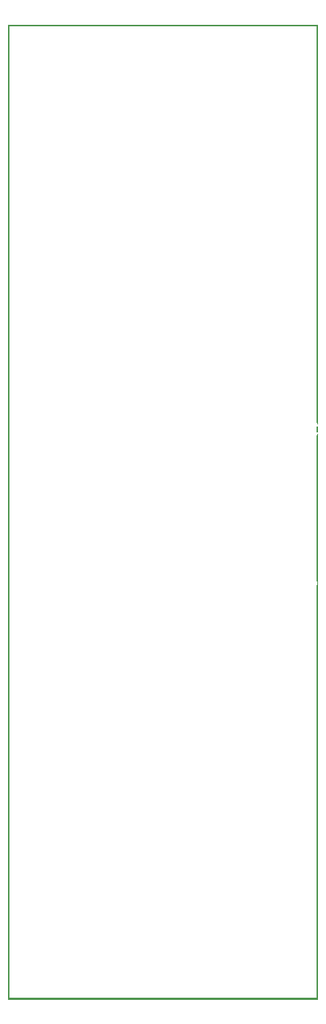
<source format=gbo>
G04 MADE WITH FRITZING*
G04 WWW.FRITZING.ORG*
G04 DOUBLE SIDED*
G04 HOLES PLATED*
G04 CONTOUR ON CENTER OF CONTOUR VECTOR*
%ASAXBY*%
%FSLAX23Y23*%
%MOIN*%
%OFA0B0*%
%SFA1.0B1.0*%
%ADD10R,0.001000X0.001000*%
%LNSILK0*%
G90*
G70*
G54D10*
X0Y4450D02*
X1418Y4450D01*
X0Y4449D02*
X1418Y4449D01*
X0Y4448D02*
X1418Y4448D01*
X0Y4447D02*
X1418Y4447D01*
X0Y4446D02*
X1418Y4446D01*
X0Y4445D02*
X1418Y4445D01*
X0Y4444D02*
X1418Y4444D01*
X0Y4443D02*
X1418Y4443D01*
X0Y4442D02*
X7Y4442D01*
X1411Y4442D02*
X1418Y4442D01*
X0Y4441D02*
X7Y4441D01*
X1411Y4441D02*
X1418Y4441D01*
X0Y4440D02*
X7Y4440D01*
X1411Y4440D02*
X1418Y4440D01*
X0Y4439D02*
X7Y4439D01*
X1411Y4439D02*
X1418Y4439D01*
X0Y4438D02*
X7Y4438D01*
X1411Y4438D02*
X1418Y4438D01*
X0Y4437D02*
X7Y4437D01*
X1411Y4437D02*
X1418Y4437D01*
X0Y4436D02*
X7Y4436D01*
X1411Y4436D02*
X1418Y4436D01*
X0Y4435D02*
X7Y4435D01*
X1411Y4435D02*
X1418Y4435D01*
X0Y4434D02*
X7Y4434D01*
X1411Y4434D02*
X1418Y4434D01*
X0Y4433D02*
X7Y4433D01*
X1411Y4433D02*
X1418Y4433D01*
X0Y4432D02*
X7Y4432D01*
X1411Y4432D02*
X1418Y4432D01*
X0Y4431D02*
X7Y4431D01*
X1411Y4431D02*
X1418Y4431D01*
X0Y4430D02*
X7Y4430D01*
X1411Y4430D02*
X1418Y4430D01*
X0Y4429D02*
X7Y4429D01*
X1411Y4429D02*
X1418Y4429D01*
X0Y4428D02*
X7Y4428D01*
X1411Y4428D02*
X1418Y4428D01*
X0Y4427D02*
X7Y4427D01*
X1411Y4427D02*
X1418Y4427D01*
X0Y4426D02*
X7Y4426D01*
X1411Y4426D02*
X1418Y4426D01*
X0Y4425D02*
X7Y4425D01*
X1411Y4425D02*
X1418Y4425D01*
X0Y4424D02*
X7Y4424D01*
X1411Y4424D02*
X1418Y4424D01*
X0Y4423D02*
X7Y4423D01*
X1411Y4423D02*
X1418Y4423D01*
X0Y4422D02*
X7Y4422D01*
X1411Y4422D02*
X1418Y4422D01*
X0Y4421D02*
X7Y4421D01*
X1411Y4421D02*
X1418Y4421D01*
X0Y4420D02*
X7Y4420D01*
X1411Y4420D02*
X1418Y4420D01*
X0Y4419D02*
X7Y4419D01*
X1411Y4419D02*
X1418Y4419D01*
X0Y4418D02*
X7Y4418D01*
X1411Y4418D02*
X1418Y4418D01*
X0Y4417D02*
X7Y4417D01*
X1411Y4417D02*
X1418Y4417D01*
X0Y4416D02*
X7Y4416D01*
X1411Y4416D02*
X1418Y4416D01*
X0Y4415D02*
X7Y4415D01*
X1411Y4415D02*
X1418Y4415D01*
X0Y4414D02*
X7Y4414D01*
X1411Y4414D02*
X1418Y4414D01*
X0Y4413D02*
X7Y4413D01*
X1411Y4413D02*
X1418Y4413D01*
X0Y4412D02*
X7Y4412D01*
X1411Y4412D02*
X1418Y4412D01*
X0Y4411D02*
X7Y4411D01*
X1411Y4411D02*
X1418Y4411D01*
X0Y4410D02*
X7Y4410D01*
X1411Y4410D02*
X1418Y4410D01*
X0Y4409D02*
X7Y4409D01*
X1411Y4409D02*
X1418Y4409D01*
X0Y4408D02*
X7Y4408D01*
X1411Y4408D02*
X1418Y4408D01*
X0Y4407D02*
X7Y4407D01*
X1411Y4407D02*
X1418Y4407D01*
X0Y4406D02*
X7Y4406D01*
X1411Y4406D02*
X1418Y4406D01*
X0Y4405D02*
X7Y4405D01*
X1411Y4405D02*
X1418Y4405D01*
X0Y4404D02*
X7Y4404D01*
X1411Y4404D02*
X1418Y4404D01*
X0Y4403D02*
X7Y4403D01*
X1411Y4403D02*
X1418Y4403D01*
X0Y4402D02*
X7Y4402D01*
X1411Y4402D02*
X1418Y4402D01*
X0Y4401D02*
X7Y4401D01*
X1411Y4401D02*
X1418Y4401D01*
X0Y4400D02*
X7Y4400D01*
X1411Y4400D02*
X1418Y4400D01*
X0Y4399D02*
X7Y4399D01*
X1411Y4399D02*
X1418Y4399D01*
X0Y4398D02*
X7Y4398D01*
X1411Y4398D02*
X1418Y4398D01*
X0Y4397D02*
X7Y4397D01*
X1411Y4397D02*
X1418Y4397D01*
X0Y4396D02*
X7Y4396D01*
X1411Y4396D02*
X1418Y4396D01*
X0Y4395D02*
X7Y4395D01*
X1411Y4395D02*
X1418Y4395D01*
X0Y4394D02*
X7Y4394D01*
X1411Y4394D02*
X1418Y4394D01*
X0Y4393D02*
X7Y4393D01*
X1411Y4393D02*
X1418Y4393D01*
X0Y4392D02*
X7Y4392D01*
X1411Y4392D02*
X1418Y4392D01*
X0Y4391D02*
X7Y4391D01*
X1411Y4391D02*
X1418Y4391D01*
X0Y4390D02*
X7Y4390D01*
X1411Y4390D02*
X1418Y4390D01*
X0Y4389D02*
X7Y4389D01*
X1411Y4389D02*
X1418Y4389D01*
X0Y4388D02*
X7Y4388D01*
X1411Y4388D02*
X1418Y4388D01*
X0Y4387D02*
X7Y4387D01*
X1411Y4387D02*
X1418Y4387D01*
X0Y4386D02*
X7Y4386D01*
X1411Y4386D02*
X1418Y4386D01*
X0Y4385D02*
X7Y4385D01*
X1411Y4385D02*
X1418Y4385D01*
X0Y4384D02*
X7Y4384D01*
X1411Y4384D02*
X1418Y4384D01*
X0Y4383D02*
X7Y4383D01*
X1411Y4383D02*
X1418Y4383D01*
X0Y4382D02*
X7Y4382D01*
X1411Y4382D02*
X1418Y4382D01*
X0Y4381D02*
X7Y4381D01*
X1411Y4381D02*
X1418Y4381D01*
X0Y4380D02*
X7Y4380D01*
X1411Y4380D02*
X1418Y4380D01*
X0Y4379D02*
X7Y4379D01*
X1411Y4379D02*
X1418Y4379D01*
X0Y4378D02*
X7Y4378D01*
X1411Y4378D02*
X1418Y4378D01*
X0Y4377D02*
X7Y4377D01*
X1411Y4377D02*
X1418Y4377D01*
X0Y4376D02*
X7Y4376D01*
X1411Y4376D02*
X1418Y4376D01*
X0Y4375D02*
X7Y4375D01*
X1411Y4375D02*
X1418Y4375D01*
X0Y4374D02*
X7Y4374D01*
X1411Y4374D02*
X1418Y4374D01*
X0Y4373D02*
X7Y4373D01*
X1411Y4373D02*
X1418Y4373D01*
X0Y4372D02*
X7Y4372D01*
X1411Y4372D02*
X1418Y4372D01*
X0Y4371D02*
X7Y4371D01*
X1411Y4371D02*
X1418Y4371D01*
X0Y4370D02*
X7Y4370D01*
X1411Y4370D02*
X1418Y4370D01*
X0Y4369D02*
X7Y4369D01*
X1411Y4369D02*
X1418Y4369D01*
X0Y4368D02*
X7Y4368D01*
X1411Y4368D02*
X1418Y4368D01*
X0Y4367D02*
X7Y4367D01*
X1411Y4367D02*
X1418Y4367D01*
X0Y4366D02*
X7Y4366D01*
X1411Y4366D02*
X1418Y4366D01*
X0Y4365D02*
X7Y4365D01*
X1411Y4365D02*
X1418Y4365D01*
X0Y4364D02*
X7Y4364D01*
X1411Y4364D02*
X1418Y4364D01*
X0Y4363D02*
X7Y4363D01*
X1411Y4363D02*
X1418Y4363D01*
X0Y4362D02*
X7Y4362D01*
X1411Y4362D02*
X1418Y4362D01*
X0Y4361D02*
X7Y4361D01*
X1411Y4361D02*
X1418Y4361D01*
X0Y4360D02*
X7Y4360D01*
X1411Y4360D02*
X1418Y4360D01*
X0Y4359D02*
X7Y4359D01*
X1411Y4359D02*
X1418Y4359D01*
X0Y4358D02*
X7Y4358D01*
X1411Y4358D02*
X1418Y4358D01*
X0Y4357D02*
X7Y4357D01*
X1411Y4357D02*
X1418Y4357D01*
X0Y4356D02*
X7Y4356D01*
X1411Y4356D02*
X1418Y4356D01*
X0Y4355D02*
X7Y4355D01*
X1411Y4355D02*
X1418Y4355D01*
X0Y4354D02*
X7Y4354D01*
X1411Y4354D02*
X1418Y4354D01*
X0Y4353D02*
X7Y4353D01*
X1411Y4353D02*
X1418Y4353D01*
X0Y4352D02*
X7Y4352D01*
X1411Y4352D02*
X1418Y4352D01*
X0Y4351D02*
X7Y4351D01*
X1411Y4351D02*
X1418Y4351D01*
X0Y4350D02*
X7Y4350D01*
X1411Y4350D02*
X1418Y4350D01*
X0Y4349D02*
X7Y4349D01*
X1411Y4349D02*
X1418Y4349D01*
X0Y4348D02*
X7Y4348D01*
X1411Y4348D02*
X1418Y4348D01*
X0Y4347D02*
X7Y4347D01*
X1411Y4347D02*
X1418Y4347D01*
X0Y4346D02*
X7Y4346D01*
X1411Y4346D02*
X1418Y4346D01*
X0Y4345D02*
X7Y4345D01*
X1411Y4345D02*
X1418Y4345D01*
X0Y4344D02*
X7Y4344D01*
X1411Y4344D02*
X1418Y4344D01*
X0Y4343D02*
X7Y4343D01*
X1411Y4343D02*
X1418Y4343D01*
X0Y4342D02*
X7Y4342D01*
X1411Y4342D02*
X1418Y4342D01*
X0Y4341D02*
X7Y4341D01*
X1411Y4341D02*
X1418Y4341D01*
X0Y4340D02*
X7Y4340D01*
X1411Y4340D02*
X1418Y4340D01*
X0Y4339D02*
X7Y4339D01*
X1411Y4339D02*
X1418Y4339D01*
X0Y4338D02*
X7Y4338D01*
X1411Y4338D02*
X1418Y4338D01*
X0Y4337D02*
X7Y4337D01*
X1411Y4337D02*
X1418Y4337D01*
X0Y4336D02*
X7Y4336D01*
X1411Y4336D02*
X1418Y4336D01*
X0Y4335D02*
X7Y4335D01*
X1411Y4335D02*
X1418Y4335D01*
X0Y4334D02*
X7Y4334D01*
X1411Y4334D02*
X1418Y4334D01*
X0Y4333D02*
X7Y4333D01*
X1411Y4333D02*
X1418Y4333D01*
X0Y4332D02*
X7Y4332D01*
X1411Y4332D02*
X1418Y4332D01*
X0Y4331D02*
X7Y4331D01*
X1411Y4331D02*
X1418Y4331D01*
X0Y4330D02*
X7Y4330D01*
X1411Y4330D02*
X1418Y4330D01*
X0Y4329D02*
X7Y4329D01*
X1411Y4329D02*
X1418Y4329D01*
X0Y4328D02*
X7Y4328D01*
X1411Y4328D02*
X1418Y4328D01*
X0Y4327D02*
X7Y4327D01*
X1411Y4327D02*
X1418Y4327D01*
X0Y4326D02*
X7Y4326D01*
X1411Y4326D02*
X1418Y4326D01*
X0Y4325D02*
X7Y4325D01*
X1411Y4325D02*
X1418Y4325D01*
X0Y4324D02*
X7Y4324D01*
X1411Y4324D02*
X1418Y4324D01*
X0Y4323D02*
X7Y4323D01*
X1411Y4323D02*
X1418Y4323D01*
X0Y4322D02*
X7Y4322D01*
X1411Y4322D02*
X1418Y4322D01*
X0Y4321D02*
X7Y4321D01*
X1411Y4321D02*
X1418Y4321D01*
X0Y4320D02*
X7Y4320D01*
X1411Y4320D02*
X1418Y4320D01*
X0Y4319D02*
X7Y4319D01*
X1411Y4319D02*
X1418Y4319D01*
X0Y4318D02*
X7Y4318D01*
X1411Y4318D02*
X1418Y4318D01*
X0Y4317D02*
X7Y4317D01*
X1411Y4317D02*
X1418Y4317D01*
X0Y4316D02*
X7Y4316D01*
X1411Y4316D02*
X1418Y4316D01*
X0Y4315D02*
X7Y4315D01*
X1411Y4315D02*
X1418Y4315D01*
X0Y4314D02*
X7Y4314D01*
X1411Y4314D02*
X1418Y4314D01*
X0Y4313D02*
X7Y4313D01*
X1411Y4313D02*
X1418Y4313D01*
X0Y4312D02*
X7Y4312D01*
X1411Y4312D02*
X1418Y4312D01*
X0Y4311D02*
X7Y4311D01*
X1411Y4311D02*
X1418Y4311D01*
X0Y4310D02*
X7Y4310D01*
X1411Y4310D02*
X1418Y4310D01*
X0Y4309D02*
X7Y4309D01*
X1411Y4309D02*
X1418Y4309D01*
X0Y4308D02*
X7Y4308D01*
X1411Y4308D02*
X1418Y4308D01*
X0Y4307D02*
X7Y4307D01*
X1411Y4307D02*
X1418Y4307D01*
X0Y4306D02*
X7Y4306D01*
X1411Y4306D02*
X1418Y4306D01*
X0Y4305D02*
X7Y4305D01*
X1411Y4305D02*
X1418Y4305D01*
X0Y4304D02*
X7Y4304D01*
X1411Y4304D02*
X1418Y4304D01*
X0Y4303D02*
X7Y4303D01*
X1411Y4303D02*
X1418Y4303D01*
X0Y4302D02*
X7Y4302D01*
X1411Y4302D02*
X1418Y4302D01*
X0Y4301D02*
X7Y4301D01*
X1411Y4301D02*
X1418Y4301D01*
X0Y4300D02*
X7Y4300D01*
X1411Y4300D02*
X1418Y4300D01*
X0Y4299D02*
X7Y4299D01*
X1411Y4299D02*
X1418Y4299D01*
X0Y4298D02*
X7Y4298D01*
X1411Y4298D02*
X1418Y4298D01*
X0Y4297D02*
X7Y4297D01*
X1411Y4297D02*
X1418Y4297D01*
X0Y4296D02*
X7Y4296D01*
X1411Y4296D02*
X1418Y4296D01*
X0Y4295D02*
X7Y4295D01*
X1411Y4295D02*
X1418Y4295D01*
X0Y4294D02*
X7Y4294D01*
X1411Y4294D02*
X1418Y4294D01*
X0Y4293D02*
X7Y4293D01*
X1411Y4293D02*
X1418Y4293D01*
X0Y4292D02*
X7Y4292D01*
X1411Y4292D02*
X1418Y4292D01*
X0Y4291D02*
X7Y4291D01*
X1411Y4291D02*
X1418Y4291D01*
X0Y4290D02*
X7Y4290D01*
X1411Y4290D02*
X1418Y4290D01*
X0Y4289D02*
X7Y4289D01*
X1411Y4289D02*
X1418Y4289D01*
X0Y4288D02*
X7Y4288D01*
X1411Y4288D02*
X1418Y4288D01*
X0Y4287D02*
X7Y4287D01*
X1411Y4287D02*
X1418Y4287D01*
X0Y4286D02*
X7Y4286D01*
X1411Y4286D02*
X1418Y4286D01*
X0Y4285D02*
X7Y4285D01*
X1411Y4285D02*
X1418Y4285D01*
X0Y4284D02*
X7Y4284D01*
X1411Y4284D02*
X1418Y4284D01*
X0Y4283D02*
X7Y4283D01*
X1411Y4283D02*
X1418Y4283D01*
X0Y4282D02*
X7Y4282D01*
X1411Y4282D02*
X1418Y4282D01*
X0Y4281D02*
X7Y4281D01*
X1411Y4281D02*
X1418Y4281D01*
X0Y4280D02*
X7Y4280D01*
X1411Y4280D02*
X1418Y4280D01*
X0Y4279D02*
X7Y4279D01*
X1411Y4279D02*
X1418Y4279D01*
X0Y4278D02*
X7Y4278D01*
X1411Y4278D02*
X1418Y4278D01*
X0Y4277D02*
X7Y4277D01*
X1411Y4277D02*
X1418Y4277D01*
X0Y4276D02*
X7Y4276D01*
X1411Y4276D02*
X1418Y4276D01*
X0Y4275D02*
X7Y4275D01*
X1411Y4275D02*
X1418Y4275D01*
X0Y4274D02*
X7Y4274D01*
X1411Y4274D02*
X1418Y4274D01*
X0Y4273D02*
X7Y4273D01*
X1411Y4273D02*
X1418Y4273D01*
X0Y4272D02*
X7Y4272D01*
X1411Y4272D02*
X1418Y4272D01*
X0Y4271D02*
X7Y4271D01*
X1411Y4271D02*
X1418Y4271D01*
X0Y4270D02*
X7Y4270D01*
X1411Y4270D02*
X1418Y4270D01*
X0Y4269D02*
X7Y4269D01*
X1411Y4269D02*
X1418Y4269D01*
X0Y4268D02*
X7Y4268D01*
X1411Y4268D02*
X1418Y4268D01*
X0Y4267D02*
X7Y4267D01*
X1411Y4267D02*
X1418Y4267D01*
X0Y4266D02*
X7Y4266D01*
X1411Y4266D02*
X1418Y4266D01*
X0Y4265D02*
X7Y4265D01*
X1411Y4265D02*
X1418Y4265D01*
X0Y4264D02*
X7Y4264D01*
X1411Y4264D02*
X1418Y4264D01*
X0Y4263D02*
X7Y4263D01*
X1411Y4263D02*
X1418Y4263D01*
X0Y4262D02*
X7Y4262D01*
X1411Y4262D02*
X1418Y4262D01*
X0Y4261D02*
X7Y4261D01*
X1411Y4261D02*
X1418Y4261D01*
X0Y4260D02*
X7Y4260D01*
X1411Y4260D02*
X1418Y4260D01*
X0Y4259D02*
X7Y4259D01*
X1411Y4259D02*
X1418Y4259D01*
X0Y4258D02*
X7Y4258D01*
X1411Y4258D02*
X1418Y4258D01*
X0Y4257D02*
X7Y4257D01*
X1411Y4257D02*
X1418Y4257D01*
X0Y4256D02*
X7Y4256D01*
X1411Y4256D02*
X1418Y4256D01*
X0Y4255D02*
X7Y4255D01*
X1411Y4255D02*
X1418Y4255D01*
X0Y4254D02*
X7Y4254D01*
X1411Y4254D02*
X1418Y4254D01*
X0Y4253D02*
X7Y4253D01*
X1411Y4253D02*
X1418Y4253D01*
X0Y4252D02*
X7Y4252D01*
X1411Y4252D02*
X1418Y4252D01*
X0Y4251D02*
X7Y4251D01*
X1411Y4251D02*
X1418Y4251D01*
X0Y4250D02*
X7Y4250D01*
X1411Y4250D02*
X1418Y4250D01*
X0Y4249D02*
X7Y4249D01*
X1411Y4249D02*
X1418Y4249D01*
X0Y4248D02*
X7Y4248D01*
X1411Y4248D02*
X1418Y4248D01*
X0Y4247D02*
X7Y4247D01*
X1411Y4247D02*
X1418Y4247D01*
X0Y4246D02*
X7Y4246D01*
X1411Y4246D02*
X1418Y4246D01*
X0Y4245D02*
X7Y4245D01*
X1411Y4245D02*
X1418Y4245D01*
X0Y4244D02*
X7Y4244D01*
X1411Y4244D02*
X1418Y4244D01*
X0Y4243D02*
X7Y4243D01*
X1411Y4243D02*
X1418Y4243D01*
X0Y4242D02*
X7Y4242D01*
X1411Y4242D02*
X1418Y4242D01*
X0Y4241D02*
X7Y4241D01*
X1411Y4241D02*
X1418Y4241D01*
X0Y4240D02*
X7Y4240D01*
X1411Y4240D02*
X1418Y4240D01*
X0Y4239D02*
X7Y4239D01*
X1411Y4239D02*
X1418Y4239D01*
X0Y4238D02*
X7Y4238D01*
X1411Y4238D02*
X1418Y4238D01*
X0Y4237D02*
X7Y4237D01*
X1411Y4237D02*
X1418Y4237D01*
X0Y4236D02*
X7Y4236D01*
X1411Y4236D02*
X1418Y4236D01*
X0Y4235D02*
X7Y4235D01*
X1411Y4235D02*
X1418Y4235D01*
X0Y4234D02*
X7Y4234D01*
X1411Y4234D02*
X1418Y4234D01*
X0Y4233D02*
X7Y4233D01*
X1411Y4233D02*
X1418Y4233D01*
X0Y4232D02*
X7Y4232D01*
X1411Y4232D02*
X1418Y4232D01*
X0Y4231D02*
X7Y4231D01*
X1411Y4231D02*
X1418Y4231D01*
X0Y4230D02*
X7Y4230D01*
X1411Y4230D02*
X1418Y4230D01*
X0Y4229D02*
X7Y4229D01*
X1411Y4229D02*
X1418Y4229D01*
X0Y4228D02*
X7Y4228D01*
X1411Y4228D02*
X1418Y4228D01*
X0Y4227D02*
X7Y4227D01*
X1411Y4227D02*
X1418Y4227D01*
X0Y4226D02*
X7Y4226D01*
X1411Y4226D02*
X1418Y4226D01*
X0Y4225D02*
X7Y4225D01*
X1411Y4225D02*
X1418Y4225D01*
X0Y4224D02*
X7Y4224D01*
X1411Y4224D02*
X1418Y4224D01*
X0Y4223D02*
X7Y4223D01*
X1411Y4223D02*
X1418Y4223D01*
X0Y4222D02*
X7Y4222D01*
X1411Y4222D02*
X1418Y4222D01*
X0Y4221D02*
X7Y4221D01*
X1411Y4221D02*
X1418Y4221D01*
X0Y4220D02*
X7Y4220D01*
X1411Y4220D02*
X1418Y4220D01*
X0Y4219D02*
X7Y4219D01*
X1411Y4219D02*
X1418Y4219D01*
X0Y4218D02*
X7Y4218D01*
X1411Y4218D02*
X1418Y4218D01*
X0Y4217D02*
X7Y4217D01*
X1411Y4217D02*
X1418Y4217D01*
X0Y4216D02*
X7Y4216D01*
X1411Y4216D02*
X1418Y4216D01*
X0Y4215D02*
X7Y4215D01*
X1411Y4215D02*
X1418Y4215D01*
X0Y4214D02*
X7Y4214D01*
X1411Y4214D02*
X1418Y4214D01*
X0Y4213D02*
X7Y4213D01*
X1411Y4213D02*
X1418Y4213D01*
X0Y4212D02*
X7Y4212D01*
X1411Y4212D02*
X1418Y4212D01*
X0Y4211D02*
X7Y4211D01*
X1411Y4211D02*
X1418Y4211D01*
X0Y4210D02*
X7Y4210D01*
X1411Y4210D02*
X1418Y4210D01*
X0Y4209D02*
X7Y4209D01*
X1411Y4209D02*
X1418Y4209D01*
X0Y4208D02*
X7Y4208D01*
X1411Y4208D02*
X1418Y4208D01*
X0Y4207D02*
X7Y4207D01*
X1411Y4207D02*
X1418Y4207D01*
X0Y4206D02*
X7Y4206D01*
X1411Y4206D02*
X1418Y4206D01*
X0Y4205D02*
X7Y4205D01*
X1411Y4205D02*
X1418Y4205D01*
X0Y4204D02*
X7Y4204D01*
X1411Y4204D02*
X1418Y4204D01*
X0Y4203D02*
X7Y4203D01*
X1411Y4203D02*
X1418Y4203D01*
X0Y4202D02*
X7Y4202D01*
X1411Y4202D02*
X1418Y4202D01*
X0Y4201D02*
X7Y4201D01*
X1411Y4201D02*
X1418Y4201D01*
X0Y4200D02*
X7Y4200D01*
X1411Y4200D02*
X1418Y4200D01*
X0Y4199D02*
X7Y4199D01*
X1411Y4199D02*
X1418Y4199D01*
X0Y4198D02*
X7Y4198D01*
X1411Y4198D02*
X1418Y4198D01*
X0Y4197D02*
X7Y4197D01*
X1411Y4197D02*
X1418Y4197D01*
X0Y4196D02*
X7Y4196D01*
X1411Y4196D02*
X1418Y4196D01*
X0Y4195D02*
X7Y4195D01*
X1411Y4195D02*
X1418Y4195D01*
X0Y4194D02*
X7Y4194D01*
X1411Y4194D02*
X1418Y4194D01*
X0Y4193D02*
X7Y4193D01*
X1411Y4193D02*
X1418Y4193D01*
X0Y4192D02*
X7Y4192D01*
X1411Y4192D02*
X1418Y4192D01*
X0Y4191D02*
X7Y4191D01*
X1411Y4191D02*
X1418Y4191D01*
X0Y4190D02*
X7Y4190D01*
X1411Y4190D02*
X1418Y4190D01*
X0Y4189D02*
X7Y4189D01*
X1411Y4189D02*
X1418Y4189D01*
X0Y4188D02*
X7Y4188D01*
X1411Y4188D02*
X1418Y4188D01*
X0Y4187D02*
X7Y4187D01*
X1411Y4187D02*
X1418Y4187D01*
X0Y4186D02*
X7Y4186D01*
X1411Y4186D02*
X1418Y4186D01*
X0Y4185D02*
X7Y4185D01*
X1411Y4185D02*
X1418Y4185D01*
X0Y4184D02*
X7Y4184D01*
X1411Y4184D02*
X1418Y4184D01*
X0Y4183D02*
X7Y4183D01*
X1411Y4183D02*
X1418Y4183D01*
X0Y4182D02*
X7Y4182D01*
X1411Y4182D02*
X1418Y4182D01*
X0Y4181D02*
X7Y4181D01*
X1411Y4181D02*
X1418Y4181D01*
X0Y4180D02*
X7Y4180D01*
X1411Y4180D02*
X1418Y4180D01*
X0Y4179D02*
X7Y4179D01*
X1411Y4179D02*
X1418Y4179D01*
X0Y4178D02*
X7Y4178D01*
X1411Y4178D02*
X1418Y4178D01*
X0Y4177D02*
X7Y4177D01*
X1411Y4177D02*
X1418Y4177D01*
X0Y4176D02*
X7Y4176D01*
X1411Y4176D02*
X1418Y4176D01*
X0Y4175D02*
X7Y4175D01*
X1411Y4175D02*
X1418Y4175D01*
X0Y4174D02*
X7Y4174D01*
X1411Y4174D02*
X1418Y4174D01*
X0Y4173D02*
X7Y4173D01*
X1411Y4173D02*
X1418Y4173D01*
X0Y4172D02*
X7Y4172D01*
X1411Y4172D02*
X1418Y4172D01*
X0Y4171D02*
X7Y4171D01*
X1411Y4171D02*
X1418Y4171D01*
X0Y4170D02*
X7Y4170D01*
X1411Y4170D02*
X1418Y4170D01*
X0Y4169D02*
X7Y4169D01*
X1411Y4169D02*
X1418Y4169D01*
X0Y4168D02*
X7Y4168D01*
X1411Y4168D02*
X1418Y4168D01*
X0Y4167D02*
X7Y4167D01*
X1411Y4167D02*
X1418Y4167D01*
X0Y4166D02*
X7Y4166D01*
X1411Y4166D02*
X1418Y4166D01*
X0Y4165D02*
X7Y4165D01*
X1411Y4165D02*
X1418Y4165D01*
X0Y4164D02*
X7Y4164D01*
X1411Y4164D02*
X1418Y4164D01*
X0Y4163D02*
X7Y4163D01*
X1411Y4163D02*
X1418Y4163D01*
X0Y4162D02*
X7Y4162D01*
X1411Y4162D02*
X1418Y4162D01*
X0Y4161D02*
X7Y4161D01*
X1411Y4161D02*
X1418Y4161D01*
X0Y4160D02*
X7Y4160D01*
X1411Y4160D02*
X1418Y4160D01*
X0Y4159D02*
X7Y4159D01*
X1411Y4159D02*
X1418Y4159D01*
X0Y4158D02*
X7Y4158D01*
X1411Y4158D02*
X1418Y4158D01*
X0Y4157D02*
X7Y4157D01*
X1411Y4157D02*
X1418Y4157D01*
X0Y4156D02*
X7Y4156D01*
X1411Y4156D02*
X1418Y4156D01*
X0Y4155D02*
X7Y4155D01*
X1411Y4155D02*
X1418Y4155D01*
X0Y4154D02*
X7Y4154D01*
X1411Y4154D02*
X1418Y4154D01*
X0Y4153D02*
X7Y4153D01*
X1411Y4153D02*
X1418Y4153D01*
X0Y4152D02*
X7Y4152D01*
X1411Y4152D02*
X1418Y4152D01*
X0Y4151D02*
X7Y4151D01*
X1411Y4151D02*
X1418Y4151D01*
X0Y4150D02*
X7Y4150D01*
X1411Y4150D02*
X1418Y4150D01*
X0Y4149D02*
X7Y4149D01*
X1411Y4149D02*
X1418Y4149D01*
X0Y4148D02*
X7Y4148D01*
X1411Y4148D02*
X1418Y4148D01*
X0Y4147D02*
X7Y4147D01*
X1411Y4147D02*
X1418Y4147D01*
X0Y4146D02*
X7Y4146D01*
X1411Y4146D02*
X1418Y4146D01*
X0Y4145D02*
X7Y4145D01*
X1411Y4145D02*
X1418Y4145D01*
X0Y4144D02*
X7Y4144D01*
X1411Y4144D02*
X1418Y4144D01*
X0Y4143D02*
X7Y4143D01*
X1411Y4143D02*
X1418Y4143D01*
X0Y4142D02*
X7Y4142D01*
X1411Y4142D02*
X1418Y4142D01*
X0Y4141D02*
X7Y4141D01*
X1411Y4141D02*
X1418Y4141D01*
X0Y4140D02*
X7Y4140D01*
X1411Y4140D02*
X1418Y4140D01*
X0Y4139D02*
X7Y4139D01*
X1411Y4139D02*
X1418Y4139D01*
X0Y4138D02*
X7Y4138D01*
X1411Y4138D02*
X1418Y4138D01*
X0Y4137D02*
X7Y4137D01*
X1411Y4137D02*
X1418Y4137D01*
X0Y4136D02*
X7Y4136D01*
X1411Y4136D02*
X1418Y4136D01*
X0Y4135D02*
X7Y4135D01*
X1411Y4135D02*
X1418Y4135D01*
X0Y4134D02*
X7Y4134D01*
X1411Y4134D02*
X1418Y4134D01*
X0Y4133D02*
X7Y4133D01*
X1411Y4133D02*
X1418Y4133D01*
X0Y4132D02*
X7Y4132D01*
X1411Y4132D02*
X1418Y4132D01*
X0Y4131D02*
X7Y4131D01*
X1411Y4131D02*
X1418Y4131D01*
X0Y4130D02*
X7Y4130D01*
X1411Y4130D02*
X1418Y4130D01*
X0Y4129D02*
X7Y4129D01*
X1411Y4129D02*
X1418Y4129D01*
X0Y4128D02*
X7Y4128D01*
X1411Y4128D02*
X1418Y4128D01*
X0Y4127D02*
X7Y4127D01*
X1411Y4127D02*
X1418Y4127D01*
X0Y4126D02*
X7Y4126D01*
X1411Y4126D02*
X1418Y4126D01*
X0Y4125D02*
X7Y4125D01*
X1411Y4125D02*
X1418Y4125D01*
X0Y4124D02*
X7Y4124D01*
X1411Y4124D02*
X1418Y4124D01*
X0Y4123D02*
X7Y4123D01*
X1411Y4123D02*
X1418Y4123D01*
X0Y4122D02*
X7Y4122D01*
X1411Y4122D02*
X1418Y4122D01*
X0Y4121D02*
X7Y4121D01*
X1411Y4121D02*
X1418Y4121D01*
X0Y4120D02*
X7Y4120D01*
X1411Y4120D02*
X1418Y4120D01*
X0Y4119D02*
X7Y4119D01*
X1411Y4119D02*
X1418Y4119D01*
X0Y4118D02*
X7Y4118D01*
X1411Y4118D02*
X1418Y4118D01*
X0Y4117D02*
X7Y4117D01*
X1411Y4117D02*
X1418Y4117D01*
X0Y4116D02*
X7Y4116D01*
X1411Y4116D02*
X1418Y4116D01*
X0Y4115D02*
X7Y4115D01*
X1411Y4115D02*
X1418Y4115D01*
X0Y4114D02*
X7Y4114D01*
X1411Y4114D02*
X1418Y4114D01*
X0Y4113D02*
X7Y4113D01*
X1411Y4113D02*
X1418Y4113D01*
X0Y4112D02*
X7Y4112D01*
X1411Y4112D02*
X1418Y4112D01*
X0Y4111D02*
X7Y4111D01*
X1411Y4111D02*
X1418Y4111D01*
X0Y4110D02*
X7Y4110D01*
X1411Y4110D02*
X1418Y4110D01*
X0Y4109D02*
X7Y4109D01*
X1411Y4109D02*
X1418Y4109D01*
X0Y4108D02*
X7Y4108D01*
X1411Y4108D02*
X1418Y4108D01*
X0Y4107D02*
X7Y4107D01*
X1411Y4107D02*
X1418Y4107D01*
X0Y4106D02*
X7Y4106D01*
X1411Y4106D02*
X1418Y4106D01*
X0Y4105D02*
X7Y4105D01*
X1411Y4105D02*
X1418Y4105D01*
X0Y4104D02*
X7Y4104D01*
X1411Y4104D02*
X1418Y4104D01*
X0Y4103D02*
X7Y4103D01*
X1411Y4103D02*
X1418Y4103D01*
X0Y4102D02*
X7Y4102D01*
X1411Y4102D02*
X1418Y4102D01*
X0Y4101D02*
X7Y4101D01*
X1411Y4101D02*
X1418Y4101D01*
X0Y4100D02*
X7Y4100D01*
X1411Y4100D02*
X1418Y4100D01*
X0Y4099D02*
X7Y4099D01*
X1411Y4099D02*
X1418Y4099D01*
X0Y4098D02*
X7Y4098D01*
X1411Y4098D02*
X1418Y4098D01*
X0Y4097D02*
X7Y4097D01*
X1411Y4097D02*
X1418Y4097D01*
X0Y4096D02*
X7Y4096D01*
X1411Y4096D02*
X1418Y4096D01*
X0Y4095D02*
X7Y4095D01*
X1411Y4095D02*
X1418Y4095D01*
X0Y4094D02*
X7Y4094D01*
X1411Y4094D02*
X1418Y4094D01*
X0Y4093D02*
X7Y4093D01*
X1411Y4093D02*
X1418Y4093D01*
X0Y4092D02*
X7Y4092D01*
X1411Y4092D02*
X1418Y4092D01*
X0Y4091D02*
X7Y4091D01*
X1411Y4091D02*
X1418Y4091D01*
X0Y4090D02*
X7Y4090D01*
X1411Y4090D02*
X1418Y4090D01*
X0Y4089D02*
X7Y4089D01*
X1411Y4089D02*
X1418Y4089D01*
X0Y4088D02*
X7Y4088D01*
X1411Y4088D02*
X1418Y4088D01*
X0Y4087D02*
X7Y4087D01*
X1411Y4087D02*
X1418Y4087D01*
X0Y4086D02*
X7Y4086D01*
X1411Y4086D02*
X1418Y4086D01*
X0Y4085D02*
X7Y4085D01*
X1411Y4085D02*
X1418Y4085D01*
X0Y4084D02*
X7Y4084D01*
X1411Y4084D02*
X1418Y4084D01*
X0Y4083D02*
X7Y4083D01*
X1411Y4083D02*
X1418Y4083D01*
X0Y4082D02*
X7Y4082D01*
X1411Y4082D02*
X1418Y4082D01*
X0Y4081D02*
X7Y4081D01*
X1411Y4081D02*
X1418Y4081D01*
X0Y4080D02*
X7Y4080D01*
X1411Y4080D02*
X1418Y4080D01*
X0Y4079D02*
X7Y4079D01*
X1411Y4079D02*
X1418Y4079D01*
X0Y4078D02*
X7Y4078D01*
X1411Y4078D02*
X1418Y4078D01*
X0Y4077D02*
X7Y4077D01*
X1411Y4077D02*
X1418Y4077D01*
X0Y4076D02*
X7Y4076D01*
X1411Y4076D02*
X1418Y4076D01*
X0Y4075D02*
X7Y4075D01*
X1411Y4075D02*
X1418Y4075D01*
X0Y4074D02*
X7Y4074D01*
X1411Y4074D02*
X1418Y4074D01*
X0Y4073D02*
X7Y4073D01*
X1411Y4073D02*
X1418Y4073D01*
X0Y4072D02*
X7Y4072D01*
X1411Y4072D02*
X1418Y4072D01*
X0Y4071D02*
X7Y4071D01*
X1411Y4071D02*
X1418Y4071D01*
X0Y4070D02*
X7Y4070D01*
X1411Y4070D02*
X1418Y4070D01*
X0Y4069D02*
X7Y4069D01*
X1411Y4069D02*
X1418Y4069D01*
X0Y4068D02*
X7Y4068D01*
X1411Y4068D02*
X1418Y4068D01*
X0Y4067D02*
X7Y4067D01*
X1411Y4067D02*
X1418Y4067D01*
X0Y4066D02*
X7Y4066D01*
X1411Y4066D02*
X1418Y4066D01*
X0Y4065D02*
X7Y4065D01*
X1411Y4065D02*
X1418Y4065D01*
X0Y4064D02*
X7Y4064D01*
X1411Y4064D02*
X1418Y4064D01*
X0Y4063D02*
X7Y4063D01*
X1411Y4063D02*
X1418Y4063D01*
X0Y4062D02*
X7Y4062D01*
X1411Y4062D02*
X1418Y4062D01*
X0Y4061D02*
X7Y4061D01*
X1411Y4061D02*
X1418Y4061D01*
X0Y4060D02*
X7Y4060D01*
X1411Y4060D02*
X1418Y4060D01*
X0Y4059D02*
X7Y4059D01*
X1411Y4059D02*
X1418Y4059D01*
X0Y4058D02*
X7Y4058D01*
X1411Y4058D02*
X1418Y4058D01*
X0Y4057D02*
X7Y4057D01*
X1411Y4057D02*
X1418Y4057D01*
X0Y4056D02*
X7Y4056D01*
X1411Y4056D02*
X1418Y4056D01*
X0Y4055D02*
X7Y4055D01*
X1411Y4055D02*
X1418Y4055D01*
X0Y4054D02*
X7Y4054D01*
X1411Y4054D02*
X1418Y4054D01*
X0Y4053D02*
X7Y4053D01*
X1411Y4053D02*
X1418Y4053D01*
X0Y4052D02*
X7Y4052D01*
X1411Y4052D02*
X1418Y4052D01*
X0Y4051D02*
X7Y4051D01*
X1411Y4051D02*
X1418Y4051D01*
X0Y4050D02*
X7Y4050D01*
X1411Y4050D02*
X1418Y4050D01*
X0Y4049D02*
X7Y4049D01*
X1411Y4049D02*
X1418Y4049D01*
X0Y4048D02*
X7Y4048D01*
X1411Y4048D02*
X1418Y4048D01*
X0Y4047D02*
X7Y4047D01*
X1411Y4047D02*
X1418Y4047D01*
X0Y4046D02*
X7Y4046D01*
X1411Y4046D02*
X1418Y4046D01*
X0Y4045D02*
X7Y4045D01*
X1411Y4045D02*
X1418Y4045D01*
X0Y4044D02*
X7Y4044D01*
X1411Y4044D02*
X1418Y4044D01*
X0Y4043D02*
X7Y4043D01*
X1411Y4043D02*
X1418Y4043D01*
X0Y4042D02*
X7Y4042D01*
X1411Y4042D02*
X1418Y4042D01*
X0Y4041D02*
X7Y4041D01*
X1411Y4041D02*
X1418Y4041D01*
X0Y4040D02*
X7Y4040D01*
X1411Y4040D02*
X1418Y4040D01*
X0Y4039D02*
X7Y4039D01*
X1411Y4039D02*
X1418Y4039D01*
X0Y4038D02*
X7Y4038D01*
X1411Y4038D02*
X1418Y4038D01*
X0Y4037D02*
X7Y4037D01*
X1411Y4037D02*
X1418Y4037D01*
X0Y4036D02*
X7Y4036D01*
X1411Y4036D02*
X1418Y4036D01*
X0Y4035D02*
X7Y4035D01*
X1411Y4035D02*
X1418Y4035D01*
X0Y4034D02*
X7Y4034D01*
X1411Y4034D02*
X1418Y4034D01*
X0Y4033D02*
X7Y4033D01*
X1411Y4033D02*
X1418Y4033D01*
X0Y4032D02*
X7Y4032D01*
X1411Y4032D02*
X1418Y4032D01*
X0Y4031D02*
X7Y4031D01*
X1411Y4031D02*
X1418Y4031D01*
X0Y4030D02*
X7Y4030D01*
X1411Y4030D02*
X1418Y4030D01*
X0Y4029D02*
X7Y4029D01*
X1411Y4029D02*
X1418Y4029D01*
X0Y4028D02*
X7Y4028D01*
X1411Y4028D02*
X1418Y4028D01*
X0Y4027D02*
X7Y4027D01*
X1411Y4027D02*
X1418Y4027D01*
X0Y4026D02*
X7Y4026D01*
X1411Y4026D02*
X1418Y4026D01*
X0Y4025D02*
X7Y4025D01*
X1411Y4025D02*
X1418Y4025D01*
X0Y4024D02*
X7Y4024D01*
X1411Y4024D02*
X1418Y4024D01*
X0Y4023D02*
X7Y4023D01*
X1411Y4023D02*
X1418Y4023D01*
X0Y4022D02*
X7Y4022D01*
X1411Y4022D02*
X1418Y4022D01*
X0Y4021D02*
X7Y4021D01*
X1411Y4021D02*
X1418Y4021D01*
X0Y4020D02*
X7Y4020D01*
X1411Y4020D02*
X1418Y4020D01*
X0Y4019D02*
X7Y4019D01*
X1411Y4019D02*
X1418Y4019D01*
X0Y4018D02*
X7Y4018D01*
X1411Y4018D02*
X1418Y4018D01*
X0Y4017D02*
X7Y4017D01*
X1411Y4017D02*
X1418Y4017D01*
X0Y4016D02*
X7Y4016D01*
X1411Y4016D02*
X1418Y4016D01*
X0Y4015D02*
X7Y4015D01*
X1411Y4015D02*
X1418Y4015D01*
X0Y4014D02*
X7Y4014D01*
X1411Y4014D02*
X1418Y4014D01*
X0Y4013D02*
X7Y4013D01*
X1411Y4013D02*
X1418Y4013D01*
X0Y4012D02*
X7Y4012D01*
X1411Y4012D02*
X1418Y4012D01*
X0Y4011D02*
X7Y4011D01*
X1411Y4011D02*
X1418Y4011D01*
X0Y4010D02*
X7Y4010D01*
X1411Y4010D02*
X1418Y4010D01*
X0Y4009D02*
X7Y4009D01*
X1411Y4009D02*
X1418Y4009D01*
X0Y4008D02*
X7Y4008D01*
X1411Y4008D02*
X1418Y4008D01*
X0Y4007D02*
X7Y4007D01*
X1411Y4007D02*
X1418Y4007D01*
X0Y4006D02*
X7Y4006D01*
X1411Y4006D02*
X1418Y4006D01*
X0Y4005D02*
X7Y4005D01*
X1411Y4005D02*
X1418Y4005D01*
X0Y4004D02*
X7Y4004D01*
X1411Y4004D02*
X1418Y4004D01*
X0Y4003D02*
X7Y4003D01*
X1411Y4003D02*
X1418Y4003D01*
X0Y4002D02*
X7Y4002D01*
X1411Y4002D02*
X1418Y4002D01*
X0Y4001D02*
X7Y4001D01*
X1411Y4001D02*
X1418Y4001D01*
X0Y4000D02*
X7Y4000D01*
X1411Y4000D02*
X1418Y4000D01*
X0Y3999D02*
X7Y3999D01*
X1411Y3999D02*
X1418Y3999D01*
X0Y3998D02*
X7Y3998D01*
X1411Y3998D02*
X1418Y3998D01*
X0Y3997D02*
X7Y3997D01*
X1411Y3997D02*
X1418Y3997D01*
X0Y3996D02*
X7Y3996D01*
X1411Y3996D02*
X1418Y3996D01*
X0Y3995D02*
X7Y3995D01*
X1411Y3995D02*
X1418Y3995D01*
X0Y3994D02*
X7Y3994D01*
X1411Y3994D02*
X1418Y3994D01*
X0Y3993D02*
X7Y3993D01*
X1411Y3993D02*
X1418Y3993D01*
X0Y3992D02*
X7Y3992D01*
X1411Y3992D02*
X1418Y3992D01*
X0Y3991D02*
X7Y3991D01*
X1411Y3991D02*
X1418Y3991D01*
X0Y3990D02*
X7Y3990D01*
X1411Y3990D02*
X1418Y3990D01*
X0Y3989D02*
X7Y3989D01*
X1411Y3989D02*
X1418Y3989D01*
X0Y3988D02*
X7Y3988D01*
X1411Y3988D02*
X1418Y3988D01*
X0Y3987D02*
X7Y3987D01*
X1411Y3987D02*
X1418Y3987D01*
X0Y3986D02*
X7Y3986D01*
X1411Y3986D02*
X1418Y3986D01*
X0Y3985D02*
X7Y3985D01*
X1411Y3985D02*
X1418Y3985D01*
X0Y3984D02*
X7Y3984D01*
X1411Y3984D02*
X1418Y3984D01*
X0Y3983D02*
X7Y3983D01*
X1411Y3983D02*
X1418Y3983D01*
X0Y3982D02*
X7Y3982D01*
X1411Y3982D02*
X1418Y3982D01*
X0Y3981D02*
X7Y3981D01*
X1411Y3981D02*
X1418Y3981D01*
X0Y3980D02*
X7Y3980D01*
X1411Y3980D02*
X1418Y3980D01*
X0Y3979D02*
X7Y3979D01*
X1411Y3979D02*
X1418Y3979D01*
X0Y3978D02*
X7Y3978D01*
X1411Y3978D02*
X1418Y3978D01*
X0Y3977D02*
X7Y3977D01*
X1411Y3977D02*
X1418Y3977D01*
X0Y3976D02*
X7Y3976D01*
X1411Y3976D02*
X1418Y3976D01*
X0Y3975D02*
X7Y3975D01*
X1411Y3975D02*
X1418Y3975D01*
X0Y3974D02*
X7Y3974D01*
X1411Y3974D02*
X1418Y3974D01*
X0Y3973D02*
X7Y3973D01*
X1411Y3973D02*
X1418Y3973D01*
X0Y3972D02*
X7Y3972D01*
X1411Y3972D02*
X1418Y3972D01*
X0Y3971D02*
X7Y3971D01*
X1411Y3971D02*
X1418Y3971D01*
X0Y3970D02*
X7Y3970D01*
X1411Y3970D02*
X1418Y3970D01*
X0Y3969D02*
X7Y3969D01*
X1411Y3969D02*
X1418Y3969D01*
X0Y3968D02*
X7Y3968D01*
X1411Y3968D02*
X1418Y3968D01*
X0Y3967D02*
X7Y3967D01*
X1411Y3967D02*
X1418Y3967D01*
X0Y3966D02*
X7Y3966D01*
X1411Y3966D02*
X1418Y3966D01*
X0Y3965D02*
X7Y3965D01*
X1411Y3965D02*
X1418Y3965D01*
X0Y3964D02*
X7Y3964D01*
X1411Y3964D02*
X1418Y3964D01*
X0Y3963D02*
X7Y3963D01*
X1411Y3963D02*
X1418Y3963D01*
X0Y3962D02*
X7Y3962D01*
X1411Y3962D02*
X1418Y3962D01*
X0Y3961D02*
X7Y3961D01*
X1411Y3961D02*
X1418Y3961D01*
X0Y3960D02*
X7Y3960D01*
X1411Y3960D02*
X1418Y3960D01*
X0Y3959D02*
X7Y3959D01*
X1411Y3959D02*
X1418Y3959D01*
X0Y3958D02*
X7Y3958D01*
X1411Y3958D02*
X1418Y3958D01*
X0Y3957D02*
X7Y3957D01*
X1411Y3957D02*
X1418Y3957D01*
X0Y3956D02*
X7Y3956D01*
X1411Y3956D02*
X1418Y3956D01*
X0Y3955D02*
X7Y3955D01*
X1411Y3955D02*
X1418Y3955D01*
X0Y3954D02*
X7Y3954D01*
X1411Y3954D02*
X1418Y3954D01*
X0Y3953D02*
X7Y3953D01*
X1411Y3953D02*
X1418Y3953D01*
X0Y3952D02*
X7Y3952D01*
X1411Y3952D02*
X1418Y3952D01*
X0Y3951D02*
X7Y3951D01*
X1411Y3951D02*
X1418Y3951D01*
X0Y3950D02*
X7Y3950D01*
X1411Y3950D02*
X1418Y3950D01*
X0Y3949D02*
X7Y3949D01*
X1411Y3949D02*
X1418Y3949D01*
X0Y3948D02*
X7Y3948D01*
X1411Y3948D02*
X1418Y3948D01*
X0Y3947D02*
X7Y3947D01*
X1411Y3947D02*
X1418Y3947D01*
X0Y3946D02*
X7Y3946D01*
X1411Y3946D02*
X1418Y3946D01*
X0Y3945D02*
X7Y3945D01*
X1411Y3945D02*
X1418Y3945D01*
X0Y3944D02*
X7Y3944D01*
X1411Y3944D02*
X1418Y3944D01*
X0Y3943D02*
X7Y3943D01*
X1411Y3943D02*
X1418Y3943D01*
X0Y3942D02*
X7Y3942D01*
X1411Y3942D02*
X1418Y3942D01*
X0Y3941D02*
X7Y3941D01*
X1411Y3941D02*
X1418Y3941D01*
X0Y3940D02*
X7Y3940D01*
X1411Y3940D02*
X1418Y3940D01*
X0Y3939D02*
X7Y3939D01*
X1411Y3939D02*
X1418Y3939D01*
X0Y3938D02*
X7Y3938D01*
X1411Y3938D02*
X1418Y3938D01*
X0Y3937D02*
X7Y3937D01*
X1411Y3937D02*
X1418Y3937D01*
X0Y3936D02*
X7Y3936D01*
X1411Y3936D02*
X1418Y3936D01*
X0Y3935D02*
X7Y3935D01*
X1411Y3935D02*
X1418Y3935D01*
X0Y3934D02*
X7Y3934D01*
X1411Y3934D02*
X1418Y3934D01*
X0Y3933D02*
X7Y3933D01*
X1411Y3933D02*
X1418Y3933D01*
X0Y3932D02*
X7Y3932D01*
X1411Y3932D02*
X1418Y3932D01*
X0Y3931D02*
X7Y3931D01*
X1411Y3931D02*
X1418Y3931D01*
X0Y3930D02*
X7Y3930D01*
X1411Y3930D02*
X1418Y3930D01*
X0Y3929D02*
X7Y3929D01*
X1411Y3929D02*
X1418Y3929D01*
X0Y3928D02*
X7Y3928D01*
X1411Y3928D02*
X1418Y3928D01*
X0Y3927D02*
X7Y3927D01*
X1411Y3927D02*
X1418Y3927D01*
X0Y3926D02*
X7Y3926D01*
X1411Y3926D02*
X1418Y3926D01*
X0Y3925D02*
X7Y3925D01*
X1411Y3925D02*
X1418Y3925D01*
X0Y3924D02*
X7Y3924D01*
X1411Y3924D02*
X1418Y3924D01*
X0Y3923D02*
X7Y3923D01*
X1411Y3923D02*
X1418Y3923D01*
X0Y3922D02*
X7Y3922D01*
X1411Y3922D02*
X1418Y3922D01*
X0Y3921D02*
X7Y3921D01*
X1411Y3921D02*
X1418Y3921D01*
X0Y3920D02*
X7Y3920D01*
X1411Y3920D02*
X1418Y3920D01*
X0Y3919D02*
X7Y3919D01*
X1411Y3919D02*
X1418Y3919D01*
X0Y3918D02*
X7Y3918D01*
X1411Y3918D02*
X1418Y3918D01*
X0Y3917D02*
X7Y3917D01*
X1411Y3917D02*
X1418Y3917D01*
X0Y3916D02*
X7Y3916D01*
X1411Y3916D02*
X1418Y3916D01*
X0Y3915D02*
X7Y3915D01*
X1411Y3915D02*
X1418Y3915D01*
X0Y3914D02*
X7Y3914D01*
X1411Y3914D02*
X1418Y3914D01*
X0Y3913D02*
X7Y3913D01*
X1411Y3913D02*
X1418Y3913D01*
X0Y3912D02*
X7Y3912D01*
X1411Y3912D02*
X1418Y3912D01*
X0Y3911D02*
X7Y3911D01*
X1411Y3911D02*
X1418Y3911D01*
X0Y3910D02*
X7Y3910D01*
X1411Y3910D02*
X1418Y3910D01*
X0Y3909D02*
X7Y3909D01*
X1411Y3909D02*
X1418Y3909D01*
X0Y3908D02*
X7Y3908D01*
X1411Y3908D02*
X1418Y3908D01*
X0Y3907D02*
X7Y3907D01*
X1411Y3907D02*
X1418Y3907D01*
X0Y3906D02*
X7Y3906D01*
X1411Y3906D02*
X1418Y3906D01*
X0Y3905D02*
X7Y3905D01*
X1411Y3905D02*
X1418Y3905D01*
X0Y3904D02*
X7Y3904D01*
X1411Y3904D02*
X1418Y3904D01*
X0Y3903D02*
X7Y3903D01*
X1411Y3903D02*
X1418Y3903D01*
X0Y3902D02*
X7Y3902D01*
X1411Y3902D02*
X1418Y3902D01*
X0Y3901D02*
X7Y3901D01*
X1411Y3901D02*
X1418Y3901D01*
X0Y3900D02*
X7Y3900D01*
X1411Y3900D02*
X1418Y3900D01*
X0Y3899D02*
X7Y3899D01*
X1411Y3899D02*
X1418Y3899D01*
X0Y3898D02*
X7Y3898D01*
X1411Y3898D02*
X1418Y3898D01*
X0Y3897D02*
X7Y3897D01*
X1411Y3897D02*
X1418Y3897D01*
X0Y3896D02*
X7Y3896D01*
X1411Y3896D02*
X1418Y3896D01*
X0Y3895D02*
X7Y3895D01*
X1411Y3895D02*
X1418Y3895D01*
X0Y3894D02*
X7Y3894D01*
X1411Y3894D02*
X1418Y3894D01*
X0Y3893D02*
X7Y3893D01*
X1411Y3893D02*
X1418Y3893D01*
X0Y3892D02*
X7Y3892D01*
X1411Y3892D02*
X1418Y3892D01*
X0Y3891D02*
X7Y3891D01*
X1411Y3891D02*
X1418Y3891D01*
X0Y3890D02*
X7Y3890D01*
X1411Y3890D02*
X1418Y3890D01*
X0Y3889D02*
X7Y3889D01*
X1411Y3889D02*
X1418Y3889D01*
X0Y3888D02*
X7Y3888D01*
X1411Y3888D02*
X1418Y3888D01*
X0Y3887D02*
X7Y3887D01*
X1411Y3887D02*
X1418Y3887D01*
X0Y3886D02*
X7Y3886D01*
X1411Y3886D02*
X1418Y3886D01*
X0Y3885D02*
X7Y3885D01*
X1411Y3885D02*
X1418Y3885D01*
X0Y3884D02*
X7Y3884D01*
X1411Y3884D02*
X1418Y3884D01*
X0Y3883D02*
X7Y3883D01*
X1411Y3883D02*
X1418Y3883D01*
X0Y3882D02*
X7Y3882D01*
X1411Y3882D02*
X1418Y3882D01*
X0Y3881D02*
X7Y3881D01*
X1411Y3881D02*
X1418Y3881D01*
X0Y3880D02*
X7Y3880D01*
X1411Y3880D02*
X1418Y3880D01*
X0Y3879D02*
X7Y3879D01*
X1411Y3879D02*
X1418Y3879D01*
X0Y3878D02*
X7Y3878D01*
X1411Y3878D02*
X1418Y3878D01*
X0Y3877D02*
X7Y3877D01*
X1411Y3877D02*
X1418Y3877D01*
X0Y3876D02*
X7Y3876D01*
X1411Y3876D02*
X1418Y3876D01*
X0Y3875D02*
X7Y3875D01*
X1411Y3875D02*
X1418Y3875D01*
X0Y3874D02*
X7Y3874D01*
X1411Y3874D02*
X1418Y3874D01*
X0Y3873D02*
X7Y3873D01*
X1411Y3873D02*
X1418Y3873D01*
X0Y3872D02*
X7Y3872D01*
X1411Y3872D02*
X1418Y3872D01*
X0Y3871D02*
X7Y3871D01*
X1411Y3871D02*
X1418Y3871D01*
X0Y3870D02*
X7Y3870D01*
X1411Y3870D02*
X1418Y3870D01*
X0Y3869D02*
X7Y3869D01*
X1411Y3869D02*
X1418Y3869D01*
X0Y3868D02*
X7Y3868D01*
X1411Y3868D02*
X1418Y3868D01*
X0Y3867D02*
X7Y3867D01*
X1411Y3867D02*
X1418Y3867D01*
X0Y3866D02*
X7Y3866D01*
X1411Y3866D02*
X1418Y3866D01*
X0Y3865D02*
X7Y3865D01*
X1411Y3865D02*
X1418Y3865D01*
X0Y3864D02*
X7Y3864D01*
X1411Y3864D02*
X1418Y3864D01*
X0Y3863D02*
X7Y3863D01*
X1411Y3863D02*
X1418Y3863D01*
X0Y3862D02*
X7Y3862D01*
X1411Y3862D02*
X1418Y3862D01*
X0Y3861D02*
X7Y3861D01*
X1411Y3861D02*
X1418Y3861D01*
X0Y3860D02*
X7Y3860D01*
X1411Y3860D02*
X1418Y3860D01*
X0Y3859D02*
X7Y3859D01*
X1411Y3859D02*
X1418Y3859D01*
X0Y3858D02*
X7Y3858D01*
X1411Y3858D02*
X1418Y3858D01*
X0Y3857D02*
X7Y3857D01*
X1411Y3857D02*
X1418Y3857D01*
X0Y3856D02*
X7Y3856D01*
X1411Y3856D02*
X1418Y3856D01*
X0Y3855D02*
X7Y3855D01*
X1411Y3855D02*
X1418Y3855D01*
X0Y3854D02*
X7Y3854D01*
X1411Y3854D02*
X1418Y3854D01*
X0Y3853D02*
X7Y3853D01*
X1411Y3853D02*
X1418Y3853D01*
X0Y3852D02*
X7Y3852D01*
X1411Y3852D02*
X1418Y3852D01*
X0Y3851D02*
X7Y3851D01*
X1411Y3851D02*
X1418Y3851D01*
X0Y3850D02*
X7Y3850D01*
X1411Y3850D02*
X1418Y3850D01*
X0Y3849D02*
X7Y3849D01*
X1411Y3849D02*
X1418Y3849D01*
X0Y3848D02*
X7Y3848D01*
X1411Y3848D02*
X1418Y3848D01*
X0Y3847D02*
X7Y3847D01*
X1411Y3847D02*
X1418Y3847D01*
X0Y3846D02*
X7Y3846D01*
X1411Y3846D02*
X1418Y3846D01*
X0Y3845D02*
X7Y3845D01*
X1411Y3845D02*
X1418Y3845D01*
X0Y3844D02*
X7Y3844D01*
X1411Y3844D02*
X1418Y3844D01*
X0Y3843D02*
X7Y3843D01*
X1411Y3843D02*
X1418Y3843D01*
X0Y3842D02*
X7Y3842D01*
X1411Y3842D02*
X1418Y3842D01*
X0Y3841D02*
X7Y3841D01*
X1411Y3841D02*
X1418Y3841D01*
X0Y3840D02*
X7Y3840D01*
X1411Y3840D02*
X1418Y3840D01*
X0Y3839D02*
X7Y3839D01*
X1411Y3839D02*
X1418Y3839D01*
X0Y3838D02*
X7Y3838D01*
X1411Y3838D02*
X1418Y3838D01*
X0Y3837D02*
X7Y3837D01*
X1411Y3837D02*
X1418Y3837D01*
X0Y3836D02*
X7Y3836D01*
X1411Y3836D02*
X1418Y3836D01*
X0Y3835D02*
X7Y3835D01*
X1411Y3835D02*
X1418Y3835D01*
X0Y3834D02*
X7Y3834D01*
X1411Y3834D02*
X1418Y3834D01*
X0Y3833D02*
X7Y3833D01*
X1411Y3833D02*
X1418Y3833D01*
X0Y3832D02*
X7Y3832D01*
X1411Y3832D02*
X1418Y3832D01*
X0Y3831D02*
X7Y3831D01*
X1411Y3831D02*
X1418Y3831D01*
X0Y3830D02*
X7Y3830D01*
X1411Y3830D02*
X1418Y3830D01*
X0Y3829D02*
X7Y3829D01*
X1411Y3829D02*
X1418Y3829D01*
X0Y3828D02*
X7Y3828D01*
X1411Y3828D02*
X1418Y3828D01*
X0Y3827D02*
X7Y3827D01*
X1411Y3827D02*
X1418Y3827D01*
X0Y3826D02*
X7Y3826D01*
X1411Y3826D02*
X1418Y3826D01*
X0Y3825D02*
X7Y3825D01*
X1411Y3825D02*
X1418Y3825D01*
X0Y3824D02*
X7Y3824D01*
X1411Y3824D02*
X1418Y3824D01*
X0Y3823D02*
X7Y3823D01*
X1411Y3823D02*
X1418Y3823D01*
X0Y3822D02*
X7Y3822D01*
X1411Y3822D02*
X1418Y3822D01*
X0Y3821D02*
X7Y3821D01*
X1411Y3821D02*
X1418Y3821D01*
X0Y3820D02*
X7Y3820D01*
X1411Y3820D02*
X1418Y3820D01*
X0Y3819D02*
X7Y3819D01*
X1411Y3819D02*
X1418Y3819D01*
X0Y3818D02*
X7Y3818D01*
X1411Y3818D02*
X1418Y3818D01*
X0Y3817D02*
X7Y3817D01*
X1411Y3817D02*
X1418Y3817D01*
X0Y3816D02*
X7Y3816D01*
X1411Y3816D02*
X1418Y3816D01*
X0Y3815D02*
X7Y3815D01*
X1411Y3815D02*
X1418Y3815D01*
X0Y3814D02*
X7Y3814D01*
X1411Y3814D02*
X1418Y3814D01*
X0Y3813D02*
X7Y3813D01*
X1411Y3813D02*
X1418Y3813D01*
X0Y3812D02*
X7Y3812D01*
X1411Y3812D02*
X1418Y3812D01*
X0Y3811D02*
X7Y3811D01*
X1411Y3811D02*
X1418Y3811D01*
X0Y3810D02*
X7Y3810D01*
X1411Y3810D02*
X1418Y3810D01*
X0Y3809D02*
X7Y3809D01*
X1411Y3809D02*
X1418Y3809D01*
X0Y3808D02*
X7Y3808D01*
X1411Y3808D02*
X1418Y3808D01*
X0Y3807D02*
X7Y3807D01*
X1411Y3807D02*
X1418Y3807D01*
X0Y3806D02*
X7Y3806D01*
X1411Y3806D02*
X1418Y3806D01*
X0Y3805D02*
X7Y3805D01*
X1411Y3805D02*
X1418Y3805D01*
X0Y3804D02*
X7Y3804D01*
X1411Y3804D02*
X1418Y3804D01*
X0Y3803D02*
X7Y3803D01*
X1411Y3803D02*
X1418Y3803D01*
X0Y3802D02*
X7Y3802D01*
X1411Y3802D02*
X1418Y3802D01*
X0Y3801D02*
X7Y3801D01*
X1411Y3801D02*
X1418Y3801D01*
X0Y3800D02*
X7Y3800D01*
X1411Y3800D02*
X1418Y3800D01*
X0Y3799D02*
X7Y3799D01*
X1411Y3799D02*
X1418Y3799D01*
X0Y3798D02*
X7Y3798D01*
X1411Y3798D02*
X1418Y3798D01*
X0Y3797D02*
X7Y3797D01*
X1411Y3797D02*
X1418Y3797D01*
X0Y3796D02*
X7Y3796D01*
X1411Y3796D02*
X1418Y3796D01*
X0Y3795D02*
X7Y3795D01*
X1411Y3795D02*
X1418Y3795D01*
X0Y3794D02*
X7Y3794D01*
X1411Y3794D02*
X1418Y3794D01*
X0Y3793D02*
X7Y3793D01*
X1411Y3793D02*
X1418Y3793D01*
X0Y3792D02*
X7Y3792D01*
X1411Y3792D02*
X1418Y3792D01*
X0Y3791D02*
X7Y3791D01*
X1411Y3791D02*
X1418Y3791D01*
X0Y3790D02*
X7Y3790D01*
X1411Y3790D02*
X1418Y3790D01*
X0Y3789D02*
X7Y3789D01*
X1411Y3789D02*
X1418Y3789D01*
X0Y3788D02*
X7Y3788D01*
X1411Y3788D02*
X1418Y3788D01*
X0Y3787D02*
X7Y3787D01*
X1411Y3787D02*
X1418Y3787D01*
X0Y3786D02*
X7Y3786D01*
X1411Y3786D02*
X1418Y3786D01*
X0Y3785D02*
X7Y3785D01*
X1411Y3785D02*
X1418Y3785D01*
X0Y3784D02*
X7Y3784D01*
X1411Y3784D02*
X1418Y3784D01*
X0Y3783D02*
X7Y3783D01*
X1411Y3783D02*
X1418Y3783D01*
X0Y3782D02*
X7Y3782D01*
X1411Y3782D02*
X1418Y3782D01*
X0Y3781D02*
X7Y3781D01*
X1411Y3781D02*
X1418Y3781D01*
X0Y3780D02*
X7Y3780D01*
X1411Y3780D02*
X1418Y3780D01*
X0Y3779D02*
X7Y3779D01*
X1411Y3779D02*
X1418Y3779D01*
X0Y3778D02*
X7Y3778D01*
X1411Y3778D02*
X1418Y3778D01*
X0Y3777D02*
X7Y3777D01*
X1411Y3777D02*
X1418Y3777D01*
X0Y3776D02*
X7Y3776D01*
X1411Y3776D02*
X1418Y3776D01*
X0Y3775D02*
X7Y3775D01*
X1411Y3775D02*
X1418Y3775D01*
X0Y3774D02*
X7Y3774D01*
X1411Y3774D02*
X1418Y3774D01*
X0Y3773D02*
X7Y3773D01*
X1411Y3773D02*
X1418Y3773D01*
X0Y3772D02*
X7Y3772D01*
X1411Y3772D02*
X1418Y3772D01*
X0Y3771D02*
X7Y3771D01*
X1411Y3771D02*
X1418Y3771D01*
X0Y3770D02*
X7Y3770D01*
X1411Y3770D02*
X1418Y3770D01*
X0Y3769D02*
X7Y3769D01*
X1411Y3769D02*
X1418Y3769D01*
X0Y3768D02*
X7Y3768D01*
X1411Y3768D02*
X1418Y3768D01*
X0Y3767D02*
X7Y3767D01*
X1411Y3767D02*
X1418Y3767D01*
X0Y3766D02*
X7Y3766D01*
X1411Y3766D02*
X1418Y3766D01*
X0Y3765D02*
X7Y3765D01*
X1411Y3765D02*
X1418Y3765D01*
X0Y3764D02*
X7Y3764D01*
X1411Y3764D02*
X1418Y3764D01*
X0Y3763D02*
X7Y3763D01*
X1411Y3763D02*
X1418Y3763D01*
X0Y3762D02*
X7Y3762D01*
X1411Y3762D02*
X1418Y3762D01*
X0Y3761D02*
X7Y3761D01*
X1411Y3761D02*
X1418Y3761D01*
X0Y3760D02*
X7Y3760D01*
X1411Y3760D02*
X1418Y3760D01*
X0Y3759D02*
X7Y3759D01*
X1411Y3759D02*
X1418Y3759D01*
X0Y3758D02*
X7Y3758D01*
X1411Y3758D02*
X1418Y3758D01*
X0Y3757D02*
X7Y3757D01*
X1411Y3757D02*
X1418Y3757D01*
X0Y3756D02*
X7Y3756D01*
X1411Y3756D02*
X1418Y3756D01*
X0Y3755D02*
X7Y3755D01*
X1411Y3755D02*
X1418Y3755D01*
X0Y3754D02*
X7Y3754D01*
X1411Y3754D02*
X1418Y3754D01*
X0Y3753D02*
X7Y3753D01*
X1411Y3753D02*
X1418Y3753D01*
X0Y3752D02*
X7Y3752D01*
X1411Y3752D02*
X1418Y3752D01*
X0Y3751D02*
X7Y3751D01*
X1411Y3751D02*
X1418Y3751D01*
X0Y3750D02*
X7Y3750D01*
X1411Y3750D02*
X1418Y3750D01*
X0Y3749D02*
X7Y3749D01*
X1411Y3749D02*
X1418Y3749D01*
X0Y3748D02*
X7Y3748D01*
X1411Y3748D02*
X1418Y3748D01*
X0Y3747D02*
X7Y3747D01*
X1411Y3747D02*
X1418Y3747D01*
X0Y3746D02*
X7Y3746D01*
X1411Y3746D02*
X1418Y3746D01*
X0Y3745D02*
X7Y3745D01*
X1411Y3745D02*
X1418Y3745D01*
X0Y3744D02*
X7Y3744D01*
X1411Y3744D02*
X1418Y3744D01*
X0Y3743D02*
X7Y3743D01*
X1411Y3743D02*
X1418Y3743D01*
X0Y3742D02*
X7Y3742D01*
X1411Y3742D02*
X1418Y3742D01*
X0Y3741D02*
X7Y3741D01*
X1411Y3741D02*
X1418Y3741D01*
X0Y3740D02*
X7Y3740D01*
X1411Y3740D02*
X1418Y3740D01*
X0Y3739D02*
X7Y3739D01*
X1411Y3739D02*
X1418Y3739D01*
X0Y3738D02*
X7Y3738D01*
X1411Y3738D02*
X1418Y3738D01*
X0Y3737D02*
X7Y3737D01*
X1411Y3737D02*
X1418Y3737D01*
X0Y3736D02*
X7Y3736D01*
X1411Y3736D02*
X1418Y3736D01*
X0Y3735D02*
X7Y3735D01*
X1411Y3735D02*
X1418Y3735D01*
X0Y3734D02*
X7Y3734D01*
X1411Y3734D02*
X1418Y3734D01*
X0Y3733D02*
X7Y3733D01*
X1411Y3733D02*
X1418Y3733D01*
X0Y3732D02*
X7Y3732D01*
X1411Y3732D02*
X1418Y3732D01*
X0Y3731D02*
X7Y3731D01*
X1411Y3731D02*
X1418Y3731D01*
X0Y3730D02*
X7Y3730D01*
X1411Y3730D02*
X1418Y3730D01*
X0Y3729D02*
X7Y3729D01*
X1411Y3729D02*
X1418Y3729D01*
X0Y3728D02*
X7Y3728D01*
X1411Y3728D02*
X1418Y3728D01*
X0Y3727D02*
X7Y3727D01*
X1411Y3727D02*
X1418Y3727D01*
X0Y3726D02*
X7Y3726D01*
X1411Y3726D02*
X1418Y3726D01*
X0Y3725D02*
X7Y3725D01*
X1411Y3725D02*
X1418Y3725D01*
X0Y3724D02*
X7Y3724D01*
X1411Y3724D02*
X1418Y3724D01*
X0Y3723D02*
X7Y3723D01*
X1411Y3723D02*
X1418Y3723D01*
X0Y3722D02*
X7Y3722D01*
X1411Y3722D02*
X1418Y3722D01*
X0Y3721D02*
X7Y3721D01*
X1411Y3721D02*
X1418Y3721D01*
X0Y3720D02*
X7Y3720D01*
X1411Y3720D02*
X1418Y3720D01*
X0Y3719D02*
X7Y3719D01*
X1411Y3719D02*
X1418Y3719D01*
X0Y3718D02*
X7Y3718D01*
X1411Y3718D02*
X1418Y3718D01*
X0Y3717D02*
X7Y3717D01*
X1411Y3717D02*
X1418Y3717D01*
X0Y3716D02*
X7Y3716D01*
X1411Y3716D02*
X1418Y3716D01*
X0Y3715D02*
X7Y3715D01*
X1411Y3715D02*
X1418Y3715D01*
X0Y3714D02*
X7Y3714D01*
X1411Y3714D02*
X1418Y3714D01*
X0Y3713D02*
X7Y3713D01*
X1411Y3713D02*
X1418Y3713D01*
X0Y3712D02*
X7Y3712D01*
X1411Y3712D02*
X1418Y3712D01*
X0Y3711D02*
X7Y3711D01*
X1411Y3711D02*
X1418Y3711D01*
X0Y3710D02*
X7Y3710D01*
X1411Y3710D02*
X1418Y3710D01*
X0Y3709D02*
X7Y3709D01*
X1411Y3709D02*
X1418Y3709D01*
X0Y3708D02*
X7Y3708D01*
X1411Y3708D02*
X1418Y3708D01*
X0Y3707D02*
X7Y3707D01*
X1411Y3707D02*
X1418Y3707D01*
X0Y3706D02*
X7Y3706D01*
X1411Y3706D02*
X1418Y3706D01*
X0Y3705D02*
X7Y3705D01*
X1411Y3705D02*
X1418Y3705D01*
X0Y3704D02*
X7Y3704D01*
X1411Y3704D02*
X1418Y3704D01*
X0Y3703D02*
X7Y3703D01*
X1411Y3703D02*
X1418Y3703D01*
X0Y3702D02*
X7Y3702D01*
X1411Y3702D02*
X1418Y3702D01*
X0Y3701D02*
X7Y3701D01*
X1411Y3701D02*
X1418Y3701D01*
X0Y3700D02*
X7Y3700D01*
X1411Y3700D02*
X1418Y3700D01*
X0Y3699D02*
X7Y3699D01*
X1411Y3699D02*
X1418Y3699D01*
X0Y3698D02*
X7Y3698D01*
X1411Y3698D02*
X1418Y3698D01*
X0Y3697D02*
X7Y3697D01*
X1411Y3697D02*
X1418Y3697D01*
X0Y3696D02*
X7Y3696D01*
X1411Y3696D02*
X1418Y3696D01*
X0Y3695D02*
X7Y3695D01*
X1411Y3695D02*
X1418Y3695D01*
X0Y3694D02*
X7Y3694D01*
X1411Y3694D02*
X1418Y3694D01*
X0Y3693D02*
X7Y3693D01*
X1411Y3693D02*
X1418Y3693D01*
X0Y3692D02*
X7Y3692D01*
X1411Y3692D02*
X1418Y3692D01*
X0Y3691D02*
X7Y3691D01*
X1411Y3691D02*
X1418Y3691D01*
X0Y3690D02*
X7Y3690D01*
X1411Y3690D02*
X1418Y3690D01*
X0Y3689D02*
X7Y3689D01*
X1411Y3689D02*
X1418Y3689D01*
X0Y3688D02*
X7Y3688D01*
X1411Y3688D02*
X1418Y3688D01*
X0Y3687D02*
X7Y3687D01*
X1411Y3687D02*
X1418Y3687D01*
X0Y3686D02*
X7Y3686D01*
X1411Y3686D02*
X1418Y3686D01*
X0Y3685D02*
X7Y3685D01*
X1411Y3685D02*
X1418Y3685D01*
X0Y3684D02*
X7Y3684D01*
X1411Y3684D02*
X1418Y3684D01*
X0Y3683D02*
X7Y3683D01*
X1411Y3683D02*
X1418Y3683D01*
X0Y3682D02*
X7Y3682D01*
X1411Y3682D02*
X1418Y3682D01*
X0Y3681D02*
X7Y3681D01*
X1411Y3681D02*
X1418Y3681D01*
X0Y3680D02*
X7Y3680D01*
X1411Y3680D02*
X1418Y3680D01*
X0Y3679D02*
X7Y3679D01*
X1411Y3679D02*
X1418Y3679D01*
X0Y3678D02*
X7Y3678D01*
X1411Y3678D02*
X1418Y3678D01*
X0Y3677D02*
X7Y3677D01*
X1411Y3677D02*
X1418Y3677D01*
X0Y3676D02*
X7Y3676D01*
X1411Y3676D02*
X1418Y3676D01*
X0Y3675D02*
X7Y3675D01*
X1411Y3675D02*
X1418Y3675D01*
X0Y3674D02*
X7Y3674D01*
X1411Y3674D02*
X1418Y3674D01*
X0Y3673D02*
X7Y3673D01*
X1411Y3673D02*
X1418Y3673D01*
X0Y3672D02*
X7Y3672D01*
X1411Y3672D02*
X1418Y3672D01*
X0Y3671D02*
X7Y3671D01*
X1411Y3671D02*
X1418Y3671D01*
X0Y3670D02*
X7Y3670D01*
X1411Y3670D02*
X1418Y3670D01*
X0Y3669D02*
X7Y3669D01*
X1411Y3669D02*
X1418Y3669D01*
X0Y3668D02*
X7Y3668D01*
X1411Y3668D02*
X1418Y3668D01*
X0Y3667D02*
X7Y3667D01*
X1411Y3667D02*
X1418Y3667D01*
X0Y3666D02*
X7Y3666D01*
X1411Y3666D02*
X1418Y3666D01*
X0Y3665D02*
X7Y3665D01*
X1411Y3665D02*
X1418Y3665D01*
X0Y3664D02*
X7Y3664D01*
X1411Y3664D02*
X1418Y3664D01*
X0Y3663D02*
X7Y3663D01*
X1411Y3663D02*
X1418Y3663D01*
X0Y3662D02*
X7Y3662D01*
X1411Y3662D02*
X1418Y3662D01*
X0Y3661D02*
X7Y3661D01*
X1411Y3661D02*
X1418Y3661D01*
X0Y3660D02*
X7Y3660D01*
X1411Y3660D02*
X1418Y3660D01*
X0Y3659D02*
X7Y3659D01*
X1411Y3659D02*
X1418Y3659D01*
X0Y3658D02*
X7Y3658D01*
X1411Y3658D02*
X1418Y3658D01*
X0Y3657D02*
X7Y3657D01*
X1411Y3657D02*
X1418Y3657D01*
X0Y3656D02*
X7Y3656D01*
X1411Y3656D02*
X1418Y3656D01*
X0Y3655D02*
X7Y3655D01*
X1411Y3655D02*
X1418Y3655D01*
X0Y3654D02*
X7Y3654D01*
X1411Y3654D02*
X1418Y3654D01*
X0Y3653D02*
X7Y3653D01*
X1411Y3653D02*
X1418Y3653D01*
X0Y3652D02*
X7Y3652D01*
X1411Y3652D02*
X1418Y3652D01*
X0Y3651D02*
X7Y3651D01*
X1411Y3651D02*
X1418Y3651D01*
X0Y3650D02*
X7Y3650D01*
X1411Y3650D02*
X1418Y3650D01*
X0Y3649D02*
X7Y3649D01*
X1411Y3649D02*
X1418Y3649D01*
X0Y3648D02*
X7Y3648D01*
X1411Y3648D02*
X1418Y3648D01*
X0Y3647D02*
X7Y3647D01*
X1411Y3647D02*
X1418Y3647D01*
X0Y3646D02*
X7Y3646D01*
X1411Y3646D02*
X1418Y3646D01*
X0Y3645D02*
X7Y3645D01*
X1411Y3645D02*
X1418Y3645D01*
X0Y3644D02*
X7Y3644D01*
X1411Y3644D02*
X1418Y3644D01*
X0Y3643D02*
X7Y3643D01*
X1411Y3643D02*
X1418Y3643D01*
X0Y3642D02*
X7Y3642D01*
X1411Y3642D02*
X1418Y3642D01*
X0Y3641D02*
X7Y3641D01*
X1411Y3641D02*
X1418Y3641D01*
X0Y3640D02*
X7Y3640D01*
X1411Y3640D02*
X1418Y3640D01*
X0Y3639D02*
X7Y3639D01*
X1411Y3639D02*
X1418Y3639D01*
X0Y3638D02*
X7Y3638D01*
X1411Y3638D02*
X1418Y3638D01*
X0Y3637D02*
X7Y3637D01*
X1411Y3637D02*
X1418Y3637D01*
X0Y3636D02*
X7Y3636D01*
X1411Y3636D02*
X1418Y3636D01*
X0Y3635D02*
X7Y3635D01*
X1411Y3635D02*
X1418Y3635D01*
X0Y3634D02*
X7Y3634D01*
X1411Y3634D02*
X1418Y3634D01*
X0Y3633D02*
X7Y3633D01*
X1411Y3633D02*
X1418Y3633D01*
X0Y3632D02*
X7Y3632D01*
X1411Y3632D02*
X1418Y3632D01*
X0Y3631D02*
X7Y3631D01*
X1411Y3631D02*
X1418Y3631D01*
X0Y3630D02*
X7Y3630D01*
X1411Y3630D02*
X1418Y3630D01*
X0Y3629D02*
X7Y3629D01*
X1411Y3629D02*
X1418Y3629D01*
X0Y3628D02*
X7Y3628D01*
X1411Y3628D02*
X1418Y3628D01*
X0Y3627D02*
X7Y3627D01*
X1411Y3627D02*
X1418Y3627D01*
X0Y3626D02*
X7Y3626D01*
X1411Y3626D02*
X1418Y3626D01*
X0Y3625D02*
X7Y3625D01*
X1411Y3625D02*
X1418Y3625D01*
X0Y3624D02*
X7Y3624D01*
X1411Y3624D02*
X1418Y3624D01*
X0Y3623D02*
X7Y3623D01*
X1411Y3623D02*
X1418Y3623D01*
X0Y3622D02*
X7Y3622D01*
X1411Y3622D02*
X1418Y3622D01*
X0Y3621D02*
X7Y3621D01*
X1411Y3621D02*
X1418Y3621D01*
X0Y3620D02*
X7Y3620D01*
X1411Y3620D02*
X1418Y3620D01*
X0Y3619D02*
X7Y3619D01*
X1411Y3619D02*
X1418Y3619D01*
X0Y3618D02*
X7Y3618D01*
X1411Y3618D02*
X1418Y3618D01*
X0Y3617D02*
X7Y3617D01*
X1411Y3617D02*
X1418Y3617D01*
X0Y3616D02*
X7Y3616D01*
X1411Y3616D02*
X1418Y3616D01*
X0Y3615D02*
X7Y3615D01*
X1411Y3615D02*
X1418Y3615D01*
X0Y3614D02*
X7Y3614D01*
X1411Y3614D02*
X1418Y3614D01*
X0Y3613D02*
X7Y3613D01*
X1411Y3613D02*
X1418Y3613D01*
X0Y3612D02*
X7Y3612D01*
X1411Y3612D02*
X1418Y3612D01*
X0Y3611D02*
X7Y3611D01*
X1411Y3611D02*
X1418Y3611D01*
X0Y3610D02*
X7Y3610D01*
X1411Y3610D02*
X1418Y3610D01*
X0Y3609D02*
X7Y3609D01*
X1411Y3609D02*
X1418Y3609D01*
X0Y3608D02*
X7Y3608D01*
X1411Y3608D02*
X1418Y3608D01*
X0Y3607D02*
X7Y3607D01*
X1411Y3607D02*
X1418Y3607D01*
X0Y3606D02*
X7Y3606D01*
X1411Y3606D02*
X1418Y3606D01*
X0Y3605D02*
X7Y3605D01*
X1411Y3605D02*
X1418Y3605D01*
X0Y3604D02*
X7Y3604D01*
X1411Y3604D02*
X1418Y3604D01*
X0Y3603D02*
X7Y3603D01*
X1411Y3603D02*
X1418Y3603D01*
X0Y3602D02*
X7Y3602D01*
X1411Y3602D02*
X1418Y3602D01*
X0Y3601D02*
X7Y3601D01*
X1411Y3601D02*
X1418Y3601D01*
X0Y3600D02*
X7Y3600D01*
X1411Y3600D02*
X1418Y3600D01*
X0Y3599D02*
X7Y3599D01*
X1411Y3599D02*
X1418Y3599D01*
X0Y3598D02*
X7Y3598D01*
X1411Y3598D02*
X1418Y3598D01*
X0Y3597D02*
X7Y3597D01*
X1411Y3597D02*
X1418Y3597D01*
X0Y3596D02*
X7Y3596D01*
X1411Y3596D02*
X1418Y3596D01*
X0Y3595D02*
X7Y3595D01*
X1411Y3595D02*
X1418Y3595D01*
X0Y3594D02*
X7Y3594D01*
X1411Y3594D02*
X1418Y3594D01*
X0Y3593D02*
X7Y3593D01*
X1411Y3593D02*
X1418Y3593D01*
X0Y3592D02*
X7Y3592D01*
X1411Y3592D02*
X1418Y3592D01*
X0Y3591D02*
X7Y3591D01*
X1411Y3591D02*
X1418Y3591D01*
X0Y3590D02*
X7Y3590D01*
X1411Y3590D02*
X1418Y3590D01*
X0Y3589D02*
X7Y3589D01*
X1411Y3589D02*
X1418Y3589D01*
X0Y3588D02*
X7Y3588D01*
X1411Y3588D02*
X1418Y3588D01*
X0Y3587D02*
X7Y3587D01*
X1411Y3587D02*
X1418Y3587D01*
X0Y3586D02*
X7Y3586D01*
X1411Y3586D02*
X1418Y3586D01*
X0Y3585D02*
X7Y3585D01*
X1411Y3585D02*
X1418Y3585D01*
X0Y3584D02*
X7Y3584D01*
X1411Y3584D02*
X1418Y3584D01*
X0Y3583D02*
X7Y3583D01*
X1411Y3583D02*
X1418Y3583D01*
X0Y3582D02*
X7Y3582D01*
X1411Y3582D02*
X1418Y3582D01*
X0Y3581D02*
X7Y3581D01*
X1411Y3581D02*
X1418Y3581D01*
X0Y3580D02*
X7Y3580D01*
X1411Y3580D02*
X1418Y3580D01*
X0Y3579D02*
X7Y3579D01*
X1411Y3579D02*
X1418Y3579D01*
X0Y3578D02*
X7Y3578D01*
X1411Y3578D02*
X1418Y3578D01*
X0Y3577D02*
X7Y3577D01*
X1411Y3577D02*
X1418Y3577D01*
X0Y3576D02*
X7Y3576D01*
X1411Y3576D02*
X1418Y3576D01*
X0Y3575D02*
X7Y3575D01*
X1411Y3575D02*
X1418Y3575D01*
X0Y3574D02*
X7Y3574D01*
X1411Y3574D02*
X1418Y3574D01*
X0Y3573D02*
X7Y3573D01*
X1411Y3573D02*
X1418Y3573D01*
X0Y3572D02*
X7Y3572D01*
X1411Y3572D02*
X1418Y3572D01*
X0Y3571D02*
X7Y3571D01*
X1411Y3571D02*
X1418Y3571D01*
X0Y3570D02*
X7Y3570D01*
X1411Y3570D02*
X1418Y3570D01*
X0Y3569D02*
X7Y3569D01*
X1411Y3569D02*
X1418Y3569D01*
X0Y3568D02*
X7Y3568D01*
X1411Y3568D02*
X1418Y3568D01*
X0Y3567D02*
X7Y3567D01*
X1411Y3567D02*
X1418Y3567D01*
X0Y3566D02*
X7Y3566D01*
X1411Y3566D02*
X1418Y3566D01*
X0Y3565D02*
X7Y3565D01*
X1411Y3565D02*
X1418Y3565D01*
X0Y3564D02*
X7Y3564D01*
X1411Y3564D02*
X1418Y3564D01*
X0Y3563D02*
X7Y3563D01*
X1411Y3563D02*
X1418Y3563D01*
X0Y3562D02*
X7Y3562D01*
X1411Y3562D02*
X1418Y3562D01*
X0Y3561D02*
X7Y3561D01*
X1411Y3561D02*
X1418Y3561D01*
X0Y3560D02*
X7Y3560D01*
X1411Y3560D02*
X1418Y3560D01*
X0Y3559D02*
X7Y3559D01*
X1411Y3559D02*
X1418Y3559D01*
X0Y3558D02*
X7Y3558D01*
X1411Y3558D02*
X1418Y3558D01*
X0Y3557D02*
X7Y3557D01*
X1411Y3557D02*
X1418Y3557D01*
X0Y3556D02*
X7Y3556D01*
X1411Y3556D02*
X1418Y3556D01*
X0Y3555D02*
X7Y3555D01*
X1411Y3555D02*
X1418Y3555D01*
X0Y3554D02*
X7Y3554D01*
X1411Y3554D02*
X1418Y3554D01*
X0Y3553D02*
X7Y3553D01*
X1411Y3553D02*
X1418Y3553D01*
X0Y3552D02*
X7Y3552D01*
X1411Y3552D02*
X1418Y3552D01*
X0Y3551D02*
X7Y3551D01*
X1411Y3551D02*
X1418Y3551D01*
X0Y3550D02*
X7Y3550D01*
X1411Y3550D02*
X1418Y3550D01*
X0Y3549D02*
X7Y3549D01*
X1411Y3549D02*
X1418Y3549D01*
X0Y3548D02*
X7Y3548D01*
X1411Y3548D02*
X1418Y3548D01*
X0Y3547D02*
X7Y3547D01*
X1411Y3547D02*
X1418Y3547D01*
X0Y3546D02*
X7Y3546D01*
X1411Y3546D02*
X1418Y3546D01*
X0Y3545D02*
X7Y3545D01*
X1411Y3545D02*
X1418Y3545D01*
X0Y3544D02*
X7Y3544D01*
X1411Y3544D02*
X1418Y3544D01*
X0Y3543D02*
X7Y3543D01*
X1411Y3543D02*
X1418Y3543D01*
X0Y3542D02*
X7Y3542D01*
X1411Y3542D02*
X1418Y3542D01*
X0Y3541D02*
X7Y3541D01*
X1411Y3541D02*
X1418Y3541D01*
X0Y3540D02*
X7Y3540D01*
X1411Y3540D02*
X1418Y3540D01*
X0Y3539D02*
X7Y3539D01*
X1411Y3539D02*
X1418Y3539D01*
X0Y3538D02*
X7Y3538D01*
X1411Y3538D02*
X1418Y3538D01*
X0Y3537D02*
X7Y3537D01*
X1411Y3537D02*
X1418Y3537D01*
X0Y3536D02*
X7Y3536D01*
X1411Y3536D02*
X1418Y3536D01*
X0Y3535D02*
X7Y3535D01*
X1411Y3535D02*
X1418Y3535D01*
X0Y3534D02*
X7Y3534D01*
X1411Y3534D02*
X1418Y3534D01*
X0Y3533D02*
X7Y3533D01*
X1411Y3533D02*
X1418Y3533D01*
X0Y3532D02*
X7Y3532D01*
X1411Y3532D02*
X1418Y3532D01*
X0Y3531D02*
X7Y3531D01*
X1411Y3531D02*
X1418Y3531D01*
X0Y3530D02*
X7Y3530D01*
X1411Y3530D02*
X1418Y3530D01*
X0Y3529D02*
X7Y3529D01*
X1411Y3529D02*
X1418Y3529D01*
X0Y3528D02*
X7Y3528D01*
X1411Y3528D02*
X1418Y3528D01*
X0Y3527D02*
X7Y3527D01*
X1411Y3527D02*
X1418Y3527D01*
X0Y3526D02*
X7Y3526D01*
X1411Y3526D02*
X1418Y3526D01*
X0Y3525D02*
X7Y3525D01*
X1411Y3525D02*
X1418Y3525D01*
X0Y3524D02*
X7Y3524D01*
X1411Y3524D02*
X1418Y3524D01*
X0Y3523D02*
X7Y3523D01*
X1411Y3523D02*
X1418Y3523D01*
X0Y3522D02*
X7Y3522D01*
X1411Y3522D02*
X1418Y3522D01*
X0Y3521D02*
X7Y3521D01*
X1411Y3521D02*
X1418Y3521D01*
X0Y3520D02*
X7Y3520D01*
X1411Y3520D02*
X1418Y3520D01*
X0Y3519D02*
X7Y3519D01*
X1411Y3519D02*
X1418Y3519D01*
X0Y3518D02*
X7Y3518D01*
X1411Y3518D02*
X1418Y3518D01*
X0Y3517D02*
X7Y3517D01*
X1411Y3517D02*
X1418Y3517D01*
X0Y3516D02*
X7Y3516D01*
X1411Y3516D02*
X1418Y3516D01*
X0Y3515D02*
X7Y3515D01*
X1411Y3515D02*
X1418Y3515D01*
X0Y3514D02*
X7Y3514D01*
X1411Y3514D02*
X1418Y3514D01*
X0Y3513D02*
X7Y3513D01*
X1411Y3513D02*
X1418Y3513D01*
X0Y3512D02*
X7Y3512D01*
X1411Y3512D02*
X1418Y3512D01*
X0Y3511D02*
X7Y3511D01*
X1411Y3511D02*
X1418Y3511D01*
X0Y3510D02*
X7Y3510D01*
X1411Y3510D02*
X1418Y3510D01*
X0Y3509D02*
X7Y3509D01*
X1411Y3509D02*
X1418Y3509D01*
X0Y3508D02*
X7Y3508D01*
X1411Y3508D02*
X1418Y3508D01*
X0Y3507D02*
X7Y3507D01*
X1411Y3507D02*
X1418Y3507D01*
X0Y3506D02*
X7Y3506D01*
X1411Y3506D02*
X1418Y3506D01*
X0Y3505D02*
X7Y3505D01*
X1411Y3505D02*
X1418Y3505D01*
X0Y3504D02*
X7Y3504D01*
X1411Y3504D02*
X1418Y3504D01*
X0Y3503D02*
X7Y3503D01*
X1411Y3503D02*
X1418Y3503D01*
X0Y3502D02*
X7Y3502D01*
X1411Y3502D02*
X1418Y3502D01*
X0Y3501D02*
X7Y3501D01*
X1411Y3501D02*
X1418Y3501D01*
X0Y3500D02*
X7Y3500D01*
X1411Y3500D02*
X1418Y3500D01*
X0Y3499D02*
X7Y3499D01*
X1411Y3499D02*
X1418Y3499D01*
X0Y3498D02*
X7Y3498D01*
X1411Y3498D02*
X1418Y3498D01*
X0Y3497D02*
X7Y3497D01*
X1411Y3497D02*
X1418Y3497D01*
X0Y3496D02*
X7Y3496D01*
X1411Y3496D02*
X1418Y3496D01*
X0Y3495D02*
X7Y3495D01*
X1411Y3495D02*
X1418Y3495D01*
X0Y3494D02*
X7Y3494D01*
X1411Y3494D02*
X1418Y3494D01*
X0Y3493D02*
X7Y3493D01*
X1411Y3493D02*
X1418Y3493D01*
X0Y3492D02*
X7Y3492D01*
X1411Y3492D02*
X1418Y3492D01*
X0Y3491D02*
X7Y3491D01*
X1411Y3491D02*
X1418Y3491D01*
X0Y3490D02*
X7Y3490D01*
X1411Y3490D02*
X1418Y3490D01*
X0Y3489D02*
X7Y3489D01*
X1411Y3489D02*
X1418Y3489D01*
X0Y3488D02*
X7Y3488D01*
X1411Y3488D02*
X1418Y3488D01*
X0Y3487D02*
X7Y3487D01*
X1411Y3487D02*
X1418Y3487D01*
X0Y3486D02*
X7Y3486D01*
X1411Y3486D02*
X1418Y3486D01*
X0Y3485D02*
X7Y3485D01*
X1411Y3485D02*
X1418Y3485D01*
X0Y3484D02*
X7Y3484D01*
X1411Y3484D02*
X1418Y3484D01*
X0Y3483D02*
X7Y3483D01*
X1411Y3483D02*
X1418Y3483D01*
X0Y3482D02*
X7Y3482D01*
X1411Y3482D02*
X1418Y3482D01*
X0Y3481D02*
X7Y3481D01*
X1411Y3481D02*
X1418Y3481D01*
X0Y3480D02*
X7Y3480D01*
X1411Y3480D02*
X1418Y3480D01*
X0Y3479D02*
X7Y3479D01*
X1411Y3479D02*
X1418Y3479D01*
X0Y3478D02*
X7Y3478D01*
X1411Y3478D02*
X1418Y3478D01*
X0Y3477D02*
X7Y3477D01*
X1411Y3477D02*
X1418Y3477D01*
X0Y3476D02*
X7Y3476D01*
X1411Y3476D02*
X1418Y3476D01*
X0Y3475D02*
X7Y3475D01*
X1411Y3475D02*
X1418Y3475D01*
X0Y3474D02*
X7Y3474D01*
X1411Y3474D02*
X1418Y3474D01*
X0Y3473D02*
X7Y3473D01*
X1411Y3473D02*
X1418Y3473D01*
X0Y3472D02*
X7Y3472D01*
X1411Y3472D02*
X1418Y3472D01*
X0Y3471D02*
X7Y3471D01*
X1411Y3471D02*
X1418Y3471D01*
X0Y3470D02*
X7Y3470D01*
X1411Y3470D02*
X1418Y3470D01*
X0Y3469D02*
X7Y3469D01*
X1411Y3469D02*
X1418Y3469D01*
X0Y3468D02*
X7Y3468D01*
X1411Y3468D02*
X1418Y3468D01*
X0Y3467D02*
X7Y3467D01*
X1411Y3467D02*
X1418Y3467D01*
X0Y3466D02*
X7Y3466D01*
X1411Y3466D02*
X1418Y3466D01*
X0Y3465D02*
X7Y3465D01*
X1411Y3465D02*
X1418Y3465D01*
X0Y3464D02*
X7Y3464D01*
X1411Y3464D02*
X1418Y3464D01*
X0Y3463D02*
X7Y3463D01*
X1411Y3463D02*
X1418Y3463D01*
X0Y3462D02*
X7Y3462D01*
X1411Y3462D02*
X1418Y3462D01*
X0Y3461D02*
X7Y3461D01*
X1411Y3461D02*
X1418Y3461D01*
X0Y3460D02*
X7Y3460D01*
X1411Y3460D02*
X1418Y3460D01*
X0Y3459D02*
X7Y3459D01*
X1411Y3459D02*
X1418Y3459D01*
X0Y3458D02*
X7Y3458D01*
X1411Y3458D02*
X1418Y3458D01*
X0Y3457D02*
X7Y3457D01*
X1411Y3457D02*
X1418Y3457D01*
X0Y3456D02*
X7Y3456D01*
X1411Y3456D02*
X1418Y3456D01*
X0Y3455D02*
X7Y3455D01*
X1411Y3455D02*
X1418Y3455D01*
X0Y3454D02*
X7Y3454D01*
X1411Y3454D02*
X1418Y3454D01*
X0Y3453D02*
X7Y3453D01*
X1411Y3453D02*
X1418Y3453D01*
X0Y3452D02*
X7Y3452D01*
X1411Y3452D02*
X1418Y3452D01*
X0Y3451D02*
X7Y3451D01*
X1411Y3451D02*
X1418Y3451D01*
X0Y3450D02*
X7Y3450D01*
X1411Y3450D02*
X1418Y3450D01*
X0Y3449D02*
X7Y3449D01*
X1411Y3449D02*
X1418Y3449D01*
X0Y3448D02*
X7Y3448D01*
X1411Y3448D02*
X1418Y3448D01*
X0Y3447D02*
X7Y3447D01*
X1411Y3447D02*
X1418Y3447D01*
X0Y3446D02*
X7Y3446D01*
X1411Y3446D02*
X1418Y3446D01*
X0Y3445D02*
X7Y3445D01*
X1411Y3445D02*
X1418Y3445D01*
X0Y3444D02*
X7Y3444D01*
X1411Y3444D02*
X1418Y3444D01*
X0Y3443D02*
X7Y3443D01*
X1411Y3443D02*
X1418Y3443D01*
X0Y3442D02*
X7Y3442D01*
X1411Y3442D02*
X1418Y3442D01*
X0Y3441D02*
X7Y3441D01*
X1411Y3441D02*
X1418Y3441D01*
X0Y3440D02*
X7Y3440D01*
X1411Y3440D02*
X1418Y3440D01*
X0Y3439D02*
X7Y3439D01*
X1411Y3439D02*
X1418Y3439D01*
X0Y3438D02*
X7Y3438D01*
X1411Y3438D02*
X1418Y3438D01*
X0Y3437D02*
X7Y3437D01*
X1411Y3437D02*
X1418Y3437D01*
X0Y3436D02*
X7Y3436D01*
X1411Y3436D02*
X1418Y3436D01*
X0Y3435D02*
X7Y3435D01*
X1411Y3435D02*
X1418Y3435D01*
X0Y3434D02*
X7Y3434D01*
X1411Y3434D02*
X1418Y3434D01*
X0Y3433D02*
X7Y3433D01*
X1411Y3433D02*
X1418Y3433D01*
X0Y3432D02*
X7Y3432D01*
X1411Y3432D02*
X1418Y3432D01*
X0Y3431D02*
X7Y3431D01*
X1411Y3431D02*
X1418Y3431D01*
X0Y3430D02*
X7Y3430D01*
X1411Y3430D02*
X1418Y3430D01*
X0Y3429D02*
X7Y3429D01*
X1411Y3429D02*
X1418Y3429D01*
X0Y3428D02*
X7Y3428D01*
X1411Y3428D02*
X1418Y3428D01*
X0Y3427D02*
X7Y3427D01*
X1411Y3427D02*
X1418Y3427D01*
X0Y3426D02*
X7Y3426D01*
X1411Y3426D02*
X1418Y3426D01*
X0Y3425D02*
X7Y3425D01*
X1411Y3425D02*
X1418Y3425D01*
X0Y3424D02*
X7Y3424D01*
X1411Y3424D02*
X1418Y3424D01*
X0Y3423D02*
X7Y3423D01*
X1411Y3423D02*
X1418Y3423D01*
X0Y3422D02*
X7Y3422D01*
X1411Y3422D02*
X1418Y3422D01*
X0Y3421D02*
X7Y3421D01*
X1411Y3421D02*
X1418Y3421D01*
X0Y3420D02*
X7Y3420D01*
X1411Y3420D02*
X1418Y3420D01*
X0Y3419D02*
X7Y3419D01*
X1411Y3419D02*
X1418Y3419D01*
X0Y3418D02*
X7Y3418D01*
X1411Y3418D02*
X1418Y3418D01*
X0Y3417D02*
X7Y3417D01*
X1411Y3417D02*
X1418Y3417D01*
X0Y3416D02*
X7Y3416D01*
X1411Y3416D02*
X1418Y3416D01*
X0Y3415D02*
X7Y3415D01*
X1411Y3415D02*
X1418Y3415D01*
X0Y3414D02*
X7Y3414D01*
X1411Y3414D02*
X1418Y3414D01*
X0Y3413D02*
X7Y3413D01*
X1411Y3413D02*
X1418Y3413D01*
X0Y3412D02*
X7Y3412D01*
X1411Y3412D02*
X1418Y3412D01*
X0Y3411D02*
X7Y3411D01*
X1411Y3411D02*
X1418Y3411D01*
X0Y3410D02*
X7Y3410D01*
X1411Y3410D02*
X1418Y3410D01*
X0Y3409D02*
X7Y3409D01*
X1411Y3409D02*
X1418Y3409D01*
X0Y3408D02*
X7Y3408D01*
X1411Y3408D02*
X1418Y3408D01*
X0Y3407D02*
X7Y3407D01*
X1411Y3407D02*
X1418Y3407D01*
X0Y3406D02*
X7Y3406D01*
X1411Y3406D02*
X1418Y3406D01*
X0Y3405D02*
X7Y3405D01*
X1411Y3405D02*
X1418Y3405D01*
X0Y3404D02*
X7Y3404D01*
X1411Y3404D02*
X1418Y3404D01*
X0Y3403D02*
X7Y3403D01*
X1411Y3403D02*
X1418Y3403D01*
X0Y3402D02*
X7Y3402D01*
X1411Y3402D02*
X1418Y3402D01*
X0Y3401D02*
X7Y3401D01*
X1411Y3401D02*
X1418Y3401D01*
X0Y3400D02*
X7Y3400D01*
X1411Y3400D02*
X1418Y3400D01*
X0Y3399D02*
X7Y3399D01*
X1411Y3399D02*
X1418Y3399D01*
X0Y3398D02*
X7Y3398D01*
X1411Y3398D02*
X1418Y3398D01*
X0Y3397D02*
X7Y3397D01*
X1411Y3397D02*
X1418Y3397D01*
X0Y3396D02*
X7Y3396D01*
X1411Y3396D02*
X1418Y3396D01*
X0Y3395D02*
X7Y3395D01*
X1411Y3395D02*
X1418Y3395D01*
X0Y3394D02*
X7Y3394D01*
X1411Y3394D02*
X1418Y3394D01*
X0Y3393D02*
X7Y3393D01*
X1411Y3393D02*
X1418Y3393D01*
X0Y3392D02*
X7Y3392D01*
X1411Y3392D02*
X1418Y3392D01*
X0Y3391D02*
X7Y3391D01*
X1411Y3391D02*
X1418Y3391D01*
X0Y3390D02*
X7Y3390D01*
X1411Y3390D02*
X1418Y3390D01*
X0Y3389D02*
X7Y3389D01*
X1411Y3389D02*
X1418Y3389D01*
X0Y3388D02*
X7Y3388D01*
X1411Y3388D02*
X1418Y3388D01*
X0Y3387D02*
X7Y3387D01*
X1411Y3387D02*
X1418Y3387D01*
X0Y3386D02*
X7Y3386D01*
X1411Y3386D02*
X1418Y3386D01*
X0Y3385D02*
X7Y3385D01*
X1411Y3385D02*
X1418Y3385D01*
X0Y3384D02*
X7Y3384D01*
X1411Y3384D02*
X1418Y3384D01*
X0Y3383D02*
X7Y3383D01*
X1411Y3383D02*
X1418Y3383D01*
X0Y3382D02*
X7Y3382D01*
X1411Y3382D02*
X1418Y3382D01*
X0Y3381D02*
X7Y3381D01*
X1411Y3381D02*
X1418Y3381D01*
X0Y3380D02*
X7Y3380D01*
X1411Y3380D02*
X1418Y3380D01*
X0Y3379D02*
X7Y3379D01*
X1411Y3379D02*
X1418Y3379D01*
X0Y3378D02*
X7Y3378D01*
X1411Y3378D02*
X1418Y3378D01*
X0Y3377D02*
X7Y3377D01*
X1411Y3377D02*
X1418Y3377D01*
X0Y3376D02*
X7Y3376D01*
X1411Y3376D02*
X1418Y3376D01*
X0Y3375D02*
X7Y3375D01*
X1411Y3375D02*
X1418Y3375D01*
X0Y3374D02*
X7Y3374D01*
X1411Y3374D02*
X1418Y3374D01*
X0Y3373D02*
X7Y3373D01*
X1411Y3373D02*
X1418Y3373D01*
X0Y3372D02*
X7Y3372D01*
X1411Y3372D02*
X1418Y3372D01*
X0Y3371D02*
X7Y3371D01*
X1411Y3371D02*
X1418Y3371D01*
X0Y3370D02*
X7Y3370D01*
X1411Y3370D02*
X1418Y3370D01*
X0Y3369D02*
X7Y3369D01*
X1411Y3369D02*
X1418Y3369D01*
X0Y3368D02*
X7Y3368D01*
X1411Y3368D02*
X1418Y3368D01*
X0Y3367D02*
X7Y3367D01*
X1411Y3367D02*
X1418Y3367D01*
X0Y3366D02*
X7Y3366D01*
X1411Y3366D02*
X1418Y3366D01*
X0Y3365D02*
X7Y3365D01*
X1411Y3365D02*
X1418Y3365D01*
X0Y3364D02*
X7Y3364D01*
X1411Y3364D02*
X1418Y3364D01*
X0Y3363D02*
X7Y3363D01*
X1411Y3363D02*
X1418Y3363D01*
X0Y3362D02*
X7Y3362D01*
X1411Y3362D02*
X1418Y3362D01*
X0Y3361D02*
X7Y3361D01*
X1411Y3361D02*
X1418Y3361D01*
X0Y3360D02*
X7Y3360D01*
X1411Y3360D02*
X1418Y3360D01*
X0Y3359D02*
X7Y3359D01*
X1411Y3359D02*
X1418Y3359D01*
X0Y3358D02*
X7Y3358D01*
X1411Y3358D02*
X1418Y3358D01*
X0Y3357D02*
X7Y3357D01*
X1411Y3357D02*
X1418Y3357D01*
X0Y3356D02*
X7Y3356D01*
X1411Y3356D02*
X1418Y3356D01*
X0Y3355D02*
X7Y3355D01*
X1411Y3355D02*
X1418Y3355D01*
X0Y3354D02*
X7Y3354D01*
X1411Y3354D02*
X1418Y3354D01*
X0Y3353D02*
X7Y3353D01*
X1411Y3353D02*
X1418Y3353D01*
X0Y3352D02*
X7Y3352D01*
X1411Y3352D02*
X1418Y3352D01*
X0Y3351D02*
X7Y3351D01*
X1411Y3351D02*
X1418Y3351D01*
X0Y3350D02*
X7Y3350D01*
X1411Y3350D02*
X1418Y3350D01*
X0Y3349D02*
X7Y3349D01*
X1411Y3349D02*
X1418Y3349D01*
X0Y3348D02*
X7Y3348D01*
X1411Y3348D02*
X1418Y3348D01*
X0Y3347D02*
X7Y3347D01*
X1411Y3347D02*
X1418Y3347D01*
X0Y3346D02*
X7Y3346D01*
X1411Y3346D02*
X1418Y3346D01*
X0Y3345D02*
X7Y3345D01*
X1411Y3345D02*
X1418Y3345D01*
X0Y3344D02*
X7Y3344D01*
X1411Y3344D02*
X1418Y3344D01*
X0Y3343D02*
X7Y3343D01*
X1411Y3343D02*
X1418Y3343D01*
X0Y3342D02*
X7Y3342D01*
X1411Y3342D02*
X1418Y3342D01*
X0Y3341D02*
X7Y3341D01*
X1411Y3341D02*
X1418Y3341D01*
X0Y3340D02*
X7Y3340D01*
X1411Y3340D02*
X1418Y3340D01*
X0Y3339D02*
X7Y3339D01*
X1411Y3339D02*
X1418Y3339D01*
X0Y3338D02*
X7Y3338D01*
X1411Y3338D02*
X1418Y3338D01*
X0Y3337D02*
X7Y3337D01*
X1411Y3337D02*
X1418Y3337D01*
X0Y3336D02*
X7Y3336D01*
X1411Y3336D02*
X1418Y3336D01*
X0Y3335D02*
X7Y3335D01*
X1411Y3335D02*
X1418Y3335D01*
X0Y3334D02*
X7Y3334D01*
X1411Y3334D02*
X1418Y3334D01*
X0Y3333D02*
X7Y3333D01*
X1411Y3333D02*
X1418Y3333D01*
X0Y3332D02*
X7Y3332D01*
X1411Y3332D02*
X1418Y3332D01*
X0Y3331D02*
X7Y3331D01*
X1411Y3331D02*
X1418Y3331D01*
X0Y3330D02*
X7Y3330D01*
X1411Y3330D02*
X1418Y3330D01*
X0Y3329D02*
X7Y3329D01*
X1411Y3329D02*
X1418Y3329D01*
X0Y3328D02*
X7Y3328D01*
X1411Y3328D02*
X1418Y3328D01*
X0Y3327D02*
X7Y3327D01*
X1411Y3327D02*
X1418Y3327D01*
X0Y3326D02*
X7Y3326D01*
X1411Y3326D02*
X1418Y3326D01*
X0Y3325D02*
X7Y3325D01*
X1411Y3325D02*
X1418Y3325D01*
X0Y3324D02*
X7Y3324D01*
X1411Y3324D02*
X1418Y3324D01*
X0Y3323D02*
X7Y3323D01*
X1411Y3323D02*
X1418Y3323D01*
X0Y3322D02*
X7Y3322D01*
X1411Y3322D02*
X1418Y3322D01*
X0Y3321D02*
X7Y3321D01*
X1411Y3321D02*
X1418Y3321D01*
X0Y3320D02*
X7Y3320D01*
X1411Y3320D02*
X1418Y3320D01*
X0Y3319D02*
X7Y3319D01*
X1411Y3319D02*
X1418Y3319D01*
X0Y3318D02*
X7Y3318D01*
X1411Y3318D02*
X1418Y3318D01*
X0Y3317D02*
X7Y3317D01*
X1411Y3317D02*
X1418Y3317D01*
X0Y3316D02*
X7Y3316D01*
X1411Y3316D02*
X1418Y3316D01*
X0Y3315D02*
X7Y3315D01*
X1411Y3315D02*
X1418Y3315D01*
X0Y3314D02*
X7Y3314D01*
X1411Y3314D02*
X1418Y3314D01*
X0Y3313D02*
X7Y3313D01*
X1411Y3313D02*
X1418Y3313D01*
X0Y3312D02*
X7Y3312D01*
X1411Y3312D02*
X1418Y3312D01*
X0Y3311D02*
X7Y3311D01*
X1411Y3311D02*
X1418Y3311D01*
X0Y3310D02*
X7Y3310D01*
X1411Y3310D02*
X1418Y3310D01*
X0Y3309D02*
X7Y3309D01*
X1411Y3309D02*
X1418Y3309D01*
X0Y3308D02*
X7Y3308D01*
X1411Y3308D02*
X1418Y3308D01*
X0Y3307D02*
X7Y3307D01*
X1411Y3307D02*
X1418Y3307D01*
X0Y3306D02*
X7Y3306D01*
X1411Y3306D02*
X1418Y3306D01*
X0Y3305D02*
X7Y3305D01*
X1411Y3305D02*
X1418Y3305D01*
X0Y3304D02*
X7Y3304D01*
X1411Y3304D02*
X1418Y3304D01*
X0Y3303D02*
X7Y3303D01*
X1411Y3303D02*
X1418Y3303D01*
X0Y3302D02*
X7Y3302D01*
X1411Y3302D02*
X1418Y3302D01*
X0Y3301D02*
X7Y3301D01*
X1411Y3301D02*
X1418Y3301D01*
X0Y3300D02*
X7Y3300D01*
X1411Y3300D02*
X1418Y3300D01*
X0Y3299D02*
X7Y3299D01*
X1411Y3299D02*
X1418Y3299D01*
X0Y3298D02*
X7Y3298D01*
X1411Y3298D02*
X1418Y3298D01*
X0Y3297D02*
X7Y3297D01*
X1411Y3297D02*
X1418Y3297D01*
X0Y3296D02*
X7Y3296D01*
X1411Y3296D02*
X1418Y3296D01*
X0Y3295D02*
X7Y3295D01*
X1411Y3295D02*
X1418Y3295D01*
X0Y3294D02*
X7Y3294D01*
X1411Y3294D02*
X1418Y3294D01*
X0Y3293D02*
X7Y3293D01*
X1411Y3293D02*
X1418Y3293D01*
X0Y3292D02*
X7Y3292D01*
X1411Y3292D02*
X1418Y3292D01*
X0Y3291D02*
X7Y3291D01*
X1411Y3291D02*
X1418Y3291D01*
X0Y3290D02*
X7Y3290D01*
X1411Y3290D02*
X1418Y3290D01*
X0Y3289D02*
X7Y3289D01*
X1411Y3289D02*
X1418Y3289D01*
X0Y3288D02*
X7Y3288D01*
X1411Y3288D02*
X1418Y3288D01*
X0Y3287D02*
X7Y3287D01*
X1411Y3287D02*
X1418Y3287D01*
X0Y3286D02*
X7Y3286D01*
X1411Y3286D02*
X1418Y3286D01*
X0Y3285D02*
X7Y3285D01*
X1411Y3285D02*
X1418Y3285D01*
X0Y3284D02*
X7Y3284D01*
X1411Y3284D02*
X1418Y3284D01*
X0Y3283D02*
X7Y3283D01*
X1411Y3283D02*
X1418Y3283D01*
X0Y3282D02*
X7Y3282D01*
X1411Y3282D02*
X1418Y3282D01*
X0Y3281D02*
X7Y3281D01*
X1411Y3281D02*
X1418Y3281D01*
X0Y3280D02*
X7Y3280D01*
X1411Y3280D02*
X1418Y3280D01*
X0Y3279D02*
X7Y3279D01*
X1411Y3279D02*
X1418Y3279D01*
X0Y3278D02*
X7Y3278D01*
X1411Y3278D02*
X1418Y3278D01*
X0Y3277D02*
X7Y3277D01*
X1411Y3277D02*
X1418Y3277D01*
X0Y3276D02*
X7Y3276D01*
X1411Y3276D02*
X1418Y3276D01*
X0Y3275D02*
X7Y3275D01*
X1411Y3275D02*
X1418Y3275D01*
X0Y3274D02*
X7Y3274D01*
X1411Y3274D02*
X1418Y3274D01*
X0Y3273D02*
X7Y3273D01*
X1411Y3273D02*
X1418Y3273D01*
X0Y3272D02*
X7Y3272D01*
X1411Y3272D02*
X1418Y3272D01*
X0Y3271D02*
X7Y3271D01*
X1411Y3271D02*
X1418Y3271D01*
X0Y3270D02*
X7Y3270D01*
X1411Y3270D02*
X1418Y3270D01*
X0Y3269D02*
X7Y3269D01*
X1411Y3269D02*
X1418Y3269D01*
X0Y3268D02*
X7Y3268D01*
X1411Y3268D02*
X1418Y3268D01*
X0Y3267D02*
X7Y3267D01*
X1411Y3267D02*
X1418Y3267D01*
X0Y3266D02*
X7Y3266D01*
X1411Y3266D02*
X1418Y3266D01*
X0Y3265D02*
X7Y3265D01*
X1411Y3265D02*
X1418Y3265D01*
X0Y3264D02*
X7Y3264D01*
X1411Y3264D02*
X1418Y3264D01*
X0Y3263D02*
X7Y3263D01*
X1411Y3263D02*
X1418Y3263D01*
X0Y3262D02*
X7Y3262D01*
X1411Y3262D02*
X1418Y3262D01*
X0Y3261D02*
X7Y3261D01*
X1411Y3261D02*
X1418Y3261D01*
X0Y3260D02*
X7Y3260D01*
X1411Y3260D02*
X1418Y3260D01*
X0Y3259D02*
X7Y3259D01*
X1411Y3259D02*
X1418Y3259D01*
X0Y3258D02*
X7Y3258D01*
X1411Y3258D02*
X1418Y3258D01*
X0Y3257D02*
X7Y3257D01*
X1411Y3257D02*
X1418Y3257D01*
X0Y3256D02*
X7Y3256D01*
X1411Y3256D02*
X1418Y3256D01*
X0Y3255D02*
X7Y3255D01*
X1411Y3255D02*
X1418Y3255D01*
X0Y3254D02*
X7Y3254D01*
X1411Y3254D02*
X1418Y3254D01*
X0Y3253D02*
X7Y3253D01*
X1411Y3253D02*
X1418Y3253D01*
X0Y3252D02*
X7Y3252D01*
X1411Y3252D02*
X1418Y3252D01*
X0Y3251D02*
X7Y3251D01*
X1411Y3251D02*
X1418Y3251D01*
X0Y3250D02*
X7Y3250D01*
X1411Y3250D02*
X1418Y3250D01*
X0Y3249D02*
X7Y3249D01*
X1411Y3249D02*
X1418Y3249D01*
X0Y3248D02*
X7Y3248D01*
X1411Y3248D02*
X1418Y3248D01*
X0Y3247D02*
X7Y3247D01*
X1411Y3247D02*
X1418Y3247D01*
X0Y3246D02*
X7Y3246D01*
X1411Y3246D02*
X1418Y3246D01*
X0Y3245D02*
X7Y3245D01*
X1411Y3245D02*
X1418Y3245D01*
X0Y3244D02*
X7Y3244D01*
X1411Y3244D02*
X1418Y3244D01*
X0Y3243D02*
X7Y3243D01*
X1411Y3243D02*
X1418Y3243D01*
X0Y3242D02*
X7Y3242D01*
X1411Y3242D02*
X1418Y3242D01*
X0Y3241D02*
X7Y3241D01*
X1411Y3241D02*
X1418Y3241D01*
X0Y3240D02*
X7Y3240D01*
X1411Y3240D02*
X1418Y3240D01*
X0Y3239D02*
X7Y3239D01*
X1411Y3239D02*
X1418Y3239D01*
X0Y3238D02*
X7Y3238D01*
X1411Y3238D02*
X1418Y3238D01*
X0Y3237D02*
X7Y3237D01*
X1411Y3237D02*
X1418Y3237D01*
X0Y3236D02*
X7Y3236D01*
X1411Y3236D02*
X1418Y3236D01*
X0Y3235D02*
X7Y3235D01*
X1411Y3235D02*
X1418Y3235D01*
X0Y3234D02*
X7Y3234D01*
X1411Y3234D02*
X1418Y3234D01*
X0Y3233D02*
X7Y3233D01*
X1411Y3233D02*
X1418Y3233D01*
X0Y3232D02*
X7Y3232D01*
X1411Y3232D02*
X1418Y3232D01*
X0Y3231D02*
X7Y3231D01*
X1411Y3231D02*
X1418Y3231D01*
X0Y3230D02*
X7Y3230D01*
X1411Y3230D02*
X1418Y3230D01*
X0Y3229D02*
X7Y3229D01*
X1411Y3229D02*
X1418Y3229D01*
X0Y3228D02*
X7Y3228D01*
X1411Y3228D02*
X1418Y3228D01*
X0Y3227D02*
X7Y3227D01*
X1411Y3227D02*
X1418Y3227D01*
X0Y3226D02*
X7Y3226D01*
X1411Y3226D02*
X1418Y3226D01*
X0Y3225D02*
X7Y3225D01*
X1411Y3225D02*
X1418Y3225D01*
X0Y3224D02*
X7Y3224D01*
X1411Y3224D02*
X1418Y3224D01*
X0Y3223D02*
X7Y3223D01*
X1411Y3223D02*
X1418Y3223D01*
X0Y3222D02*
X7Y3222D01*
X1411Y3222D02*
X1418Y3222D01*
X0Y3221D02*
X7Y3221D01*
X1411Y3221D02*
X1418Y3221D01*
X0Y3220D02*
X7Y3220D01*
X1411Y3220D02*
X1418Y3220D01*
X0Y3219D02*
X7Y3219D01*
X1411Y3219D02*
X1418Y3219D01*
X0Y3218D02*
X7Y3218D01*
X1411Y3218D02*
X1418Y3218D01*
X0Y3217D02*
X7Y3217D01*
X1411Y3217D02*
X1418Y3217D01*
X0Y3216D02*
X7Y3216D01*
X1411Y3216D02*
X1418Y3216D01*
X0Y3215D02*
X7Y3215D01*
X1411Y3215D02*
X1418Y3215D01*
X0Y3214D02*
X7Y3214D01*
X1411Y3214D02*
X1418Y3214D01*
X0Y3213D02*
X7Y3213D01*
X1411Y3213D02*
X1418Y3213D01*
X0Y3212D02*
X7Y3212D01*
X1411Y3212D02*
X1418Y3212D01*
X0Y3211D02*
X7Y3211D01*
X1411Y3211D02*
X1418Y3211D01*
X0Y3210D02*
X7Y3210D01*
X1411Y3210D02*
X1418Y3210D01*
X0Y3209D02*
X7Y3209D01*
X1411Y3209D02*
X1418Y3209D01*
X0Y3208D02*
X7Y3208D01*
X1411Y3208D02*
X1418Y3208D01*
X0Y3207D02*
X7Y3207D01*
X1411Y3207D02*
X1418Y3207D01*
X0Y3206D02*
X7Y3206D01*
X1411Y3206D02*
X1418Y3206D01*
X0Y3205D02*
X7Y3205D01*
X1411Y3205D02*
X1418Y3205D01*
X0Y3204D02*
X7Y3204D01*
X1411Y3204D02*
X1418Y3204D01*
X0Y3203D02*
X7Y3203D01*
X1411Y3203D02*
X1418Y3203D01*
X0Y3202D02*
X7Y3202D01*
X1411Y3202D02*
X1418Y3202D01*
X0Y3201D02*
X7Y3201D01*
X1411Y3201D02*
X1418Y3201D01*
X0Y3200D02*
X7Y3200D01*
X1411Y3200D02*
X1418Y3200D01*
X0Y3199D02*
X7Y3199D01*
X1411Y3199D02*
X1418Y3199D01*
X0Y3198D02*
X7Y3198D01*
X1411Y3198D02*
X1418Y3198D01*
X0Y3197D02*
X7Y3197D01*
X1411Y3197D02*
X1418Y3197D01*
X0Y3196D02*
X7Y3196D01*
X1411Y3196D02*
X1418Y3196D01*
X0Y3195D02*
X7Y3195D01*
X1411Y3195D02*
X1418Y3195D01*
X0Y3194D02*
X7Y3194D01*
X1411Y3194D02*
X1418Y3194D01*
X0Y3193D02*
X7Y3193D01*
X1411Y3193D02*
X1418Y3193D01*
X0Y3192D02*
X7Y3192D01*
X1411Y3192D02*
X1418Y3192D01*
X0Y3191D02*
X7Y3191D01*
X1411Y3191D02*
X1418Y3191D01*
X0Y3190D02*
X7Y3190D01*
X1411Y3190D02*
X1418Y3190D01*
X0Y3189D02*
X7Y3189D01*
X1411Y3189D02*
X1418Y3189D01*
X0Y3188D02*
X7Y3188D01*
X1411Y3188D02*
X1418Y3188D01*
X0Y3187D02*
X7Y3187D01*
X1411Y3187D02*
X1418Y3187D01*
X0Y3186D02*
X7Y3186D01*
X1411Y3186D02*
X1418Y3186D01*
X0Y3185D02*
X7Y3185D01*
X1411Y3185D02*
X1418Y3185D01*
X0Y3184D02*
X7Y3184D01*
X1411Y3184D02*
X1418Y3184D01*
X0Y3183D02*
X7Y3183D01*
X1411Y3183D02*
X1418Y3183D01*
X0Y3182D02*
X7Y3182D01*
X1411Y3182D02*
X1418Y3182D01*
X0Y3181D02*
X7Y3181D01*
X1411Y3181D02*
X1418Y3181D01*
X0Y3180D02*
X7Y3180D01*
X1411Y3180D02*
X1418Y3180D01*
X0Y3179D02*
X7Y3179D01*
X1411Y3179D02*
X1418Y3179D01*
X0Y3178D02*
X7Y3178D01*
X1411Y3178D02*
X1418Y3178D01*
X0Y3177D02*
X7Y3177D01*
X1411Y3177D02*
X1418Y3177D01*
X0Y3176D02*
X7Y3176D01*
X1411Y3176D02*
X1418Y3176D01*
X0Y3175D02*
X7Y3175D01*
X1411Y3175D02*
X1418Y3175D01*
X0Y3174D02*
X7Y3174D01*
X1411Y3174D02*
X1418Y3174D01*
X0Y3173D02*
X7Y3173D01*
X1411Y3173D02*
X1418Y3173D01*
X0Y3172D02*
X7Y3172D01*
X1411Y3172D02*
X1418Y3172D01*
X0Y3171D02*
X7Y3171D01*
X1411Y3171D02*
X1418Y3171D01*
X0Y3170D02*
X7Y3170D01*
X1411Y3170D02*
X1418Y3170D01*
X0Y3169D02*
X7Y3169D01*
X1411Y3169D02*
X1418Y3169D01*
X0Y3168D02*
X7Y3168D01*
X1411Y3168D02*
X1418Y3168D01*
X0Y3167D02*
X7Y3167D01*
X1411Y3167D02*
X1418Y3167D01*
X0Y3166D02*
X7Y3166D01*
X1411Y3166D02*
X1418Y3166D01*
X0Y3165D02*
X7Y3165D01*
X1411Y3165D02*
X1418Y3165D01*
X0Y3164D02*
X7Y3164D01*
X1411Y3164D02*
X1418Y3164D01*
X0Y3163D02*
X7Y3163D01*
X1411Y3163D02*
X1418Y3163D01*
X0Y3162D02*
X7Y3162D01*
X1411Y3162D02*
X1418Y3162D01*
X0Y3161D02*
X7Y3161D01*
X1411Y3161D02*
X1418Y3161D01*
X0Y3160D02*
X7Y3160D01*
X1411Y3160D02*
X1418Y3160D01*
X0Y3159D02*
X7Y3159D01*
X1411Y3159D02*
X1418Y3159D01*
X0Y3158D02*
X7Y3158D01*
X1411Y3158D02*
X1418Y3158D01*
X0Y3157D02*
X7Y3157D01*
X1411Y3157D02*
X1418Y3157D01*
X0Y3156D02*
X7Y3156D01*
X1411Y3156D02*
X1418Y3156D01*
X0Y3155D02*
X7Y3155D01*
X1411Y3155D02*
X1418Y3155D01*
X0Y3154D02*
X7Y3154D01*
X1411Y3154D02*
X1418Y3154D01*
X0Y3153D02*
X7Y3153D01*
X1411Y3153D02*
X1418Y3153D01*
X0Y3152D02*
X7Y3152D01*
X1411Y3152D02*
X1418Y3152D01*
X0Y3151D02*
X7Y3151D01*
X1411Y3151D02*
X1418Y3151D01*
X0Y3150D02*
X7Y3150D01*
X1411Y3150D02*
X1418Y3150D01*
X0Y3149D02*
X7Y3149D01*
X1411Y3149D02*
X1418Y3149D01*
X0Y3148D02*
X7Y3148D01*
X1411Y3148D02*
X1418Y3148D01*
X0Y3147D02*
X7Y3147D01*
X1411Y3147D02*
X1418Y3147D01*
X0Y3146D02*
X7Y3146D01*
X1411Y3146D02*
X1418Y3146D01*
X0Y3145D02*
X7Y3145D01*
X1411Y3145D02*
X1418Y3145D01*
X0Y3144D02*
X7Y3144D01*
X1411Y3144D02*
X1418Y3144D01*
X0Y3143D02*
X7Y3143D01*
X1411Y3143D02*
X1418Y3143D01*
X0Y3142D02*
X7Y3142D01*
X1411Y3142D02*
X1418Y3142D01*
X0Y3141D02*
X7Y3141D01*
X1411Y3141D02*
X1418Y3141D01*
X0Y3140D02*
X7Y3140D01*
X1411Y3140D02*
X1418Y3140D01*
X0Y3139D02*
X7Y3139D01*
X1411Y3139D02*
X1418Y3139D01*
X0Y3138D02*
X7Y3138D01*
X1411Y3138D02*
X1418Y3138D01*
X0Y3137D02*
X7Y3137D01*
X1411Y3137D02*
X1418Y3137D01*
X0Y3136D02*
X7Y3136D01*
X1411Y3136D02*
X1418Y3136D01*
X0Y3135D02*
X7Y3135D01*
X1411Y3135D02*
X1418Y3135D01*
X0Y3134D02*
X7Y3134D01*
X1411Y3134D02*
X1418Y3134D01*
X0Y3133D02*
X7Y3133D01*
X1411Y3133D02*
X1418Y3133D01*
X0Y3132D02*
X7Y3132D01*
X1411Y3132D02*
X1418Y3132D01*
X0Y3131D02*
X7Y3131D01*
X1411Y3131D02*
X1418Y3131D01*
X0Y3130D02*
X7Y3130D01*
X1411Y3130D02*
X1418Y3130D01*
X0Y3129D02*
X7Y3129D01*
X1411Y3129D02*
X1418Y3129D01*
X0Y3128D02*
X7Y3128D01*
X1411Y3128D02*
X1418Y3128D01*
X0Y3127D02*
X7Y3127D01*
X1411Y3127D02*
X1418Y3127D01*
X0Y3126D02*
X7Y3126D01*
X1411Y3126D02*
X1418Y3126D01*
X0Y3125D02*
X7Y3125D01*
X1411Y3125D02*
X1418Y3125D01*
X0Y3124D02*
X7Y3124D01*
X1411Y3124D02*
X1418Y3124D01*
X0Y3123D02*
X7Y3123D01*
X1411Y3123D02*
X1418Y3123D01*
X0Y3122D02*
X7Y3122D01*
X1411Y3122D02*
X1418Y3122D01*
X0Y3121D02*
X7Y3121D01*
X1411Y3121D02*
X1418Y3121D01*
X0Y3120D02*
X7Y3120D01*
X1411Y3120D02*
X1418Y3120D01*
X0Y3119D02*
X7Y3119D01*
X1411Y3119D02*
X1418Y3119D01*
X0Y3118D02*
X7Y3118D01*
X1411Y3118D02*
X1418Y3118D01*
X0Y3117D02*
X7Y3117D01*
X1411Y3117D02*
X1418Y3117D01*
X0Y3116D02*
X7Y3116D01*
X1411Y3116D02*
X1418Y3116D01*
X0Y3115D02*
X7Y3115D01*
X1411Y3115D02*
X1418Y3115D01*
X0Y3114D02*
X7Y3114D01*
X1411Y3114D02*
X1418Y3114D01*
X0Y3113D02*
X7Y3113D01*
X1411Y3113D02*
X1418Y3113D01*
X0Y3112D02*
X7Y3112D01*
X1411Y3112D02*
X1418Y3112D01*
X0Y3111D02*
X7Y3111D01*
X1411Y3111D02*
X1418Y3111D01*
X0Y3110D02*
X7Y3110D01*
X1411Y3110D02*
X1418Y3110D01*
X0Y3109D02*
X7Y3109D01*
X1411Y3109D02*
X1418Y3109D01*
X0Y3108D02*
X7Y3108D01*
X1411Y3108D02*
X1418Y3108D01*
X0Y3107D02*
X7Y3107D01*
X1411Y3107D02*
X1418Y3107D01*
X0Y3106D02*
X7Y3106D01*
X1411Y3106D02*
X1418Y3106D01*
X0Y3105D02*
X7Y3105D01*
X1411Y3105D02*
X1418Y3105D01*
X0Y3104D02*
X7Y3104D01*
X1411Y3104D02*
X1418Y3104D01*
X0Y3103D02*
X7Y3103D01*
X1411Y3103D02*
X1418Y3103D01*
X0Y3102D02*
X7Y3102D01*
X1411Y3102D02*
X1418Y3102D01*
X0Y3101D02*
X7Y3101D01*
X1411Y3101D02*
X1418Y3101D01*
X0Y3100D02*
X7Y3100D01*
X1411Y3100D02*
X1418Y3100D01*
X0Y3099D02*
X7Y3099D01*
X1411Y3099D02*
X1418Y3099D01*
X0Y3098D02*
X7Y3098D01*
X1411Y3098D02*
X1418Y3098D01*
X0Y3097D02*
X7Y3097D01*
X1411Y3097D02*
X1418Y3097D01*
X0Y3096D02*
X7Y3096D01*
X1411Y3096D02*
X1418Y3096D01*
X0Y3095D02*
X7Y3095D01*
X1411Y3095D02*
X1418Y3095D01*
X0Y3094D02*
X7Y3094D01*
X1411Y3094D02*
X1418Y3094D01*
X0Y3093D02*
X7Y3093D01*
X1411Y3093D02*
X1418Y3093D01*
X0Y3092D02*
X7Y3092D01*
X1411Y3092D02*
X1418Y3092D01*
X0Y3091D02*
X7Y3091D01*
X1411Y3091D02*
X1418Y3091D01*
X0Y3090D02*
X7Y3090D01*
X1411Y3090D02*
X1418Y3090D01*
X0Y3089D02*
X7Y3089D01*
X1411Y3089D02*
X1418Y3089D01*
X0Y3088D02*
X7Y3088D01*
X1411Y3088D02*
X1418Y3088D01*
X0Y3087D02*
X7Y3087D01*
X1411Y3087D02*
X1418Y3087D01*
X0Y3086D02*
X7Y3086D01*
X1411Y3086D02*
X1418Y3086D01*
X0Y3085D02*
X7Y3085D01*
X1411Y3085D02*
X1418Y3085D01*
X0Y3084D02*
X7Y3084D01*
X1411Y3084D02*
X1418Y3084D01*
X0Y3083D02*
X7Y3083D01*
X1411Y3083D02*
X1418Y3083D01*
X0Y3082D02*
X7Y3082D01*
X1411Y3082D02*
X1418Y3082D01*
X0Y3081D02*
X7Y3081D01*
X1411Y3081D02*
X1418Y3081D01*
X0Y3080D02*
X7Y3080D01*
X1411Y3080D02*
X1418Y3080D01*
X0Y3079D02*
X7Y3079D01*
X1411Y3079D02*
X1418Y3079D01*
X0Y3078D02*
X7Y3078D01*
X1411Y3078D02*
X1418Y3078D01*
X0Y3077D02*
X7Y3077D01*
X1411Y3077D02*
X1418Y3077D01*
X0Y3076D02*
X7Y3076D01*
X1411Y3076D02*
X1418Y3076D01*
X0Y3075D02*
X7Y3075D01*
X1411Y3075D02*
X1418Y3075D01*
X0Y3074D02*
X7Y3074D01*
X1411Y3074D02*
X1418Y3074D01*
X0Y3073D02*
X7Y3073D01*
X1411Y3073D02*
X1418Y3073D01*
X0Y3072D02*
X7Y3072D01*
X1411Y3072D02*
X1418Y3072D01*
X0Y3071D02*
X7Y3071D01*
X1411Y3071D02*
X1418Y3071D01*
X0Y3070D02*
X7Y3070D01*
X1411Y3070D02*
X1418Y3070D01*
X0Y3069D02*
X7Y3069D01*
X1411Y3069D02*
X1418Y3069D01*
X0Y3068D02*
X7Y3068D01*
X1411Y3068D02*
X1418Y3068D01*
X0Y3067D02*
X7Y3067D01*
X1411Y3067D02*
X1418Y3067D01*
X0Y3066D02*
X7Y3066D01*
X1411Y3066D02*
X1418Y3066D01*
X0Y3065D02*
X7Y3065D01*
X1411Y3065D02*
X1418Y3065D01*
X0Y3064D02*
X7Y3064D01*
X1411Y3064D02*
X1418Y3064D01*
X0Y3063D02*
X7Y3063D01*
X1411Y3063D02*
X1418Y3063D01*
X0Y3062D02*
X7Y3062D01*
X1411Y3062D02*
X1418Y3062D01*
X0Y3061D02*
X7Y3061D01*
X1411Y3061D02*
X1418Y3061D01*
X0Y3060D02*
X7Y3060D01*
X1411Y3060D02*
X1418Y3060D01*
X0Y3059D02*
X7Y3059D01*
X1411Y3059D02*
X1418Y3059D01*
X0Y3058D02*
X7Y3058D01*
X1411Y3058D02*
X1418Y3058D01*
X0Y3057D02*
X7Y3057D01*
X1411Y3057D02*
X1418Y3057D01*
X0Y3056D02*
X7Y3056D01*
X1411Y3056D02*
X1418Y3056D01*
X0Y3055D02*
X7Y3055D01*
X1411Y3055D02*
X1418Y3055D01*
X0Y3054D02*
X7Y3054D01*
X1411Y3054D02*
X1418Y3054D01*
X0Y3053D02*
X7Y3053D01*
X1411Y3053D02*
X1418Y3053D01*
X0Y3052D02*
X7Y3052D01*
X1411Y3052D02*
X1418Y3052D01*
X0Y3051D02*
X7Y3051D01*
X1411Y3051D02*
X1418Y3051D01*
X0Y3050D02*
X7Y3050D01*
X1411Y3050D02*
X1418Y3050D01*
X0Y3049D02*
X7Y3049D01*
X1411Y3049D02*
X1418Y3049D01*
X0Y3048D02*
X7Y3048D01*
X1411Y3048D02*
X1418Y3048D01*
X0Y3047D02*
X7Y3047D01*
X1411Y3047D02*
X1418Y3047D01*
X0Y3046D02*
X7Y3046D01*
X1411Y3046D02*
X1418Y3046D01*
X0Y3045D02*
X7Y3045D01*
X1411Y3045D02*
X1418Y3045D01*
X0Y3044D02*
X7Y3044D01*
X1411Y3044D02*
X1418Y3044D01*
X0Y3043D02*
X7Y3043D01*
X1411Y3043D02*
X1418Y3043D01*
X0Y3042D02*
X7Y3042D01*
X1411Y3042D02*
X1418Y3042D01*
X0Y3041D02*
X7Y3041D01*
X1411Y3041D02*
X1418Y3041D01*
X0Y3040D02*
X7Y3040D01*
X1411Y3040D02*
X1418Y3040D01*
X0Y3039D02*
X7Y3039D01*
X1411Y3039D02*
X1418Y3039D01*
X0Y3038D02*
X7Y3038D01*
X1411Y3038D02*
X1418Y3038D01*
X0Y3037D02*
X7Y3037D01*
X1411Y3037D02*
X1418Y3037D01*
X0Y3036D02*
X7Y3036D01*
X1411Y3036D02*
X1418Y3036D01*
X0Y3035D02*
X7Y3035D01*
X1411Y3035D02*
X1418Y3035D01*
X0Y3034D02*
X7Y3034D01*
X1411Y3034D02*
X1418Y3034D01*
X0Y3033D02*
X7Y3033D01*
X1411Y3033D02*
X1418Y3033D01*
X0Y3032D02*
X7Y3032D01*
X1411Y3032D02*
X1418Y3032D01*
X0Y3031D02*
X7Y3031D01*
X1411Y3031D02*
X1418Y3031D01*
X0Y3030D02*
X7Y3030D01*
X1411Y3030D02*
X1418Y3030D01*
X0Y3029D02*
X7Y3029D01*
X1411Y3029D02*
X1418Y3029D01*
X0Y3028D02*
X7Y3028D01*
X1411Y3028D02*
X1418Y3028D01*
X0Y3027D02*
X7Y3027D01*
X1411Y3027D02*
X1418Y3027D01*
X0Y3026D02*
X7Y3026D01*
X1411Y3026D02*
X1418Y3026D01*
X0Y3025D02*
X7Y3025D01*
X1411Y3025D02*
X1418Y3025D01*
X0Y3024D02*
X7Y3024D01*
X1411Y3024D02*
X1418Y3024D01*
X0Y3023D02*
X7Y3023D01*
X1411Y3023D02*
X1418Y3023D01*
X0Y3022D02*
X7Y3022D01*
X1411Y3022D02*
X1418Y3022D01*
X0Y3021D02*
X7Y3021D01*
X1411Y3021D02*
X1418Y3021D01*
X0Y3020D02*
X7Y3020D01*
X1411Y3020D02*
X1418Y3020D01*
X0Y3019D02*
X7Y3019D01*
X1411Y3019D02*
X1418Y3019D01*
X0Y3018D02*
X7Y3018D01*
X1411Y3018D02*
X1418Y3018D01*
X0Y3017D02*
X7Y3017D01*
X1411Y3017D02*
X1418Y3017D01*
X0Y3016D02*
X7Y3016D01*
X1411Y3016D02*
X1418Y3016D01*
X0Y3015D02*
X7Y3015D01*
X1411Y3015D02*
X1418Y3015D01*
X0Y3014D02*
X7Y3014D01*
X1411Y3014D02*
X1418Y3014D01*
X0Y3013D02*
X7Y3013D01*
X1411Y3013D02*
X1418Y3013D01*
X0Y3012D02*
X7Y3012D01*
X1411Y3012D02*
X1418Y3012D01*
X0Y3011D02*
X7Y3011D01*
X1411Y3011D02*
X1418Y3011D01*
X0Y3010D02*
X7Y3010D01*
X1411Y3010D02*
X1418Y3010D01*
X0Y3009D02*
X7Y3009D01*
X1411Y3009D02*
X1418Y3009D01*
X0Y3008D02*
X7Y3008D01*
X1411Y3008D02*
X1418Y3008D01*
X0Y3007D02*
X7Y3007D01*
X1411Y3007D02*
X1418Y3007D01*
X0Y3006D02*
X7Y3006D01*
X1411Y3006D02*
X1418Y3006D01*
X0Y3005D02*
X7Y3005D01*
X1411Y3005D02*
X1418Y3005D01*
X0Y3004D02*
X7Y3004D01*
X1411Y3004D02*
X1418Y3004D01*
X0Y3003D02*
X7Y3003D01*
X1411Y3003D02*
X1418Y3003D01*
X0Y3002D02*
X7Y3002D01*
X1411Y3002D02*
X1418Y3002D01*
X0Y3001D02*
X7Y3001D01*
X1411Y3001D02*
X1418Y3001D01*
X0Y3000D02*
X7Y3000D01*
X1411Y3000D02*
X1418Y3000D01*
X0Y2999D02*
X7Y2999D01*
X1411Y2999D02*
X1418Y2999D01*
X0Y2998D02*
X7Y2998D01*
X1411Y2998D02*
X1418Y2998D01*
X0Y2997D02*
X7Y2997D01*
X1411Y2997D02*
X1418Y2997D01*
X0Y2996D02*
X7Y2996D01*
X1411Y2996D02*
X1418Y2996D01*
X0Y2995D02*
X7Y2995D01*
X1411Y2995D02*
X1418Y2995D01*
X0Y2994D02*
X7Y2994D01*
X1411Y2994D02*
X1418Y2994D01*
X0Y2993D02*
X7Y2993D01*
X1411Y2993D02*
X1418Y2993D01*
X0Y2992D02*
X7Y2992D01*
X1411Y2992D02*
X1418Y2992D01*
X0Y2991D02*
X7Y2991D01*
X1411Y2991D02*
X1418Y2991D01*
X0Y2990D02*
X7Y2990D01*
X1411Y2990D02*
X1418Y2990D01*
X0Y2989D02*
X7Y2989D01*
X1411Y2989D02*
X1418Y2989D01*
X0Y2988D02*
X7Y2988D01*
X1411Y2988D02*
X1418Y2988D01*
X0Y2987D02*
X7Y2987D01*
X1411Y2987D02*
X1418Y2987D01*
X0Y2986D02*
X7Y2986D01*
X1411Y2986D02*
X1418Y2986D01*
X0Y2985D02*
X7Y2985D01*
X1411Y2985D02*
X1418Y2985D01*
X0Y2984D02*
X7Y2984D01*
X1411Y2984D02*
X1418Y2984D01*
X0Y2983D02*
X7Y2983D01*
X1411Y2983D02*
X1418Y2983D01*
X0Y2982D02*
X7Y2982D01*
X1411Y2982D02*
X1418Y2982D01*
X0Y2981D02*
X7Y2981D01*
X1411Y2981D02*
X1418Y2981D01*
X0Y2980D02*
X7Y2980D01*
X1411Y2980D02*
X1418Y2980D01*
X0Y2979D02*
X7Y2979D01*
X1411Y2979D02*
X1418Y2979D01*
X0Y2978D02*
X7Y2978D01*
X1411Y2978D02*
X1418Y2978D01*
X0Y2977D02*
X7Y2977D01*
X1411Y2977D02*
X1418Y2977D01*
X0Y2976D02*
X7Y2976D01*
X1411Y2976D02*
X1418Y2976D01*
X0Y2975D02*
X7Y2975D01*
X1411Y2975D02*
X1418Y2975D01*
X0Y2974D02*
X7Y2974D01*
X1411Y2974D02*
X1418Y2974D01*
X0Y2973D02*
X7Y2973D01*
X1411Y2973D02*
X1418Y2973D01*
X0Y2972D02*
X7Y2972D01*
X1411Y2972D02*
X1418Y2972D01*
X0Y2971D02*
X7Y2971D01*
X1411Y2971D02*
X1418Y2971D01*
X0Y2970D02*
X7Y2970D01*
X1411Y2970D02*
X1418Y2970D01*
X0Y2969D02*
X7Y2969D01*
X1411Y2969D02*
X1418Y2969D01*
X0Y2968D02*
X7Y2968D01*
X1411Y2968D02*
X1418Y2968D01*
X0Y2967D02*
X7Y2967D01*
X1411Y2967D02*
X1418Y2967D01*
X0Y2966D02*
X7Y2966D01*
X1411Y2966D02*
X1418Y2966D01*
X0Y2965D02*
X7Y2965D01*
X1411Y2965D02*
X1418Y2965D01*
X0Y2964D02*
X7Y2964D01*
X1411Y2964D02*
X1418Y2964D01*
X0Y2963D02*
X7Y2963D01*
X1411Y2963D02*
X1418Y2963D01*
X0Y2962D02*
X7Y2962D01*
X1411Y2962D02*
X1418Y2962D01*
X0Y2961D02*
X7Y2961D01*
X1411Y2961D02*
X1418Y2961D01*
X0Y2960D02*
X7Y2960D01*
X1411Y2960D02*
X1418Y2960D01*
X0Y2959D02*
X7Y2959D01*
X1411Y2959D02*
X1418Y2959D01*
X0Y2958D02*
X7Y2958D01*
X1411Y2958D02*
X1418Y2958D01*
X0Y2957D02*
X7Y2957D01*
X1411Y2957D02*
X1418Y2957D01*
X0Y2956D02*
X7Y2956D01*
X1411Y2956D02*
X1418Y2956D01*
X0Y2955D02*
X7Y2955D01*
X1411Y2955D02*
X1418Y2955D01*
X0Y2954D02*
X7Y2954D01*
X1411Y2954D02*
X1418Y2954D01*
X0Y2953D02*
X7Y2953D01*
X1411Y2953D02*
X1418Y2953D01*
X0Y2952D02*
X7Y2952D01*
X1411Y2952D02*
X1418Y2952D01*
X0Y2951D02*
X7Y2951D01*
X1411Y2951D02*
X1418Y2951D01*
X0Y2950D02*
X7Y2950D01*
X1411Y2950D02*
X1418Y2950D01*
X0Y2949D02*
X7Y2949D01*
X1411Y2949D02*
X1418Y2949D01*
X0Y2948D02*
X7Y2948D01*
X1411Y2948D02*
X1418Y2948D01*
X0Y2947D02*
X7Y2947D01*
X1411Y2947D02*
X1418Y2947D01*
X0Y2946D02*
X7Y2946D01*
X1411Y2946D02*
X1418Y2946D01*
X0Y2945D02*
X7Y2945D01*
X1411Y2945D02*
X1418Y2945D01*
X0Y2944D02*
X7Y2944D01*
X1411Y2944D02*
X1418Y2944D01*
X0Y2943D02*
X7Y2943D01*
X1411Y2943D02*
X1418Y2943D01*
X0Y2942D02*
X7Y2942D01*
X1411Y2942D02*
X1418Y2942D01*
X0Y2941D02*
X7Y2941D01*
X1411Y2941D02*
X1418Y2941D01*
X0Y2940D02*
X7Y2940D01*
X1411Y2940D02*
X1418Y2940D01*
X0Y2939D02*
X7Y2939D01*
X1411Y2939D02*
X1418Y2939D01*
X0Y2938D02*
X7Y2938D01*
X1411Y2938D02*
X1418Y2938D01*
X0Y2937D02*
X7Y2937D01*
X1411Y2937D02*
X1418Y2937D01*
X0Y2936D02*
X7Y2936D01*
X1411Y2936D02*
X1418Y2936D01*
X0Y2935D02*
X7Y2935D01*
X1411Y2935D02*
X1418Y2935D01*
X0Y2934D02*
X7Y2934D01*
X1411Y2934D02*
X1418Y2934D01*
X0Y2933D02*
X7Y2933D01*
X1411Y2933D02*
X1418Y2933D01*
X0Y2932D02*
X7Y2932D01*
X1411Y2932D02*
X1418Y2932D01*
X0Y2931D02*
X7Y2931D01*
X1411Y2931D02*
X1418Y2931D01*
X0Y2930D02*
X7Y2930D01*
X1411Y2930D02*
X1418Y2930D01*
X0Y2929D02*
X7Y2929D01*
X1411Y2929D02*
X1418Y2929D01*
X0Y2928D02*
X7Y2928D01*
X1411Y2928D02*
X1418Y2928D01*
X0Y2927D02*
X7Y2927D01*
X1411Y2927D02*
X1418Y2927D01*
X0Y2926D02*
X7Y2926D01*
X1411Y2926D02*
X1418Y2926D01*
X0Y2925D02*
X7Y2925D01*
X1411Y2925D02*
X1418Y2925D01*
X0Y2924D02*
X7Y2924D01*
X1411Y2924D02*
X1418Y2924D01*
X0Y2923D02*
X7Y2923D01*
X1411Y2923D02*
X1418Y2923D01*
X0Y2922D02*
X7Y2922D01*
X1411Y2922D02*
X1418Y2922D01*
X0Y2921D02*
X7Y2921D01*
X1411Y2921D02*
X1418Y2921D01*
X0Y2920D02*
X7Y2920D01*
X1411Y2920D02*
X1418Y2920D01*
X0Y2919D02*
X7Y2919D01*
X1411Y2919D02*
X1418Y2919D01*
X0Y2918D02*
X7Y2918D01*
X1411Y2918D02*
X1418Y2918D01*
X0Y2917D02*
X7Y2917D01*
X1411Y2917D02*
X1418Y2917D01*
X0Y2916D02*
X7Y2916D01*
X1411Y2916D02*
X1418Y2916D01*
X0Y2915D02*
X7Y2915D01*
X1411Y2915D02*
X1418Y2915D01*
X0Y2914D02*
X7Y2914D01*
X1411Y2914D02*
X1418Y2914D01*
X0Y2913D02*
X7Y2913D01*
X1411Y2913D02*
X1418Y2913D01*
X0Y2912D02*
X7Y2912D01*
X1411Y2912D02*
X1418Y2912D01*
X0Y2911D02*
X7Y2911D01*
X1411Y2911D02*
X1418Y2911D01*
X0Y2910D02*
X7Y2910D01*
X1411Y2910D02*
X1418Y2910D01*
X0Y2909D02*
X7Y2909D01*
X1411Y2909D02*
X1418Y2909D01*
X0Y2908D02*
X7Y2908D01*
X1411Y2908D02*
X1418Y2908D01*
X0Y2907D02*
X7Y2907D01*
X1411Y2907D02*
X1418Y2907D01*
X0Y2906D02*
X7Y2906D01*
X1411Y2906D02*
X1418Y2906D01*
X0Y2905D02*
X7Y2905D01*
X1411Y2905D02*
X1418Y2905D01*
X0Y2904D02*
X7Y2904D01*
X1411Y2904D02*
X1418Y2904D01*
X0Y2903D02*
X7Y2903D01*
X1411Y2903D02*
X1418Y2903D01*
X0Y2902D02*
X7Y2902D01*
X1411Y2902D02*
X1418Y2902D01*
X0Y2901D02*
X7Y2901D01*
X1411Y2901D02*
X1418Y2901D01*
X0Y2900D02*
X7Y2900D01*
X1411Y2900D02*
X1418Y2900D01*
X0Y2899D02*
X7Y2899D01*
X1411Y2899D02*
X1418Y2899D01*
X0Y2898D02*
X7Y2898D01*
X1411Y2898D02*
X1418Y2898D01*
X0Y2897D02*
X7Y2897D01*
X1411Y2897D02*
X1418Y2897D01*
X0Y2896D02*
X7Y2896D01*
X1411Y2896D02*
X1418Y2896D01*
X0Y2895D02*
X7Y2895D01*
X1411Y2895D02*
X1418Y2895D01*
X0Y2894D02*
X7Y2894D01*
X1411Y2894D02*
X1418Y2894D01*
X0Y2893D02*
X7Y2893D01*
X1411Y2893D02*
X1418Y2893D01*
X0Y2892D02*
X7Y2892D01*
X1411Y2892D02*
X1418Y2892D01*
X0Y2891D02*
X7Y2891D01*
X1411Y2891D02*
X1418Y2891D01*
X0Y2890D02*
X7Y2890D01*
X1411Y2890D02*
X1418Y2890D01*
X0Y2889D02*
X7Y2889D01*
X1411Y2889D02*
X1418Y2889D01*
X0Y2888D02*
X7Y2888D01*
X1411Y2888D02*
X1418Y2888D01*
X0Y2887D02*
X7Y2887D01*
X1411Y2887D02*
X1418Y2887D01*
X0Y2886D02*
X7Y2886D01*
X1411Y2886D02*
X1418Y2886D01*
X0Y2885D02*
X7Y2885D01*
X1411Y2885D02*
X1418Y2885D01*
X0Y2884D02*
X7Y2884D01*
X1411Y2884D02*
X1418Y2884D01*
X0Y2883D02*
X7Y2883D01*
X1411Y2883D02*
X1418Y2883D01*
X0Y2882D02*
X7Y2882D01*
X1411Y2882D02*
X1418Y2882D01*
X0Y2881D02*
X7Y2881D01*
X1411Y2881D02*
X1418Y2881D01*
X0Y2880D02*
X7Y2880D01*
X1411Y2880D02*
X1418Y2880D01*
X0Y2879D02*
X7Y2879D01*
X1411Y2879D02*
X1418Y2879D01*
X0Y2878D02*
X7Y2878D01*
X1411Y2878D02*
X1418Y2878D01*
X0Y2877D02*
X7Y2877D01*
X1411Y2877D02*
X1418Y2877D01*
X0Y2876D02*
X7Y2876D01*
X1411Y2876D02*
X1418Y2876D01*
X0Y2875D02*
X7Y2875D01*
X1411Y2875D02*
X1418Y2875D01*
X0Y2874D02*
X7Y2874D01*
X1411Y2874D02*
X1418Y2874D01*
X0Y2873D02*
X7Y2873D01*
X1411Y2873D02*
X1418Y2873D01*
X0Y2872D02*
X7Y2872D01*
X1411Y2872D02*
X1418Y2872D01*
X0Y2871D02*
X7Y2871D01*
X1411Y2871D02*
X1418Y2871D01*
X0Y2870D02*
X7Y2870D01*
X1411Y2870D02*
X1418Y2870D01*
X0Y2869D02*
X7Y2869D01*
X1411Y2869D02*
X1418Y2869D01*
X0Y2868D02*
X7Y2868D01*
X1411Y2868D02*
X1418Y2868D01*
X0Y2867D02*
X7Y2867D01*
X1411Y2867D02*
X1418Y2867D01*
X0Y2866D02*
X7Y2866D01*
X1411Y2866D02*
X1418Y2866D01*
X0Y2865D02*
X7Y2865D01*
X1411Y2865D02*
X1418Y2865D01*
X0Y2864D02*
X7Y2864D01*
X1411Y2864D02*
X1418Y2864D01*
X0Y2863D02*
X7Y2863D01*
X1411Y2863D02*
X1418Y2863D01*
X0Y2862D02*
X7Y2862D01*
X1411Y2862D02*
X1418Y2862D01*
X0Y2861D02*
X7Y2861D01*
X1411Y2861D02*
X1418Y2861D01*
X0Y2860D02*
X7Y2860D01*
X1411Y2860D02*
X1418Y2860D01*
X0Y2859D02*
X7Y2859D01*
X1411Y2859D02*
X1418Y2859D01*
X0Y2858D02*
X7Y2858D01*
X1411Y2858D02*
X1418Y2858D01*
X0Y2857D02*
X7Y2857D01*
X1411Y2857D02*
X1418Y2857D01*
X0Y2856D02*
X7Y2856D01*
X1411Y2856D02*
X1418Y2856D01*
X0Y2855D02*
X7Y2855D01*
X1411Y2855D02*
X1418Y2855D01*
X0Y2854D02*
X7Y2854D01*
X1411Y2854D02*
X1418Y2854D01*
X0Y2853D02*
X7Y2853D01*
X1411Y2853D02*
X1418Y2853D01*
X0Y2852D02*
X7Y2852D01*
X1411Y2852D02*
X1418Y2852D01*
X0Y2851D02*
X7Y2851D01*
X1411Y2851D02*
X1418Y2851D01*
X0Y2850D02*
X7Y2850D01*
X1411Y2850D02*
X1418Y2850D01*
X0Y2849D02*
X7Y2849D01*
X1411Y2849D02*
X1418Y2849D01*
X0Y2848D02*
X7Y2848D01*
X1411Y2848D02*
X1418Y2848D01*
X0Y2847D02*
X7Y2847D01*
X1411Y2847D02*
X1418Y2847D01*
X0Y2846D02*
X7Y2846D01*
X1411Y2846D02*
X1418Y2846D01*
X0Y2845D02*
X7Y2845D01*
X1411Y2845D02*
X1418Y2845D01*
X0Y2844D02*
X7Y2844D01*
X1411Y2844D02*
X1418Y2844D01*
X0Y2843D02*
X7Y2843D01*
X1411Y2843D02*
X1418Y2843D01*
X0Y2842D02*
X7Y2842D01*
X1411Y2842D02*
X1418Y2842D01*
X0Y2841D02*
X7Y2841D01*
X1411Y2841D02*
X1418Y2841D01*
X0Y2840D02*
X7Y2840D01*
X1411Y2840D02*
X1418Y2840D01*
X0Y2839D02*
X7Y2839D01*
X1411Y2839D02*
X1418Y2839D01*
X0Y2838D02*
X7Y2838D01*
X1411Y2838D02*
X1418Y2838D01*
X0Y2837D02*
X7Y2837D01*
X1411Y2837D02*
X1418Y2837D01*
X0Y2836D02*
X7Y2836D01*
X1411Y2836D02*
X1418Y2836D01*
X0Y2835D02*
X7Y2835D01*
X1411Y2835D02*
X1418Y2835D01*
X0Y2834D02*
X7Y2834D01*
X1411Y2834D02*
X1418Y2834D01*
X0Y2833D02*
X7Y2833D01*
X1411Y2833D02*
X1418Y2833D01*
X0Y2832D02*
X7Y2832D01*
X1411Y2832D02*
X1418Y2832D01*
X0Y2831D02*
X7Y2831D01*
X1411Y2831D02*
X1418Y2831D01*
X0Y2830D02*
X7Y2830D01*
X1411Y2830D02*
X1418Y2830D01*
X0Y2829D02*
X7Y2829D01*
X1411Y2829D02*
X1418Y2829D01*
X0Y2828D02*
X7Y2828D01*
X1411Y2828D02*
X1418Y2828D01*
X0Y2827D02*
X7Y2827D01*
X1411Y2827D02*
X1418Y2827D01*
X0Y2826D02*
X7Y2826D01*
X1411Y2826D02*
X1418Y2826D01*
X0Y2825D02*
X7Y2825D01*
X1411Y2825D02*
X1418Y2825D01*
X0Y2824D02*
X7Y2824D01*
X1411Y2824D02*
X1418Y2824D01*
X0Y2823D02*
X7Y2823D01*
X1411Y2823D02*
X1418Y2823D01*
X0Y2822D02*
X7Y2822D01*
X1411Y2822D02*
X1418Y2822D01*
X0Y2821D02*
X7Y2821D01*
X1411Y2821D02*
X1418Y2821D01*
X0Y2820D02*
X7Y2820D01*
X1411Y2820D02*
X1418Y2820D01*
X0Y2819D02*
X7Y2819D01*
X1411Y2819D02*
X1418Y2819D01*
X0Y2818D02*
X7Y2818D01*
X1411Y2818D02*
X1418Y2818D01*
X0Y2817D02*
X7Y2817D01*
X1411Y2817D02*
X1418Y2817D01*
X0Y2816D02*
X7Y2816D01*
X1411Y2816D02*
X1418Y2816D01*
X0Y2815D02*
X7Y2815D01*
X1411Y2815D02*
X1418Y2815D01*
X0Y2814D02*
X7Y2814D01*
X1411Y2814D02*
X1418Y2814D01*
X0Y2813D02*
X7Y2813D01*
X1411Y2813D02*
X1418Y2813D01*
X0Y2812D02*
X7Y2812D01*
X1411Y2812D02*
X1418Y2812D01*
X0Y2811D02*
X7Y2811D01*
X1411Y2811D02*
X1418Y2811D01*
X0Y2810D02*
X7Y2810D01*
X1411Y2810D02*
X1418Y2810D01*
X0Y2809D02*
X7Y2809D01*
X1411Y2809D02*
X1418Y2809D01*
X0Y2808D02*
X7Y2808D01*
X1411Y2808D02*
X1418Y2808D01*
X0Y2807D02*
X7Y2807D01*
X1411Y2807D02*
X1418Y2807D01*
X0Y2806D02*
X7Y2806D01*
X1411Y2806D02*
X1418Y2806D01*
X0Y2805D02*
X7Y2805D01*
X1411Y2805D02*
X1418Y2805D01*
X0Y2804D02*
X7Y2804D01*
X1411Y2804D02*
X1418Y2804D01*
X0Y2803D02*
X7Y2803D01*
X1411Y2803D02*
X1418Y2803D01*
X0Y2802D02*
X7Y2802D01*
X1411Y2802D02*
X1418Y2802D01*
X0Y2801D02*
X7Y2801D01*
X1411Y2801D02*
X1418Y2801D01*
X0Y2800D02*
X7Y2800D01*
X1411Y2800D02*
X1418Y2800D01*
X0Y2799D02*
X7Y2799D01*
X1411Y2799D02*
X1418Y2799D01*
X0Y2798D02*
X7Y2798D01*
X1411Y2798D02*
X1418Y2798D01*
X0Y2797D02*
X7Y2797D01*
X1411Y2797D02*
X1418Y2797D01*
X0Y2796D02*
X7Y2796D01*
X1411Y2796D02*
X1418Y2796D01*
X0Y2795D02*
X7Y2795D01*
X1411Y2795D02*
X1418Y2795D01*
X0Y2794D02*
X7Y2794D01*
X1411Y2794D02*
X1418Y2794D01*
X0Y2793D02*
X7Y2793D01*
X1411Y2793D02*
X1418Y2793D01*
X0Y2792D02*
X7Y2792D01*
X1411Y2792D02*
X1418Y2792D01*
X0Y2791D02*
X7Y2791D01*
X1411Y2791D02*
X1418Y2791D01*
X0Y2790D02*
X7Y2790D01*
X1411Y2790D02*
X1418Y2790D01*
X0Y2789D02*
X7Y2789D01*
X1411Y2789D02*
X1418Y2789D01*
X0Y2788D02*
X7Y2788D01*
X1411Y2788D02*
X1418Y2788D01*
X0Y2787D02*
X7Y2787D01*
X1411Y2787D02*
X1418Y2787D01*
X0Y2786D02*
X7Y2786D01*
X1411Y2786D02*
X1418Y2786D01*
X0Y2785D02*
X7Y2785D01*
X1411Y2785D02*
X1418Y2785D01*
X0Y2784D02*
X7Y2784D01*
X1411Y2784D02*
X1418Y2784D01*
X0Y2783D02*
X7Y2783D01*
X1411Y2783D02*
X1418Y2783D01*
X0Y2782D02*
X7Y2782D01*
X1411Y2782D02*
X1418Y2782D01*
X0Y2781D02*
X7Y2781D01*
X1411Y2781D02*
X1418Y2781D01*
X0Y2780D02*
X7Y2780D01*
X1411Y2780D02*
X1418Y2780D01*
X0Y2779D02*
X7Y2779D01*
X1411Y2779D02*
X1418Y2779D01*
X0Y2778D02*
X7Y2778D01*
X1411Y2778D02*
X1418Y2778D01*
X0Y2777D02*
X7Y2777D01*
X1411Y2777D02*
X1418Y2777D01*
X0Y2776D02*
X7Y2776D01*
X1411Y2776D02*
X1418Y2776D01*
X0Y2775D02*
X7Y2775D01*
X1411Y2775D02*
X1418Y2775D01*
X0Y2774D02*
X7Y2774D01*
X1411Y2774D02*
X1418Y2774D01*
X0Y2773D02*
X7Y2773D01*
X1411Y2773D02*
X1418Y2773D01*
X0Y2772D02*
X7Y2772D01*
X1411Y2772D02*
X1418Y2772D01*
X0Y2771D02*
X7Y2771D01*
X1411Y2771D02*
X1418Y2771D01*
X0Y2770D02*
X7Y2770D01*
X1411Y2770D02*
X1418Y2770D01*
X0Y2769D02*
X7Y2769D01*
X1411Y2769D02*
X1418Y2769D01*
X0Y2768D02*
X7Y2768D01*
X1411Y2768D02*
X1418Y2768D01*
X0Y2767D02*
X7Y2767D01*
X1411Y2767D02*
X1418Y2767D01*
X0Y2766D02*
X7Y2766D01*
X1411Y2766D02*
X1418Y2766D01*
X0Y2765D02*
X7Y2765D01*
X1411Y2765D02*
X1418Y2765D01*
X0Y2764D02*
X7Y2764D01*
X1411Y2764D02*
X1418Y2764D01*
X0Y2763D02*
X7Y2763D01*
X1411Y2763D02*
X1418Y2763D01*
X0Y2762D02*
X7Y2762D01*
X1411Y2762D02*
X1418Y2762D01*
X0Y2761D02*
X7Y2761D01*
X1411Y2761D02*
X1418Y2761D01*
X0Y2760D02*
X7Y2760D01*
X1411Y2760D02*
X1418Y2760D01*
X0Y2759D02*
X7Y2759D01*
X1411Y2759D02*
X1418Y2759D01*
X0Y2758D02*
X7Y2758D01*
X1411Y2758D02*
X1418Y2758D01*
X0Y2757D02*
X7Y2757D01*
X1411Y2757D02*
X1418Y2757D01*
X0Y2756D02*
X7Y2756D01*
X1411Y2756D02*
X1418Y2756D01*
X0Y2755D02*
X7Y2755D01*
X1411Y2755D02*
X1418Y2755D01*
X0Y2754D02*
X7Y2754D01*
X1411Y2754D02*
X1418Y2754D01*
X0Y2753D02*
X7Y2753D01*
X1411Y2753D02*
X1418Y2753D01*
X0Y2752D02*
X7Y2752D01*
X1411Y2752D02*
X1418Y2752D01*
X0Y2751D02*
X7Y2751D01*
X1411Y2751D02*
X1418Y2751D01*
X0Y2750D02*
X7Y2750D01*
X1411Y2750D02*
X1418Y2750D01*
X0Y2749D02*
X7Y2749D01*
X1411Y2749D02*
X1418Y2749D01*
X0Y2748D02*
X7Y2748D01*
X1411Y2748D02*
X1418Y2748D01*
X0Y2747D02*
X7Y2747D01*
X1411Y2747D02*
X1418Y2747D01*
X0Y2746D02*
X7Y2746D01*
X1411Y2746D02*
X1418Y2746D01*
X0Y2745D02*
X7Y2745D01*
X1411Y2745D02*
X1418Y2745D01*
X0Y2744D02*
X7Y2744D01*
X1411Y2744D02*
X1418Y2744D01*
X0Y2743D02*
X7Y2743D01*
X1411Y2743D02*
X1418Y2743D01*
X0Y2742D02*
X7Y2742D01*
X1411Y2742D02*
X1418Y2742D01*
X0Y2741D02*
X7Y2741D01*
X1411Y2741D02*
X1418Y2741D01*
X0Y2740D02*
X7Y2740D01*
X1411Y2740D02*
X1418Y2740D01*
X0Y2739D02*
X7Y2739D01*
X1411Y2739D02*
X1418Y2739D01*
X0Y2738D02*
X7Y2738D01*
X1411Y2738D02*
X1418Y2738D01*
X0Y2737D02*
X7Y2737D01*
X1411Y2737D02*
X1418Y2737D01*
X0Y2736D02*
X7Y2736D01*
X1411Y2736D02*
X1418Y2736D01*
X0Y2735D02*
X7Y2735D01*
X1411Y2735D02*
X1418Y2735D01*
X0Y2734D02*
X7Y2734D01*
X1411Y2734D02*
X1418Y2734D01*
X0Y2733D02*
X7Y2733D01*
X1411Y2733D02*
X1418Y2733D01*
X0Y2732D02*
X7Y2732D01*
X1411Y2732D02*
X1418Y2732D01*
X0Y2731D02*
X7Y2731D01*
X1411Y2731D02*
X1418Y2731D01*
X0Y2730D02*
X7Y2730D01*
X1411Y2730D02*
X1418Y2730D01*
X0Y2729D02*
X7Y2729D01*
X1411Y2729D02*
X1418Y2729D01*
X0Y2728D02*
X7Y2728D01*
X1411Y2728D02*
X1418Y2728D01*
X0Y2727D02*
X7Y2727D01*
X1411Y2727D02*
X1418Y2727D01*
X0Y2726D02*
X7Y2726D01*
X1411Y2726D02*
X1418Y2726D01*
X0Y2725D02*
X7Y2725D01*
X1411Y2725D02*
X1418Y2725D01*
X0Y2724D02*
X7Y2724D01*
X1411Y2724D02*
X1418Y2724D01*
X0Y2723D02*
X7Y2723D01*
X1411Y2723D02*
X1418Y2723D01*
X0Y2722D02*
X7Y2722D01*
X1411Y2722D02*
X1418Y2722D01*
X0Y2721D02*
X7Y2721D01*
X1411Y2721D02*
X1418Y2721D01*
X0Y2720D02*
X7Y2720D01*
X1411Y2720D02*
X1418Y2720D01*
X0Y2719D02*
X7Y2719D01*
X1411Y2719D02*
X1418Y2719D01*
X0Y2718D02*
X7Y2718D01*
X1411Y2718D02*
X1418Y2718D01*
X0Y2717D02*
X7Y2717D01*
X1411Y2717D02*
X1418Y2717D01*
X0Y2716D02*
X7Y2716D01*
X1411Y2716D02*
X1418Y2716D01*
X0Y2715D02*
X7Y2715D01*
X1411Y2715D02*
X1418Y2715D01*
X0Y2714D02*
X7Y2714D01*
X1411Y2714D02*
X1418Y2714D01*
X0Y2713D02*
X7Y2713D01*
X1411Y2713D02*
X1418Y2713D01*
X0Y2712D02*
X7Y2712D01*
X1411Y2712D02*
X1418Y2712D01*
X0Y2711D02*
X7Y2711D01*
X1411Y2711D02*
X1418Y2711D01*
X0Y2710D02*
X7Y2710D01*
X1411Y2710D02*
X1418Y2710D01*
X0Y2709D02*
X7Y2709D01*
X1411Y2709D02*
X1418Y2709D01*
X0Y2708D02*
X7Y2708D01*
X1411Y2708D02*
X1418Y2708D01*
X0Y2707D02*
X7Y2707D01*
X1411Y2707D02*
X1418Y2707D01*
X0Y2706D02*
X7Y2706D01*
X1411Y2706D02*
X1418Y2706D01*
X0Y2705D02*
X7Y2705D01*
X1411Y2705D02*
X1418Y2705D01*
X0Y2704D02*
X7Y2704D01*
X1411Y2704D02*
X1418Y2704D01*
X0Y2703D02*
X7Y2703D01*
X1411Y2703D02*
X1418Y2703D01*
X0Y2702D02*
X7Y2702D01*
X1411Y2702D02*
X1418Y2702D01*
X0Y2701D02*
X7Y2701D01*
X1411Y2701D02*
X1418Y2701D01*
X0Y2700D02*
X7Y2700D01*
X1411Y2700D02*
X1418Y2700D01*
X0Y2699D02*
X7Y2699D01*
X1411Y2699D02*
X1418Y2699D01*
X0Y2698D02*
X7Y2698D01*
X1411Y2698D02*
X1418Y2698D01*
X0Y2697D02*
X7Y2697D01*
X1411Y2697D02*
X1418Y2697D01*
X0Y2696D02*
X7Y2696D01*
X1411Y2696D02*
X1418Y2696D01*
X0Y2695D02*
X7Y2695D01*
X1411Y2695D02*
X1418Y2695D01*
X0Y2694D02*
X7Y2694D01*
X1411Y2694D02*
X1418Y2694D01*
X0Y2693D02*
X7Y2693D01*
X1411Y2693D02*
X1418Y2693D01*
X0Y2692D02*
X7Y2692D01*
X1411Y2692D02*
X1418Y2692D01*
X0Y2691D02*
X7Y2691D01*
X1411Y2691D02*
X1418Y2691D01*
X0Y2690D02*
X7Y2690D01*
X1411Y2690D02*
X1418Y2690D01*
X0Y2689D02*
X7Y2689D01*
X1411Y2689D02*
X1418Y2689D01*
X0Y2688D02*
X7Y2688D01*
X1411Y2688D02*
X1418Y2688D01*
X0Y2687D02*
X7Y2687D01*
X1411Y2687D02*
X1418Y2687D01*
X0Y2686D02*
X7Y2686D01*
X1411Y2686D02*
X1418Y2686D01*
X0Y2685D02*
X7Y2685D01*
X1411Y2685D02*
X1418Y2685D01*
X0Y2684D02*
X7Y2684D01*
X1411Y2684D02*
X1418Y2684D01*
X0Y2683D02*
X7Y2683D01*
X1411Y2683D02*
X1418Y2683D01*
X0Y2682D02*
X7Y2682D01*
X1411Y2682D02*
X1418Y2682D01*
X0Y2681D02*
X7Y2681D01*
X1411Y2681D02*
X1418Y2681D01*
X0Y2680D02*
X7Y2680D01*
X1411Y2680D02*
X1418Y2680D01*
X0Y2679D02*
X7Y2679D01*
X1411Y2679D02*
X1418Y2679D01*
X0Y2678D02*
X7Y2678D01*
X1411Y2678D02*
X1418Y2678D01*
X0Y2677D02*
X7Y2677D01*
X1411Y2677D02*
X1418Y2677D01*
X0Y2676D02*
X7Y2676D01*
X1411Y2676D02*
X1418Y2676D01*
X0Y2675D02*
X7Y2675D01*
X1411Y2675D02*
X1418Y2675D01*
X0Y2674D02*
X7Y2674D01*
X1411Y2674D02*
X1418Y2674D01*
X0Y2673D02*
X7Y2673D01*
X1411Y2673D02*
X1418Y2673D01*
X0Y2672D02*
X7Y2672D01*
X1411Y2672D02*
X1418Y2672D01*
X0Y2671D02*
X7Y2671D01*
X1411Y2671D02*
X1418Y2671D01*
X0Y2670D02*
X7Y2670D01*
X1411Y2670D02*
X1418Y2670D01*
X0Y2669D02*
X7Y2669D01*
X1411Y2669D02*
X1418Y2669D01*
X0Y2668D02*
X7Y2668D01*
X1411Y2668D02*
X1418Y2668D01*
X0Y2667D02*
X7Y2667D01*
X1411Y2667D02*
X1418Y2667D01*
X0Y2666D02*
X7Y2666D01*
X1411Y2666D02*
X1418Y2666D01*
X0Y2665D02*
X7Y2665D01*
X1411Y2665D02*
X1418Y2665D01*
X0Y2664D02*
X7Y2664D01*
X1411Y2664D02*
X1418Y2664D01*
X0Y2663D02*
X7Y2663D01*
X1411Y2663D02*
X1418Y2663D01*
X0Y2662D02*
X7Y2662D01*
X1411Y2662D02*
X1418Y2662D01*
X0Y2661D02*
X7Y2661D01*
X1411Y2661D02*
X1418Y2661D01*
X0Y2660D02*
X7Y2660D01*
X1411Y2660D02*
X1418Y2660D01*
X0Y2659D02*
X7Y2659D01*
X1411Y2659D02*
X1418Y2659D01*
X0Y2658D02*
X7Y2658D01*
X1411Y2658D02*
X1418Y2658D01*
X0Y2657D02*
X7Y2657D01*
X1411Y2657D02*
X1418Y2657D01*
X0Y2656D02*
X7Y2656D01*
X1411Y2656D02*
X1418Y2656D01*
X0Y2655D02*
X7Y2655D01*
X1411Y2655D02*
X1418Y2655D01*
X0Y2654D02*
X7Y2654D01*
X1411Y2654D02*
X1418Y2654D01*
X0Y2653D02*
X7Y2653D01*
X1411Y2653D02*
X1418Y2653D01*
X0Y2652D02*
X7Y2652D01*
X1411Y2652D02*
X1418Y2652D01*
X0Y2651D02*
X7Y2651D01*
X1411Y2651D02*
X1418Y2651D01*
X0Y2650D02*
X7Y2650D01*
X1411Y2650D02*
X1418Y2650D01*
X0Y2649D02*
X7Y2649D01*
X1411Y2649D02*
X1418Y2649D01*
X0Y2648D02*
X7Y2648D01*
X1411Y2648D02*
X1418Y2648D01*
X0Y2647D02*
X7Y2647D01*
X1411Y2647D02*
X1418Y2647D01*
X0Y2646D02*
X7Y2646D01*
X1411Y2646D02*
X1418Y2646D01*
X0Y2645D02*
X7Y2645D01*
X1411Y2645D02*
X1418Y2645D01*
X0Y2644D02*
X7Y2644D01*
X1411Y2644D02*
X1418Y2644D01*
X0Y2643D02*
X7Y2643D01*
X1411Y2643D02*
X1418Y2643D01*
X0Y2642D02*
X7Y2642D01*
X1411Y2642D02*
X1418Y2642D01*
X0Y2641D02*
X7Y2641D01*
X1411Y2641D02*
X1418Y2641D01*
X0Y2640D02*
X7Y2640D01*
X1411Y2640D02*
X1418Y2640D01*
X0Y2639D02*
X7Y2639D01*
X1411Y2639D02*
X1418Y2639D01*
X0Y2638D02*
X7Y2638D01*
X1411Y2638D02*
X1418Y2638D01*
X0Y2637D02*
X7Y2637D01*
X1411Y2637D02*
X1418Y2637D01*
X0Y2636D02*
X7Y2636D01*
X1411Y2636D02*
X1418Y2636D01*
X0Y2635D02*
X7Y2635D01*
X1411Y2635D02*
X1418Y2635D01*
X0Y2634D02*
X7Y2634D01*
X1411Y2634D02*
X1418Y2634D01*
X0Y2633D02*
X7Y2633D01*
X1412Y2633D02*
X1418Y2633D01*
X0Y2632D02*
X7Y2632D01*
X1412Y2632D02*
X1418Y2632D01*
X0Y2631D02*
X7Y2631D01*
X1413Y2631D02*
X1418Y2631D01*
X0Y2630D02*
X7Y2630D01*
X1414Y2630D02*
X1418Y2630D01*
X0Y2629D02*
X7Y2629D01*
X1415Y2629D02*
X1418Y2629D01*
X0Y2628D02*
X7Y2628D01*
X1415Y2628D02*
X1418Y2628D01*
X0Y2627D02*
X7Y2627D01*
X1416Y2627D02*
X1418Y2627D01*
X0Y2626D02*
X7Y2626D01*
X1417Y2626D02*
X1418Y2626D01*
X0Y2625D02*
X7Y2625D01*
X1417Y2625D02*
X1418Y2625D01*
X0Y2624D02*
X7Y2624D01*
X1418Y2624D02*
X1418Y2624D01*
X0Y2623D02*
X7Y2623D01*
X1418Y2623D02*
X1418Y2623D01*
X0Y2622D02*
X7Y2622D01*
X0Y2621D02*
X7Y2621D01*
X0Y2620D02*
X7Y2620D01*
X0Y2619D02*
X7Y2619D01*
X0Y2618D02*
X7Y2618D01*
X0Y2617D02*
X7Y2617D01*
X1411Y2617D02*
X1418Y2617D01*
X0Y2616D02*
X7Y2616D01*
X1411Y2616D02*
X1418Y2616D01*
X0Y2615D02*
X7Y2615D01*
X1411Y2615D02*
X1418Y2615D01*
X0Y2614D02*
X7Y2614D01*
X1411Y2614D02*
X1418Y2614D01*
X0Y2613D02*
X7Y2613D01*
X1411Y2613D02*
X1418Y2613D01*
X0Y2612D02*
X7Y2612D01*
X1411Y2612D02*
X1418Y2612D01*
X0Y2611D02*
X7Y2611D01*
X1411Y2611D02*
X1418Y2611D01*
X0Y2610D02*
X7Y2610D01*
X1411Y2610D02*
X1418Y2610D01*
X0Y2609D02*
X7Y2609D01*
X1411Y2609D02*
X1418Y2609D01*
X0Y2608D02*
X7Y2608D01*
X1411Y2608D02*
X1418Y2608D01*
X0Y2607D02*
X7Y2607D01*
X1411Y2607D02*
X1418Y2607D01*
X0Y2606D02*
X7Y2606D01*
X1411Y2606D02*
X1418Y2606D01*
X0Y2605D02*
X7Y2605D01*
X1411Y2605D02*
X1418Y2605D01*
X0Y2604D02*
X7Y2604D01*
X1411Y2604D02*
X1418Y2604D01*
X0Y2603D02*
X7Y2603D01*
X1411Y2603D02*
X1418Y2603D01*
X0Y2602D02*
X7Y2602D01*
X1411Y2602D02*
X1418Y2602D01*
X0Y2601D02*
X7Y2601D01*
X1411Y2601D02*
X1418Y2601D01*
X0Y2600D02*
X7Y2600D01*
X1411Y2600D02*
X1418Y2600D01*
X0Y2599D02*
X7Y2599D01*
X1411Y2599D02*
X1418Y2599D01*
X0Y2598D02*
X7Y2598D01*
X1411Y2598D02*
X1418Y2598D01*
X0Y2597D02*
X7Y2597D01*
X1411Y2597D02*
X1418Y2597D01*
X0Y2596D02*
X7Y2596D01*
X1411Y2596D02*
X1418Y2596D01*
X0Y2595D02*
X7Y2595D01*
X1411Y2595D02*
X1418Y2595D01*
X0Y2594D02*
X7Y2594D01*
X1411Y2594D02*
X1418Y2594D01*
X0Y2593D02*
X7Y2593D01*
X1411Y2593D02*
X1418Y2593D01*
X0Y2592D02*
X7Y2592D01*
X1411Y2592D02*
X1418Y2592D01*
X0Y2591D02*
X7Y2591D01*
X1411Y2591D02*
X1418Y2591D01*
X0Y2590D02*
X7Y2590D01*
X0Y2589D02*
X7Y2589D01*
X0Y2588D02*
X7Y2588D01*
X0Y2587D02*
X7Y2587D01*
X0Y2586D02*
X7Y2586D01*
X0Y2585D02*
X7Y2585D01*
X1418Y2585D02*
X1418Y2585D01*
X0Y2584D02*
X7Y2584D01*
X1418Y2584D02*
X1418Y2584D01*
X0Y2583D02*
X7Y2583D01*
X1417Y2583D02*
X1418Y2583D01*
X0Y2582D02*
X7Y2582D01*
X1416Y2582D02*
X1418Y2582D01*
X0Y2581D02*
X7Y2581D01*
X1416Y2581D02*
X1418Y2581D01*
X0Y2580D02*
X7Y2580D01*
X1415Y2580D02*
X1418Y2580D01*
X0Y2579D02*
X7Y2579D01*
X1414Y2579D02*
X1418Y2579D01*
X0Y2578D02*
X7Y2578D01*
X1414Y2578D02*
X1418Y2578D01*
X0Y2577D02*
X7Y2577D01*
X1413Y2577D02*
X1418Y2577D01*
X0Y2576D02*
X7Y2576D01*
X1412Y2576D02*
X1418Y2576D01*
X0Y2575D02*
X7Y2575D01*
X1411Y2575D02*
X1418Y2575D01*
X0Y2574D02*
X7Y2574D01*
X1411Y2574D02*
X1418Y2574D01*
X0Y2573D02*
X7Y2573D01*
X1411Y2573D02*
X1418Y2573D01*
X0Y2572D02*
X7Y2572D01*
X1411Y2572D02*
X1418Y2572D01*
X0Y2571D02*
X7Y2571D01*
X1411Y2571D02*
X1418Y2571D01*
X0Y2570D02*
X7Y2570D01*
X1411Y2570D02*
X1418Y2570D01*
X0Y2569D02*
X7Y2569D01*
X1411Y2569D02*
X1418Y2569D01*
X0Y2568D02*
X7Y2568D01*
X1411Y2568D02*
X1418Y2568D01*
X0Y2567D02*
X7Y2567D01*
X1411Y2567D02*
X1418Y2567D01*
X0Y2566D02*
X7Y2566D01*
X1411Y2566D02*
X1418Y2566D01*
X0Y2565D02*
X7Y2565D01*
X1411Y2565D02*
X1418Y2565D01*
X0Y2564D02*
X7Y2564D01*
X1411Y2564D02*
X1418Y2564D01*
X0Y2563D02*
X7Y2563D01*
X1411Y2563D02*
X1418Y2563D01*
X0Y2562D02*
X7Y2562D01*
X1411Y2562D02*
X1418Y2562D01*
X0Y2561D02*
X7Y2561D01*
X1411Y2561D02*
X1418Y2561D01*
X0Y2560D02*
X7Y2560D01*
X1411Y2560D02*
X1418Y2560D01*
X0Y2559D02*
X7Y2559D01*
X1411Y2559D02*
X1418Y2559D01*
X0Y2558D02*
X7Y2558D01*
X1411Y2558D02*
X1418Y2558D01*
X0Y2557D02*
X7Y2557D01*
X1411Y2557D02*
X1418Y2557D01*
X0Y2556D02*
X7Y2556D01*
X1411Y2556D02*
X1418Y2556D01*
X0Y2555D02*
X7Y2555D01*
X1411Y2555D02*
X1418Y2555D01*
X0Y2554D02*
X7Y2554D01*
X1411Y2554D02*
X1418Y2554D01*
X0Y2553D02*
X7Y2553D01*
X1411Y2553D02*
X1418Y2553D01*
X0Y2552D02*
X7Y2552D01*
X1411Y2552D02*
X1418Y2552D01*
X0Y2551D02*
X7Y2551D01*
X1411Y2551D02*
X1418Y2551D01*
X0Y2550D02*
X7Y2550D01*
X1411Y2550D02*
X1418Y2550D01*
X0Y2549D02*
X7Y2549D01*
X1411Y2549D02*
X1418Y2549D01*
X0Y2548D02*
X7Y2548D01*
X1411Y2548D02*
X1418Y2548D01*
X0Y2547D02*
X7Y2547D01*
X1411Y2547D02*
X1418Y2547D01*
X0Y2546D02*
X7Y2546D01*
X1411Y2546D02*
X1418Y2546D01*
X0Y2545D02*
X7Y2545D01*
X1411Y2545D02*
X1418Y2545D01*
X0Y2544D02*
X7Y2544D01*
X1411Y2544D02*
X1418Y2544D01*
X0Y2543D02*
X7Y2543D01*
X1411Y2543D02*
X1418Y2543D01*
X0Y2542D02*
X7Y2542D01*
X1411Y2542D02*
X1418Y2542D01*
X0Y2541D02*
X7Y2541D01*
X1411Y2541D02*
X1418Y2541D01*
X0Y2540D02*
X7Y2540D01*
X1411Y2540D02*
X1418Y2540D01*
X0Y2539D02*
X7Y2539D01*
X1411Y2539D02*
X1418Y2539D01*
X0Y2538D02*
X7Y2538D01*
X1411Y2538D02*
X1418Y2538D01*
X0Y2537D02*
X7Y2537D01*
X1411Y2537D02*
X1418Y2537D01*
X0Y2536D02*
X7Y2536D01*
X1411Y2536D02*
X1418Y2536D01*
X0Y2535D02*
X7Y2535D01*
X1411Y2535D02*
X1418Y2535D01*
X0Y2534D02*
X7Y2534D01*
X1411Y2534D02*
X1418Y2534D01*
X0Y2533D02*
X7Y2533D01*
X1411Y2533D02*
X1418Y2533D01*
X0Y2532D02*
X7Y2532D01*
X1411Y2532D02*
X1418Y2532D01*
X0Y2531D02*
X7Y2531D01*
X1411Y2531D02*
X1418Y2531D01*
X0Y2530D02*
X7Y2530D01*
X1411Y2530D02*
X1418Y2530D01*
X0Y2529D02*
X7Y2529D01*
X1411Y2529D02*
X1418Y2529D01*
X0Y2528D02*
X7Y2528D01*
X1411Y2528D02*
X1418Y2528D01*
X0Y2527D02*
X7Y2527D01*
X1411Y2527D02*
X1418Y2527D01*
X0Y2526D02*
X7Y2526D01*
X1411Y2526D02*
X1418Y2526D01*
X0Y2525D02*
X7Y2525D01*
X1411Y2525D02*
X1418Y2525D01*
X0Y2524D02*
X7Y2524D01*
X1411Y2524D02*
X1418Y2524D01*
X0Y2523D02*
X7Y2523D01*
X1411Y2523D02*
X1418Y2523D01*
X0Y2522D02*
X7Y2522D01*
X1411Y2522D02*
X1418Y2522D01*
X0Y2521D02*
X7Y2521D01*
X1411Y2521D02*
X1418Y2521D01*
X0Y2520D02*
X7Y2520D01*
X1411Y2520D02*
X1418Y2520D01*
X0Y2519D02*
X7Y2519D01*
X1411Y2519D02*
X1418Y2519D01*
X0Y2518D02*
X7Y2518D01*
X1411Y2518D02*
X1418Y2518D01*
X0Y2517D02*
X7Y2517D01*
X1411Y2517D02*
X1418Y2517D01*
X0Y2516D02*
X7Y2516D01*
X1411Y2516D02*
X1418Y2516D01*
X0Y2515D02*
X7Y2515D01*
X1411Y2515D02*
X1418Y2515D01*
X0Y2514D02*
X7Y2514D01*
X1411Y2514D02*
X1418Y2514D01*
X0Y2513D02*
X7Y2513D01*
X1411Y2513D02*
X1418Y2513D01*
X0Y2512D02*
X7Y2512D01*
X1411Y2512D02*
X1418Y2512D01*
X0Y2511D02*
X7Y2511D01*
X1411Y2511D02*
X1418Y2511D01*
X0Y2510D02*
X7Y2510D01*
X1411Y2510D02*
X1418Y2510D01*
X0Y2509D02*
X7Y2509D01*
X1411Y2509D02*
X1418Y2509D01*
X0Y2508D02*
X7Y2508D01*
X1411Y2508D02*
X1418Y2508D01*
X0Y2507D02*
X7Y2507D01*
X1411Y2507D02*
X1418Y2507D01*
X0Y2506D02*
X7Y2506D01*
X1411Y2506D02*
X1418Y2506D01*
X0Y2505D02*
X7Y2505D01*
X1411Y2505D02*
X1418Y2505D01*
X0Y2504D02*
X7Y2504D01*
X1411Y2504D02*
X1418Y2504D01*
X0Y2503D02*
X7Y2503D01*
X1411Y2503D02*
X1418Y2503D01*
X0Y2502D02*
X7Y2502D01*
X1411Y2502D02*
X1418Y2502D01*
X0Y2501D02*
X7Y2501D01*
X1411Y2501D02*
X1418Y2501D01*
X0Y2500D02*
X7Y2500D01*
X1411Y2500D02*
X1418Y2500D01*
X0Y2499D02*
X7Y2499D01*
X1411Y2499D02*
X1418Y2499D01*
X0Y2498D02*
X7Y2498D01*
X1411Y2498D02*
X1418Y2498D01*
X0Y2497D02*
X7Y2497D01*
X1411Y2497D02*
X1418Y2497D01*
X0Y2496D02*
X7Y2496D01*
X1411Y2496D02*
X1418Y2496D01*
X0Y2495D02*
X7Y2495D01*
X1411Y2495D02*
X1418Y2495D01*
X0Y2494D02*
X7Y2494D01*
X1411Y2494D02*
X1418Y2494D01*
X0Y2493D02*
X7Y2493D01*
X1411Y2493D02*
X1418Y2493D01*
X0Y2492D02*
X7Y2492D01*
X1411Y2492D02*
X1418Y2492D01*
X0Y2491D02*
X7Y2491D01*
X1411Y2491D02*
X1418Y2491D01*
X0Y2490D02*
X7Y2490D01*
X1411Y2490D02*
X1418Y2490D01*
X0Y2489D02*
X7Y2489D01*
X1411Y2489D02*
X1418Y2489D01*
X0Y2488D02*
X7Y2488D01*
X1411Y2488D02*
X1418Y2488D01*
X0Y2487D02*
X7Y2487D01*
X1411Y2487D02*
X1418Y2487D01*
X0Y2486D02*
X7Y2486D01*
X1411Y2486D02*
X1418Y2486D01*
X0Y2485D02*
X7Y2485D01*
X1411Y2485D02*
X1418Y2485D01*
X0Y2484D02*
X7Y2484D01*
X1411Y2484D02*
X1418Y2484D01*
X0Y2483D02*
X7Y2483D01*
X1411Y2483D02*
X1418Y2483D01*
X0Y2482D02*
X7Y2482D01*
X1411Y2482D02*
X1418Y2482D01*
X0Y2481D02*
X7Y2481D01*
X1411Y2481D02*
X1418Y2481D01*
X0Y2480D02*
X7Y2480D01*
X1411Y2480D02*
X1418Y2480D01*
X0Y2479D02*
X7Y2479D01*
X1411Y2479D02*
X1418Y2479D01*
X0Y2478D02*
X7Y2478D01*
X1411Y2478D02*
X1418Y2478D01*
X0Y2477D02*
X7Y2477D01*
X1411Y2477D02*
X1418Y2477D01*
X0Y2476D02*
X7Y2476D01*
X1411Y2476D02*
X1418Y2476D01*
X0Y2475D02*
X7Y2475D01*
X1411Y2475D02*
X1418Y2475D01*
X0Y2474D02*
X7Y2474D01*
X1411Y2474D02*
X1418Y2474D01*
X0Y2473D02*
X7Y2473D01*
X1411Y2473D02*
X1418Y2473D01*
X0Y2472D02*
X7Y2472D01*
X1411Y2472D02*
X1418Y2472D01*
X0Y2471D02*
X7Y2471D01*
X1411Y2471D02*
X1418Y2471D01*
X0Y2470D02*
X7Y2470D01*
X1411Y2470D02*
X1418Y2470D01*
X0Y2469D02*
X7Y2469D01*
X1411Y2469D02*
X1418Y2469D01*
X0Y2468D02*
X7Y2468D01*
X1411Y2468D02*
X1418Y2468D01*
X0Y2467D02*
X7Y2467D01*
X1411Y2467D02*
X1418Y2467D01*
X0Y2466D02*
X7Y2466D01*
X1411Y2466D02*
X1418Y2466D01*
X0Y2465D02*
X7Y2465D01*
X1411Y2465D02*
X1418Y2465D01*
X0Y2464D02*
X7Y2464D01*
X1411Y2464D02*
X1418Y2464D01*
X0Y2463D02*
X7Y2463D01*
X1411Y2463D02*
X1418Y2463D01*
X0Y2462D02*
X7Y2462D01*
X1411Y2462D02*
X1418Y2462D01*
X0Y2461D02*
X7Y2461D01*
X1411Y2461D02*
X1418Y2461D01*
X0Y2460D02*
X7Y2460D01*
X1411Y2460D02*
X1418Y2460D01*
X0Y2459D02*
X7Y2459D01*
X1411Y2459D02*
X1418Y2459D01*
X0Y2458D02*
X7Y2458D01*
X1411Y2458D02*
X1418Y2458D01*
X0Y2457D02*
X7Y2457D01*
X1411Y2457D02*
X1418Y2457D01*
X0Y2456D02*
X7Y2456D01*
X1411Y2456D02*
X1418Y2456D01*
X0Y2455D02*
X7Y2455D01*
X1411Y2455D02*
X1418Y2455D01*
X0Y2454D02*
X7Y2454D01*
X1411Y2454D02*
X1418Y2454D01*
X0Y2453D02*
X7Y2453D01*
X1411Y2453D02*
X1418Y2453D01*
X0Y2452D02*
X7Y2452D01*
X1411Y2452D02*
X1418Y2452D01*
X0Y2451D02*
X7Y2451D01*
X1411Y2451D02*
X1418Y2451D01*
X0Y2450D02*
X7Y2450D01*
X1411Y2450D02*
X1418Y2450D01*
X0Y2449D02*
X7Y2449D01*
X1411Y2449D02*
X1418Y2449D01*
X0Y2448D02*
X7Y2448D01*
X1411Y2448D02*
X1418Y2448D01*
X0Y2447D02*
X7Y2447D01*
X1411Y2447D02*
X1418Y2447D01*
X0Y2446D02*
X7Y2446D01*
X1411Y2446D02*
X1418Y2446D01*
X0Y2445D02*
X7Y2445D01*
X1411Y2445D02*
X1418Y2445D01*
X0Y2444D02*
X7Y2444D01*
X1411Y2444D02*
X1418Y2444D01*
X0Y2443D02*
X7Y2443D01*
X1411Y2443D02*
X1418Y2443D01*
X0Y2442D02*
X7Y2442D01*
X1411Y2442D02*
X1418Y2442D01*
X0Y2441D02*
X7Y2441D01*
X1411Y2441D02*
X1418Y2441D01*
X0Y2440D02*
X7Y2440D01*
X1411Y2440D02*
X1418Y2440D01*
X0Y2439D02*
X7Y2439D01*
X1411Y2439D02*
X1418Y2439D01*
X0Y2438D02*
X7Y2438D01*
X1411Y2438D02*
X1418Y2438D01*
X0Y2437D02*
X7Y2437D01*
X1411Y2437D02*
X1418Y2437D01*
X0Y2436D02*
X7Y2436D01*
X1411Y2436D02*
X1418Y2436D01*
X0Y2435D02*
X7Y2435D01*
X1411Y2435D02*
X1418Y2435D01*
X0Y2434D02*
X7Y2434D01*
X1411Y2434D02*
X1418Y2434D01*
X0Y2433D02*
X7Y2433D01*
X1411Y2433D02*
X1418Y2433D01*
X0Y2432D02*
X7Y2432D01*
X1411Y2432D02*
X1418Y2432D01*
X0Y2431D02*
X7Y2431D01*
X1411Y2431D02*
X1418Y2431D01*
X0Y2430D02*
X7Y2430D01*
X1411Y2430D02*
X1418Y2430D01*
X0Y2429D02*
X7Y2429D01*
X1411Y2429D02*
X1418Y2429D01*
X0Y2428D02*
X7Y2428D01*
X1411Y2428D02*
X1418Y2428D01*
X0Y2427D02*
X7Y2427D01*
X1411Y2427D02*
X1418Y2427D01*
X0Y2426D02*
X7Y2426D01*
X1411Y2426D02*
X1418Y2426D01*
X0Y2425D02*
X7Y2425D01*
X1411Y2425D02*
X1418Y2425D01*
X0Y2424D02*
X7Y2424D01*
X1411Y2424D02*
X1418Y2424D01*
X0Y2423D02*
X7Y2423D01*
X1411Y2423D02*
X1418Y2423D01*
X0Y2422D02*
X7Y2422D01*
X1411Y2422D02*
X1418Y2422D01*
X0Y2421D02*
X7Y2421D01*
X1411Y2421D02*
X1418Y2421D01*
X0Y2420D02*
X7Y2420D01*
X1411Y2420D02*
X1418Y2420D01*
X0Y2419D02*
X7Y2419D01*
X1411Y2419D02*
X1418Y2419D01*
X0Y2418D02*
X7Y2418D01*
X1411Y2418D02*
X1418Y2418D01*
X0Y2417D02*
X7Y2417D01*
X1411Y2417D02*
X1418Y2417D01*
X0Y2416D02*
X7Y2416D01*
X1411Y2416D02*
X1418Y2416D01*
X0Y2415D02*
X7Y2415D01*
X1411Y2415D02*
X1418Y2415D01*
X0Y2414D02*
X7Y2414D01*
X1411Y2414D02*
X1418Y2414D01*
X0Y2413D02*
X7Y2413D01*
X1411Y2413D02*
X1418Y2413D01*
X0Y2412D02*
X7Y2412D01*
X1411Y2412D02*
X1418Y2412D01*
X0Y2411D02*
X7Y2411D01*
X1411Y2411D02*
X1418Y2411D01*
X0Y2410D02*
X7Y2410D01*
X1411Y2410D02*
X1418Y2410D01*
X0Y2409D02*
X7Y2409D01*
X1411Y2409D02*
X1418Y2409D01*
X0Y2408D02*
X7Y2408D01*
X1411Y2408D02*
X1418Y2408D01*
X0Y2407D02*
X7Y2407D01*
X1411Y2407D02*
X1418Y2407D01*
X0Y2406D02*
X7Y2406D01*
X1411Y2406D02*
X1418Y2406D01*
X0Y2405D02*
X7Y2405D01*
X1411Y2405D02*
X1418Y2405D01*
X0Y2404D02*
X7Y2404D01*
X1411Y2404D02*
X1418Y2404D01*
X0Y2403D02*
X7Y2403D01*
X1411Y2403D02*
X1418Y2403D01*
X0Y2402D02*
X7Y2402D01*
X1411Y2402D02*
X1418Y2402D01*
X0Y2401D02*
X7Y2401D01*
X1411Y2401D02*
X1418Y2401D01*
X0Y2400D02*
X7Y2400D01*
X1411Y2400D02*
X1418Y2400D01*
X0Y2399D02*
X7Y2399D01*
X1411Y2399D02*
X1418Y2399D01*
X0Y2398D02*
X7Y2398D01*
X1411Y2398D02*
X1418Y2398D01*
X0Y2397D02*
X7Y2397D01*
X1411Y2397D02*
X1418Y2397D01*
X0Y2396D02*
X7Y2396D01*
X1411Y2396D02*
X1418Y2396D01*
X0Y2395D02*
X7Y2395D01*
X1411Y2395D02*
X1418Y2395D01*
X0Y2394D02*
X7Y2394D01*
X1411Y2394D02*
X1418Y2394D01*
X0Y2393D02*
X7Y2393D01*
X1411Y2393D02*
X1418Y2393D01*
X0Y2392D02*
X7Y2392D01*
X1411Y2392D02*
X1418Y2392D01*
X0Y2391D02*
X7Y2391D01*
X1411Y2391D02*
X1418Y2391D01*
X0Y2390D02*
X7Y2390D01*
X1411Y2390D02*
X1418Y2390D01*
X0Y2389D02*
X7Y2389D01*
X1411Y2389D02*
X1418Y2389D01*
X0Y2388D02*
X7Y2388D01*
X1411Y2388D02*
X1418Y2388D01*
X0Y2387D02*
X7Y2387D01*
X1411Y2387D02*
X1418Y2387D01*
X0Y2386D02*
X7Y2386D01*
X1411Y2386D02*
X1418Y2386D01*
X0Y2385D02*
X7Y2385D01*
X1411Y2385D02*
X1418Y2385D01*
X0Y2384D02*
X7Y2384D01*
X1411Y2384D02*
X1418Y2384D01*
X0Y2383D02*
X7Y2383D01*
X1411Y2383D02*
X1418Y2383D01*
X0Y2382D02*
X7Y2382D01*
X1411Y2382D02*
X1418Y2382D01*
X0Y2381D02*
X7Y2381D01*
X1411Y2381D02*
X1418Y2381D01*
X0Y2380D02*
X7Y2380D01*
X1411Y2380D02*
X1418Y2380D01*
X0Y2379D02*
X7Y2379D01*
X1411Y2379D02*
X1418Y2379D01*
X0Y2378D02*
X7Y2378D01*
X1411Y2378D02*
X1418Y2378D01*
X0Y2377D02*
X7Y2377D01*
X1411Y2377D02*
X1418Y2377D01*
X0Y2376D02*
X7Y2376D01*
X1411Y2376D02*
X1418Y2376D01*
X0Y2375D02*
X7Y2375D01*
X1411Y2375D02*
X1418Y2375D01*
X0Y2374D02*
X7Y2374D01*
X1411Y2374D02*
X1418Y2374D01*
X0Y2373D02*
X7Y2373D01*
X1411Y2373D02*
X1418Y2373D01*
X0Y2372D02*
X7Y2372D01*
X1411Y2372D02*
X1418Y2372D01*
X0Y2371D02*
X7Y2371D01*
X1411Y2371D02*
X1418Y2371D01*
X0Y2370D02*
X7Y2370D01*
X1411Y2370D02*
X1418Y2370D01*
X0Y2369D02*
X7Y2369D01*
X1411Y2369D02*
X1418Y2369D01*
X0Y2368D02*
X7Y2368D01*
X1411Y2368D02*
X1418Y2368D01*
X0Y2367D02*
X7Y2367D01*
X1411Y2367D02*
X1418Y2367D01*
X0Y2366D02*
X7Y2366D01*
X1411Y2366D02*
X1418Y2366D01*
X0Y2365D02*
X7Y2365D01*
X1411Y2365D02*
X1418Y2365D01*
X0Y2364D02*
X7Y2364D01*
X1411Y2364D02*
X1418Y2364D01*
X0Y2363D02*
X7Y2363D01*
X1411Y2363D02*
X1418Y2363D01*
X0Y2362D02*
X7Y2362D01*
X1411Y2362D02*
X1418Y2362D01*
X0Y2361D02*
X7Y2361D01*
X1411Y2361D02*
X1418Y2361D01*
X0Y2360D02*
X7Y2360D01*
X1411Y2360D02*
X1418Y2360D01*
X0Y2359D02*
X7Y2359D01*
X1411Y2359D02*
X1418Y2359D01*
X0Y2358D02*
X7Y2358D01*
X1411Y2358D02*
X1418Y2358D01*
X0Y2357D02*
X7Y2357D01*
X1411Y2357D02*
X1418Y2357D01*
X0Y2356D02*
X7Y2356D01*
X1411Y2356D02*
X1418Y2356D01*
X0Y2355D02*
X7Y2355D01*
X1411Y2355D02*
X1418Y2355D01*
X0Y2354D02*
X7Y2354D01*
X1411Y2354D02*
X1418Y2354D01*
X0Y2353D02*
X7Y2353D01*
X1411Y2353D02*
X1418Y2353D01*
X0Y2352D02*
X7Y2352D01*
X1411Y2352D02*
X1418Y2352D01*
X0Y2351D02*
X7Y2351D01*
X1411Y2351D02*
X1418Y2351D01*
X0Y2350D02*
X7Y2350D01*
X1411Y2350D02*
X1418Y2350D01*
X0Y2349D02*
X7Y2349D01*
X1411Y2349D02*
X1418Y2349D01*
X0Y2348D02*
X7Y2348D01*
X1411Y2348D02*
X1418Y2348D01*
X0Y2347D02*
X7Y2347D01*
X1411Y2347D02*
X1418Y2347D01*
X0Y2346D02*
X7Y2346D01*
X1411Y2346D02*
X1418Y2346D01*
X0Y2345D02*
X7Y2345D01*
X1411Y2345D02*
X1418Y2345D01*
X0Y2344D02*
X7Y2344D01*
X1411Y2344D02*
X1418Y2344D01*
X0Y2343D02*
X7Y2343D01*
X1411Y2343D02*
X1418Y2343D01*
X0Y2342D02*
X7Y2342D01*
X1411Y2342D02*
X1418Y2342D01*
X0Y2341D02*
X7Y2341D01*
X1411Y2341D02*
X1418Y2341D01*
X0Y2340D02*
X7Y2340D01*
X1411Y2340D02*
X1418Y2340D01*
X0Y2339D02*
X7Y2339D01*
X1411Y2339D02*
X1418Y2339D01*
X0Y2338D02*
X7Y2338D01*
X1411Y2338D02*
X1418Y2338D01*
X0Y2337D02*
X7Y2337D01*
X1411Y2337D02*
X1418Y2337D01*
X0Y2336D02*
X7Y2336D01*
X1411Y2336D02*
X1418Y2336D01*
X0Y2335D02*
X7Y2335D01*
X1411Y2335D02*
X1418Y2335D01*
X0Y2334D02*
X7Y2334D01*
X1411Y2334D02*
X1418Y2334D01*
X0Y2333D02*
X7Y2333D01*
X1411Y2333D02*
X1418Y2333D01*
X0Y2332D02*
X7Y2332D01*
X1411Y2332D02*
X1418Y2332D01*
X0Y2331D02*
X7Y2331D01*
X1411Y2331D02*
X1418Y2331D01*
X0Y2330D02*
X7Y2330D01*
X1411Y2330D02*
X1418Y2330D01*
X0Y2329D02*
X7Y2329D01*
X1411Y2329D02*
X1418Y2329D01*
X0Y2328D02*
X7Y2328D01*
X1411Y2328D02*
X1418Y2328D01*
X0Y2327D02*
X7Y2327D01*
X1411Y2327D02*
X1418Y2327D01*
X0Y2326D02*
X7Y2326D01*
X1411Y2326D02*
X1418Y2326D01*
X0Y2325D02*
X7Y2325D01*
X1411Y2325D02*
X1418Y2325D01*
X0Y2324D02*
X7Y2324D01*
X1411Y2324D02*
X1418Y2324D01*
X0Y2323D02*
X7Y2323D01*
X1411Y2323D02*
X1418Y2323D01*
X0Y2322D02*
X7Y2322D01*
X1411Y2322D02*
X1418Y2322D01*
X0Y2321D02*
X7Y2321D01*
X1411Y2321D02*
X1418Y2321D01*
X0Y2320D02*
X7Y2320D01*
X1411Y2320D02*
X1418Y2320D01*
X0Y2319D02*
X7Y2319D01*
X1411Y2319D02*
X1418Y2319D01*
X0Y2318D02*
X7Y2318D01*
X1411Y2318D02*
X1418Y2318D01*
X0Y2317D02*
X7Y2317D01*
X1411Y2317D02*
X1418Y2317D01*
X0Y2316D02*
X7Y2316D01*
X1411Y2316D02*
X1418Y2316D01*
X0Y2315D02*
X7Y2315D01*
X1411Y2315D02*
X1418Y2315D01*
X0Y2314D02*
X7Y2314D01*
X1411Y2314D02*
X1418Y2314D01*
X0Y2313D02*
X7Y2313D01*
X1411Y2313D02*
X1418Y2313D01*
X0Y2312D02*
X7Y2312D01*
X1411Y2312D02*
X1418Y2312D01*
X0Y2311D02*
X7Y2311D01*
X1411Y2311D02*
X1418Y2311D01*
X0Y2310D02*
X7Y2310D01*
X1411Y2310D02*
X1418Y2310D01*
X0Y2309D02*
X7Y2309D01*
X1411Y2309D02*
X1418Y2309D01*
X0Y2308D02*
X7Y2308D01*
X1411Y2308D02*
X1418Y2308D01*
X0Y2307D02*
X7Y2307D01*
X1411Y2307D02*
X1418Y2307D01*
X0Y2306D02*
X7Y2306D01*
X1411Y2306D02*
X1418Y2306D01*
X0Y2305D02*
X7Y2305D01*
X1411Y2305D02*
X1418Y2305D01*
X0Y2304D02*
X7Y2304D01*
X1411Y2304D02*
X1418Y2304D01*
X0Y2303D02*
X7Y2303D01*
X1411Y2303D02*
X1418Y2303D01*
X0Y2302D02*
X7Y2302D01*
X1411Y2302D02*
X1418Y2302D01*
X0Y2301D02*
X7Y2301D01*
X1411Y2301D02*
X1418Y2301D01*
X0Y2300D02*
X7Y2300D01*
X1411Y2300D02*
X1418Y2300D01*
X0Y2299D02*
X7Y2299D01*
X1411Y2299D02*
X1418Y2299D01*
X0Y2298D02*
X7Y2298D01*
X1411Y2298D02*
X1418Y2298D01*
X0Y2297D02*
X7Y2297D01*
X1411Y2297D02*
X1418Y2297D01*
X0Y2296D02*
X7Y2296D01*
X1411Y2296D02*
X1418Y2296D01*
X0Y2295D02*
X7Y2295D01*
X1411Y2295D02*
X1418Y2295D01*
X0Y2294D02*
X7Y2294D01*
X1411Y2294D02*
X1418Y2294D01*
X0Y2293D02*
X7Y2293D01*
X1411Y2293D02*
X1418Y2293D01*
X0Y2292D02*
X7Y2292D01*
X1411Y2292D02*
X1418Y2292D01*
X0Y2291D02*
X7Y2291D01*
X1411Y2291D02*
X1418Y2291D01*
X0Y2290D02*
X7Y2290D01*
X1411Y2290D02*
X1418Y2290D01*
X0Y2289D02*
X7Y2289D01*
X1411Y2289D02*
X1418Y2289D01*
X0Y2288D02*
X7Y2288D01*
X1411Y2288D02*
X1418Y2288D01*
X0Y2287D02*
X7Y2287D01*
X1411Y2287D02*
X1418Y2287D01*
X0Y2286D02*
X7Y2286D01*
X1411Y2286D02*
X1418Y2286D01*
X0Y2285D02*
X7Y2285D01*
X1411Y2285D02*
X1418Y2285D01*
X0Y2284D02*
X7Y2284D01*
X1411Y2284D02*
X1418Y2284D01*
X0Y2283D02*
X7Y2283D01*
X1411Y2283D02*
X1418Y2283D01*
X0Y2282D02*
X7Y2282D01*
X1411Y2282D02*
X1418Y2282D01*
X0Y2281D02*
X7Y2281D01*
X1411Y2281D02*
X1418Y2281D01*
X0Y2280D02*
X7Y2280D01*
X1411Y2280D02*
X1418Y2280D01*
X0Y2279D02*
X7Y2279D01*
X1411Y2279D02*
X1418Y2279D01*
X0Y2278D02*
X7Y2278D01*
X1411Y2278D02*
X1418Y2278D01*
X0Y2277D02*
X7Y2277D01*
X1411Y2277D02*
X1418Y2277D01*
X0Y2276D02*
X7Y2276D01*
X1411Y2276D02*
X1418Y2276D01*
X0Y2275D02*
X7Y2275D01*
X1411Y2275D02*
X1418Y2275D01*
X0Y2274D02*
X7Y2274D01*
X1411Y2274D02*
X1418Y2274D01*
X0Y2273D02*
X7Y2273D01*
X1411Y2273D02*
X1418Y2273D01*
X0Y2272D02*
X7Y2272D01*
X1411Y2272D02*
X1418Y2272D01*
X0Y2271D02*
X7Y2271D01*
X1411Y2271D02*
X1418Y2271D01*
X0Y2270D02*
X7Y2270D01*
X1411Y2270D02*
X1418Y2270D01*
X0Y2269D02*
X7Y2269D01*
X1411Y2269D02*
X1418Y2269D01*
X0Y2268D02*
X7Y2268D01*
X1411Y2268D02*
X1418Y2268D01*
X0Y2267D02*
X7Y2267D01*
X1411Y2267D02*
X1418Y2267D01*
X0Y2266D02*
X7Y2266D01*
X1411Y2266D02*
X1418Y2266D01*
X0Y2265D02*
X7Y2265D01*
X1411Y2265D02*
X1418Y2265D01*
X0Y2264D02*
X7Y2264D01*
X1411Y2264D02*
X1418Y2264D01*
X0Y2263D02*
X7Y2263D01*
X1411Y2263D02*
X1418Y2263D01*
X0Y2262D02*
X7Y2262D01*
X1411Y2262D02*
X1418Y2262D01*
X0Y2261D02*
X7Y2261D01*
X1411Y2261D02*
X1418Y2261D01*
X0Y2260D02*
X7Y2260D01*
X1411Y2260D02*
X1418Y2260D01*
X0Y2259D02*
X7Y2259D01*
X1411Y2259D02*
X1418Y2259D01*
X0Y2258D02*
X7Y2258D01*
X1411Y2258D02*
X1418Y2258D01*
X0Y2257D02*
X7Y2257D01*
X1411Y2257D02*
X1418Y2257D01*
X0Y2256D02*
X7Y2256D01*
X1411Y2256D02*
X1418Y2256D01*
X0Y2255D02*
X7Y2255D01*
X1411Y2255D02*
X1418Y2255D01*
X0Y2254D02*
X7Y2254D01*
X1411Y2254D02*
X1418Y2254D01*
X0Y2253D02*
X7Y2253D01*
X1411Y2253D02*
X1418Y2253D01*
X0Y2252D02*
X7Y2252D01*
X1411Y2252D02*
X1418Y2252D01*
X0Y2251D02*
X7Y2251D01*
X1411Y2251D02*
X1418Y2251D01*
X0Y2250D02*
X7Y2250D01*
X1411Y2250D02*
X1418Y2250D01*
X0Y2249D02*
X7Y2249D01*
X1411Y2249D02*
X1418Y2249D01*
X0Y2248D02*
X7Y2248D01*
X1411Y2248D02*
X1418Y2248D01*
X0Y2247D02*
X7Y2247D01*
X1411Y2247D02*
X1418Y2247D01*
X0Y2246D02*
X7Y2246D01*
X1411Y2246D02*
X1418Y2246D01*
X0Y2245D02*
X7Y2245D01*
X1411Y2245D02*
X1418Y2245D01*
X0Y2244D02*
X7Y2244D01*
X1411Y2244D02*
X1418Y2244D01*
X0Y2243D02*
X7Y2243D01*
X1411Y2243D02*
X1418Y2243D01*
X0Y2242D02*
X7Y2242D01*
X1411Y2242D02*
X1418Y2242D01*
X0Y2241D02*
X7Y2241D01*
X1411Y2241D02*
X1418Y2241D01*
X0Y2240D02*
X7Y2240D01*
X1411Y2240D02*
X1418Y2240D01*
X0Y2239D02*
X7Y2239D01*
X1411Y2239D02*
X1418Y2239D01*
X0Y2238D02*
X7Y2238D01*
X1411Y2238D02*
X1418Y2238D01*
X0Y2237D02*
X7Y2237D01*
X1411Y2237D02*
X1418Y2237D01*
X0Y2236D02*
X7Y2236D01*
X1411Y2236D02*
X1418Y2236D01*
X0Y2235D02*
X7Y2235D01*
X1411Y2235D02*
X1418Y2235D01*
X0Y2234D02*
X7Y2234D01*
X1411Y2234D02*
X1418Y2234D01*
X0Y2233D02*
X7Y2233D01*
X1411Y2233D02*
X1418Y2233D01*
X0Y2232D02*
X7Y2232D01*
X1411Y2232D02*
X1418Y2232D01*
X0Y2231D02*
X7Y2231D01*
X1411Y2231D02*
X1418Y2231D01*
X0Y2230D02*
X7Y2230D01*
X1411Y2230D02*
X1418Y2230D01*
X0Y2229D02*
X7Y2229D01*
X1411Y2229D02*
X1418Y2229D01*
X0Y2228D02*
X7Y2228D01*
X1411Y2228D02*
X1418Y2228D01*
X0Y2227D02*
X7Y2227D01*
X1411Y2227D02*
X1418Y2227D01*
X0Y2226D02*
X7Y2226D01*
X1411Y2226D02*
X1418Y2226D01*
X0Y2225D02*
X7Y2225D01*
X1411Y2225D02*
X1418Y2225D01*
X0Y2224D02*
X7Y2224D01*
X1411Y2224D02*
X1418Y2224D01*
X0Y2223D02*
X7Y2223D01*
X1411Y2223D02*
X1418Y2223D01*
X0Y2222D02*
X7Y2222D01*
X1411Y2222D02*
X1418Y2222D01*
X0Y2221D02*
X7Y2221D01*
X1411Y2221D02*
X1418Y2221D01*
X0Y2220D02*
X7Y2220D01*
X1411Y2220D02*
X1418Y2220D01*
X0Y2219D02*
X7Y2219D01*
X1411Y2219D02*
X1418Y2219D01*
X0Y2218D02*
X7Y2218D01*
X1411Y2218D02*
X1418Y2218D01*
X0Y2217D02*
X7Y2217D01*
X1411Y2217D02*
X1418Y2217D01*
X0Y2216D02*
X7Y2216D01*
X1411Y2216D02*
X1418Y2216D01*
X0Y2215D02*
X7Y2215D01*
X1411Y2215D02*
X1418Y2215D01*
X0Y2214D02*
X7Y2214D01*
X1411Y2214D02*
X1418Y2214D01*
X0Y2213D02*
X7Y2213D01*
X1411Y2213D02*
X1418Y2213D01*
X0Y2212D02*
X7Y2212D01*
X1411Y2212D02*
X1418Y2212D01*
X0Y2211D02*
X7Y2211D01*
X1411Y2211D02*
X1418Y2211D01*
X0Y2210D02*
X7Y2210D01*
X1411Y2210D02*
X1418Y2210D01*
X0Y2209D02*
X7Y2209D01*
X1411Y2209D02*
X1418Y2209D01*
X0Y2208D02*
X7Y2208D01*
X1411Y2208D02*
X1418Y2208D01*
X0Y2207D02*
X7Y2207D01*
X1411Y2207D02*
X1418Y2207D01*
X0Y2206D02*
X7Y2206D01*
X1411Y2206D02*
X1418Y2206D01*
X0Y2205D02*
X7Y2205D01*
X1411Y2205D02*
X1418Y2205D01*
X0Y2204D02*
X7Y2204D01*
X1411Y2204D02*
X1418Y2204D01*
X0Y2203D02*
X7Y2203D01*
X1411Y2203D02*
X1418Y2203D01*
X0Y2202D02*
X7Y2202D01*
X1411Y2202D02*
X1418Y2202D01*
X0Y2201D02*
X7Y2201D01*
X1411Y2201D02*
X1418Y2201D01*
X0Y2200D02*
X7Y2200D01*
X1411Y2200D02*
X1418Y2200D01*
X0Y2199D02*
X7Y2199D01*
X1411Y2199D02*
X1418Y2199D01*
X0Y2198D02*
X7Y2198D01*
X1411Y2198D02*
X1418Y2198D01*
X0Y2197D02*
X7Y2197D01*
X1411Y2197D02*
X1418Y2197D01*
X0Y2196D02*
X7Y2196D01*
X1411Y2196D02*
X1418Y2196D01*
X0Y2195D02*
X7Y2195D01*
X1411Y2195D02*
X1418Y2195D01*
X0Y2194D02*
X7Y2194D01*
X1411Y2194D02*
X1418Y2194D01*
X0Y2193D02*
X7Y2193D01*
X1411Y2193D02*
X1418Y2193D01*
X0Y2192D02*
X7Y2192D01*
X1411Y2192D02*
X1418Y2192D01*
X0Y2191D02*
X7Y2191D01*
X1411Y2191D02*
X1418Y2191D01*
X0Y2190D02*
X7Y2190D01*
X1411Y2190D02*
X1418Y2190D01*
X0Y2189D02*
X7Y2189D01*
X1411Y2189D02*
X1418Y2189D01*
X0Y2188D02*
X7Y2188D01*
X1411Y2188D02*
X1418Y2188D01*
X0Y2187D02*
X7Y2187D01*
X1411Y2187D02*
X1418Y2187D01*
X0Y2186D02*
X7Y2186D01*
X1411Y2186D02*
X1418Y2186D01*
X0Y2185D02*
X7Y2185D01*
X1411Y2185D02*
X1418Y2185D01*
X0Y2184D02*
X7Y2184D01*
X1411Y2184D02*
X1418Y2184D01*
X0Y2183D02*
X7Y2183D01*
X1411Y2183D02*
X1418Y2183D01*
X0Y2182D02*
X7Y2182D01*
X1411Y2182D02*
X1418Y2182D01*
X0Y2181D02*
X7Y2181D01*
X1411Y2181D02*
X1418Y2181D01*
X0Y2180D02*
X7Y2180D01*
X1411Y2180D02*
X1418Y2180D01*
X0Y2179D02*
X7Y2179D01*
X1411Y2179D02*
X1418Y2179D01*
X0Y2178D02*
X7Y2178D01*
X1411Y2178D02*
X1418Y2178D01*
X0Y2177D02*
X7Y2177D01*
X1411Y2177D02*
X1418Y2177D01*
X0Y2176D02*
X7Y2176D01*
X1411Y2176D02*
X1418Y2176D01*
X0Y2175D02*
X7Y2175D01*
X1411Y2175D02*
X1418Y2175D01*
X0Y2174D02*
X7Y2174D01*
X1411Y2174D02*
X1418Y2174D01*
X0Y2173D02*
X7Y2173D01*
X1411Y2173D02*
X1418Y2173D01*
X0Y2172D02*
X7Y2172D01*
X1411Y2172D02*
X1418Y2172D01*
X0Y2171D02*
X7Y2171D01*
X1411Y2171D02*
X1418Y2171D01*
X0Y2170D02*
X7Y2170D01*
X1411Y2170D02*
X1418Y2170D01*
X0Y2169D02*
X7Y2169D01*
X1411Y2169D02*
X1418Y2169D01*
X0Y2168D02*
X7Y2168D01*
X1411Y2168D02*
X1418Y2168D01*
X0Y2167D02*
X7Y2167D01*
X1411Y2167D02*
X1418Y2167D01*
X0Y2166D02*
X7Y2166D01*
X1411Y2166D02*
X1418Y2166D01*
X0Y2165D02*
X7Y2165D01*
X1411Y2165D02*
X1418Y2165D01*
X0Y2164D02*
X7Y2164D01*
X1411Y2164D02*
X1418Y2164D01*
X0Y2163D02*
X7Y2163D01*
X1411Y2163D02*
X1418Y2163D01*
X0Y2162D02*
X7Y2162D01*
X1411Y2162D02*
X1418Y2162D01*
X0Y2161D02*
X7Y2161D01*
X1411Y2161D02*
X1418Y2161D01*
X0Y2160D02*
X7Y2160D01*
X1411Y2160D02*
X1418Y2160D01*
X0Y2159D02*
X7Y2159D01*
X1411Y2159D02*
X1418Y2159D01*
X0Y2158D02*
X7Y2158D01*
X1411Y2158D02*
X1418Y2158D01*
X0Y2157D02*
X7Y2157D01*
X1411Y2157D02*
X1418Y2157D01*
X0Y2156D02*
X7Y2156D01*
X1411Y2156D02*
X1418Y2156D01*
X0Y2155D02*
X7Y2155D01*
X1411Y2155D02*
X1418Y2155D01*
X0Y2154D02*
X7Y2154D01*
X1411Y2154D02*
X1418Y2154D01*
X0Y2153D02*
X7Y2153D01*
X1411Y2153D02*
X1418Y2153D01*
X0Y2152D02*
X7Y2152D01*
X1411Y2152D02*
X1418Y2152D01*
X0Y2151D02*
X7Y2151D01*
X1411Y2151D02*
X1418Y2151D01*
X0Y2150D02*
X7Y2150D01*
X1411Y2150D02*
X1418Y2150D01*
X0Y2149D02*
X7Y2149D01*
X1411Y2149D02*
X1418Y2149D01*
X0Y2148D02*
X7Y2148D01*
X1411Y2148D02*
X1418Y2148D01*
X0Y2147D02*
X7Y2147D01*
X1411Y2147D02*
X1418Y2147D01*
X0Y2146D02*
X7Y2146D01*
X1411Y2146D02*
X1418Y2146D01*
X0Y2145D02*
X7Y2145D01*
X1411Y2145D02*
X1418Y2145D01*
X0Y2144D02*
X7Y2144D01*
X1411Y2144D02*
X1418Y2144D01*
X0Y2143D02*
X7Y2143D01*
X1411Y2143D02*
X1418Y2143D01*
X0Y2142D02*
X7Y2142D01*
X1411Y2142D02*
X1418Y2142D01*
X0Y2141D02*
X7Y2141D01*
X1411Y2141D02*
X1418Y2141D01*
X0Y2140D02*
X7Y2140D01*
X1411Y2140D02*
X1418Y2140D01*
X0Y2139D02*
X7Y2139D01*
X1411Y2139D02*
X1418Y2139D01*
X0Y2138D02*
X7Y2138D01*
X1411Y2138D02*
X1418Y2138D01*
X0Y2137D02*
X7Y2137D01*
X1411Y2137D02*
X1418Y2137D01*
X0Y2136D02*
X7Y2136D01*
X1411Y2136D02*
X1418Y2136D01*
X0Y2135D02*
X7Y2135D01*
X1411Y2135D02*
X1418Y2135D01*
X0Y2134D02*
X7Y2134D01*
X1411Y2134D02*
X1418Y2134D01*
X0Y2133D02*
X7Y2133D01*
X1411Y2133D02*
X1418Y2133D01*
X0Y2132D02*
X7Y2132D01*
X1411Y2132D02*
X1418Y2132D01*
X0Y2131D02*
X7Y2131D01*
X1411Y2131D02*
X1418Y2131D01*
X0Y2130D02*
X7Y2130D01*
X1411Y2130D02*
X1418Y2130D01*
X0Y2129D02*
X7Y2129D01*
X1411Y2129D02*
X1418Y2129D01*
X0Y2128D02*
X7Y2128D01*
X1411Y2128D02*
X1418Y2128D01*
X0Y2127D02*
X7Y2127D01*
X1411Y2127D02*
X1418Y2127D01*
X0Y2126D02*
X7Y2126D01*
X1411Y2126D02*
X1418Y2126D01*
X0Y2125D02*
X7Y2125D01*
X1411Y2125D02*
X1418Y2125D01*
X0Y2124D02*
X7Y2124D01*
X1411Y2124D02*
X1418Y2124D01*
X0Y2123D02*
X7Y2123D01*
X1411Y2123D02*
X1418Y2123D01*
X0Y2122D02*
X7Y2122D01*
X1411Y2122D02*
X1418Y2122D01*
X0Y2121D02*
X7Y2121D01*
X1411Y2121D02*
X1418Y2121D01*
X0Y2120D02*
X7Y2120D01*
X1411Y2120D02*
X1418Y2120D01*
X0Y2119D02*
X7Y2119D01*
X1411Y2119D02*
X1418Y2119D01*
X0Y2118D02*
X7Y2118D01*
X1411Y2118D02*
X1418Y2118D01*
X0Y2117D02*
X7Y2117D01*
X1411Y2117D02*
X1418Y2117D01*
X0Y2116D02*
X7Y2116D01*
X1411Y2116D02*
X1418Y2116D01*
X0Y2115D02*
X7Y2115D01*
X1411Y2115D02*
X1418Y2115D01*
X0Y2114D02*
X7Y2114D01*
X1411Y2114D02*
X1418Y2114D01*
X0Y2113D02*
X7Y2113D01*
X1411Y2113D02*
X1418Y2113D01*
X0Y2112D02*
X7Y2112D01*
X1411Y2112D02*
X1418Y2112D01*
X0Y2111D02*
X7Y2111D01*
X1411Y2111D02*
X1418Y2111D01*
X0Y2110D02*
X7Y2110D01*
X1411Y2110D02*
X1418Y2110D01*
X0Y2109D02*
X7Y2109D01*
X1411Y2109D02*
X1418Y2109D01*
X0Y2108D02*
X7Y2108D01*
X1411Y2108D02*
X1418Y2108D01*
X0Y2107D02*
X7Y2107D01*
X1411Y2107D02*
X1418Y2107D01*
X0Y2106D02*
X7Y2106D01*
X1411Y2106D02*
X1418Y2106D01*
X0Y2105D02*
X7Y2105D01*
X1411Y2105D02*
X1418Y2105D01*
X0Y2104D02*
X7Y2104D01*
X1411Y2104D02*
X1418Y2104D01*
X0Y2103D02*
X7Y2103D01*
X1411Y2103D02*
X1418Y2103D01*
X0Y2102D02*
X7Y2102D01*
X1411Y2102D02*
X1418Y2102D01*
X0Y2101D02*
X7Y2101D01*
X1411Y2101D02*
X1418Y2101D01*
X0Y2100D02*
X7Y2100D01*
X1411Y2100D02*
X1418Y2100D01*
X0Y2099D02*
X7Y2099D01*
X1411Y2099D02*
X1418Y2099D01*
X0Y2098D02*
X7Y2098D01*
X1411Y2098D02*
X1418Y2098D01*
X0Y2097D02*
X7Y2097D01*
X1411Y2097D02*
X1418Y2097D01*
X0Y2096D02*
X7Y2096D01*
X1411Y2096D02*
X1418Y2096D01*
X0Y2095D02*
X7Y2095D01*
X1411Y2095D02*
X1418Y2095D01*
X0Y2094D02*
X7Y2094D01*
X1411Y2094D02*
X1418Y2094D01*
X0Y2093D02*
X7Y2093D01*
X1411Y2093D02*
X1418Y2093D01*
X0Y2092D02*
X7Y2092D01*
X1411Y2092D02*
X1418Y2092D01*
X0Y2091D02*
X7Y2091D01*
X1411Y2091D02*
X1418Y2091D01*
X0Y2090D02*
X7Y2090D01*
X1411Y2090D02*
X1418Y2090D01*
X0Y2089D02*
X7Y2089D01*
X1411Y2089D02*
X1418Y2089D01*
X0Y2088D02*
X7Y2088D01*
X1411Y2088D02*
X1418Y2088D01*
X0Y2087D02*
X7Y2087D01*
X1411Y2087D02*
X1418Y2087D01*
X0Y2086D02*
X7Y2086D01*
X1411Y2086D02*
X1418Y2086D01*
X0Y2085D02*
X7Y2085D01*
X1411Y2085D02*
X1418Y2085D01*
X0Y2084D02*
X7Y2084D01*
X1411Y2084D02*
X1418Y2084D01*
X0Y2083D02*
X7Y2083D01*
X1411Y2083D02*
X1418Y2083D01*
X0Y2082D02*
X7Y2082D01*
X1411Y2082D02*
X1418Y2082D01*
X0Y2081D02*
X7Y2081D01*
X1411Y2081D02*
X1418Y2081D01*
X0Y2080D02*
X7Y2080D01*
X1411Y2080D02*
X1418Y2080D01*
X0Y2079D02*
X7Y2079D01*
X1411Y2079D02*
X1418Y2079D01*
X0Y2078D02*
X7Y2078D01*
X1411Y2078D02*
X1418Y2078D01*
X0Y2077D02*
X7Y2077D01*
X1411Y2077D02*
X1418Y2077D01*
X0Y2076D02*
X7Y2076D01*
X1411Y2076D02*
X1418Y2076D01*
X0Y2075D02*
X7Y2075D01*
X1411Y2075D02*
X1418Y2075D01*
X0Y2074D02*
X7Y2074D01*
X1411Y2074D02*
X1418Y2074D01*
X0Y2073D02*
X7Y2073D01*
X1411Y2073D02*
X1418Y2073D01*
X0Y2072D02*
X7Y2072D01*
X1411Y2072D02*
X1418Y2072D01*
X0Y2071D02*
X7Y2071D01*
X1411Y2071D02*
X1418Y2071D01*
X0Y2070D02*
X7Y2070D01*
X1411Y2070D02*
X1418Y2070D01*
X0Y2069D02*
X7Y2069D01*
X1411Y2069D02*
X1418Y2069D01*
X0Y2068D02*
X7Y2068D01*
X1411Y2068D02*
X1418Y2068D01*
X0Y2067D02*
X7Y2067D01*
X1411Y2067D02*
X1418Y2067D01*
X0Y2066D02*
X7Y2066D01*
X1411Y2066D02*
X1418Y2066D01*
X0Y2065D02*
X7Y2065D01*
X1411Y2065D02*
X1418Y2065D01*
X0Y2064D02*
X7Y2064D01*
X1411Y2064D02*
X1418Y2064D01*
X0Y2063D02*
X7Y2063D01*
X1411Y2063D02*
X1418Y2063D01*
X0Y2062D02*
X7Y2062D01*
X1411Y2062D02*
X1418Y2062D01*
X0Y2061D02*
X7Y2061D01*
X1411Y2061D02*
X1418Y2061D01*
X0Y2060D02*
X7Y2060D01*
X1411Y2060D02*
X1418Y2060D01*
X0Y2059D02*
X7Y2059D01*
X1411Y2059D02*
X1418Y2059D01*
X0Y2058D02*
X7Y2058D01*
X1411Y2058D02*
X1418Y2058D01*
X0Y2057D02*
X7Y2057D01*
X1411Y2057D02*
X1418Y2057D01*
X0Y2056D02*
X7Y2056D01*
X1411Y2056D02*
X1418Y2056D01*
X0Y2055D02*
X7Y2055D01*
X1411Y2055D02*
X1418Y2055D01*
X0Y2054D02*
X7Y2054D01*
X1411Y2054D02*
X1418Y2054D01*
X0Y2053D02*
X7Y2053D01*
X1411Y2053D02*
X1418Y2053D01*
X0Y2052D02*
X7Y2052D01*
X1411Y2052D02*
X1418Y2052D01*
X0Y2051D02*
X7Y2051D01*
X1411Y2051D02*
X1418Y2051D01*
X0Y2050D02*
X7Y2050D01*
X1411Y2050D02*
X1418Y2050D01*
X0Y2049D02*
X7Y2049D01*
X1411Y2049D02*
X1418Y2049D01*
X0Y2048D02*
X7Y2048D01*
X1411Y2048D02*
X1418Y2048D01*
X0Y2047D02*
X7Y2047D01*
X1411Y2047D02*
X1418Y2047D01*
X0Y2046D02*
X7Y2046D01*
X1411Y2046D02*
X1418Y2046D01*
X0Y2045D02*
X7Y2045D01*
X1411Y2045D02*
X1418Y2045D01*
X0Y2044D02*
X7Y2044D01*
X1411Y2044D02*
X1418Y2044D01*
X0Y2043D02*
X7Y2043D01*
X1411Y2043D02*
X1418Y2043D01*
X0Y2042D02*
X7Y2042D01*
X1411Y2042D02*
X1418Y2042D01*
X0Y2041D02*
X7Y2041D01*
X1411Y2041D02*
X1418Y2041D01*
X0Y2040D02*
X7Y2040D01*
X1411Y2040D02*
X1418Y2040D01*
X0Y2039D02*
X7Y2039D01*
X1411Y2039D02*
X1418Y2039D01*
X0Y2038D02*
X7Y2038D01*
X1411Y2038D02*
X1418Y2038D01*
X0Y2037D02*
X7Y2037D01*
X1411Y2037D02*
X1418Y2037D01*
X0Y2036D02*
X7Y2036D01*
X1411Y2036D02*
X1418Y2036D01*
X0Y2035D02*
X7Y2035D01*
X1411Y2035D02*
X1418Y2035D01*
X0Y2034D02*
X7Y2034D01*
X1411Y2034D02*
X1418Y2034D01*
X0Y2033D02*
X7Y2033D01*
X1411Y2033D02*
X1418Y2033D01*
X0Y2032D02*
X7Y2032D01*
X1411Y2032D02*
X1418Y2032D01*
X0Y2031D02*
X7Y2031D01*
X1411Y2031D02*
X1418Y2031D01*
X0Y2030D02*
X7Y2030D01*
X1411Y2030D02*
X1418Y2030D01*
X0Y2029D02*
X7Y2029D01*
X1411Y2029D02*
X1418Y2029D01*
X0Y2028D02*
X7Y2028D01*
X1411Y2028D02*
X1418Y2028D01*
X0Y2027D02*
X7Y2027D01*
X1411Y2027D02*
X1418Y2027D01*
X0Y2026D02*
X7Y2026D01*
X1411Y2026D02*
X1418Y2026D01*
X0Y2025D02*
X7Y2025D01*
X1411Y2025D02*
X1418Y2025D01*
X0Y2024D02*
X7Y2024D01*
X1411Y2024D02*
X1418Y2024D01*
X0Y2023D02*
X7Y2023D01*
X1411Y2023D02*
X1418Y2023D01*
X0Y2022D02*
X7Y2022D01*
X1411Y2022D02*
X1418Y2022D01*
X0Y2021D02*
X7Y2021D01*
X1411Y2021D02*
X1418Y2021D01*
X0Y2020D02*
X7Y2020D01*
X1411Y2020D02*
X1418Y2020D01*
X0Y2019D02*
X7Y2019D01*
X1411Y2019D02*
X1418Y2019D01*
X0Y2018D02*
X7Y2018D01*
X1411Y2018D02*
X1418Y2018D01*
X0Y2017D02*
X7Y2017D01*
X1411Y2017D02*
X1418Y2017D01*
X0Y2016D02*
X7Y2016D01*
X1411Y2016D02*
X1418Y2016D01*
X0Y2015D02*
X7Y2015D01*
X1411Y2015D02*
X1418Y2015D01*
X0Y2014D02*
X7Y2014D01*
X1411Y2014D02*
X1418Y2014D01*
X0Y2013D02*
X7Y2013D01*
X1411Y2013D02*
X1418Y2013D01*
X0Y2012D02*
X7Y2012D01*
X1411Y2012D02*
X1418Y2012D01*
X0Y2011D02*
X7Y2011D01*
X1411Y2011D02*
X1418Y2011D01*
X0Y2010D02*
X7Y2010D01*
X1411Y2010D02*
X1418Y2010D01*
X0Y2009D02*
X7Y2009D01*
X1411Y2009D02*
X1418Y2009D01*
X0Y2008D02*
X7Y2008D01*
X1411Y2008D02*
X1418Y2008D01*
X0Y2007D02*
X7Y2007D01*
X1411Y2007D02*
X1418Y2007D01*
X0Y2006D02*
X7Y2006D01*
X1411Y2006D02*
X1418Y2006D01*
X0Y2005D02*
X7Y2005D01*
X1411Y2005D02*
X1418Y2005D01*
X0Y2004D02*
X7Y2004D01*
X1411Y2004D02*
X1418Y2004D01*
X0Y2003D02*
X7Y2003D01*
X1411Y2003D02*
X1418Y2003D01*
X0Y2002D02*
X7Y2002D01*
X1411Y2002D02*
X1418Y2002D01*
X0Y2001D02*
X7Y2001D01*
X1411Y2001D02*
X1418Y2001D01*
X0Y2000D02*
X7Y2000D01*
X1411Y2000D02*
X1418Y2000D01*
X0Y1999D02*
X7Y1999D01*
X1411Y1999D02*
X1418Y1999D01*
X0Y1998D02*
X7Y1998D01*
X1411Y1998D02*
X1418Y1998D01*
X0Y1997D02*
X7Y1997D01*
X1411Y1997D02*
X1418Y1997D01*
X0Y1996D02*
X7Y1996D01*
X1411Y1996D02*
X1418Y1996D01*
X0Y1995D02*
X7Y1995D01*
X1411Y1995D02*
X1418Y1995D01*
X0Y1994D02*
X7Y1994D01*
X1411Y1994D02*
X1418Y1994D01*
X0Y1993D02*
X7Y1993D01*
X1411Y1993D02*
X1418Y1993D01*
X0Y1992D02*
X7Y1992D01*
X1411Y1992D02*
X1418Y1992D01*
X0Y1991D02*
X7Y1991D01*
X1411Y1991D02*
X1418Y1991D01*
X0Y1990D02*
X7Y1990D01*
X1411Y1990D02*
X1418Y1990D01*
X0Y1989D02*
X7Y1989D01*
X1411Y1989D02*
X1418Y1989D01*
X0Y1988D02*
X7Y1988D01*
X1411Y1988D02*
X1418Y1988D01*
X0Y1987D02*
X7Y1987D01*
X1411Y1987D02*
X1418Y1987D01*
X0Y1986D02*
X7Y1986D01*
X1411Y1986D02*
X1418Y1986D01*
X0Y1985D02*
X7Y1985D01*
X1411Y1985D02*
X1418Y1985D01*
X0Y1984D02*
X7Y1984D01*
X1411Y1984D02*
X1418Y1984D01*
X0Y1983D02*
X7Y1983D01*
X1411Y1983D02*
X1418Y1983D01*
X0Y1982D02*
X7Y1982D01*
X1411Y1982D02*
X1418Y1982D01*
X0Y1981D02*
X7Y1981D01*
X1411Y1981D02*
X1418Y1981D01*
X0Y1980D02*
X7Y1980D01*
X1411Y1980D02*
X1418Y1980D01*
X0Y1979D02*
X7Y1979D01*
X1411Y1979D02*
X1418Y1979D01*
X0Y1978D02*
X7Y1978D01*
X1411Y1978D02*
X1418Y1978D01*
X0Y1977D02*
X7Y1977D01*
X1411Y1977D02*
X1418Y1977D01*
X0Y1976D02*
X7Y1976D01*
X1411Y1976D02*
X1418Y1976D01*
X0Y1975D02*
X7Y1975D01*
X1411Y1975D02*
X1418Y1975D01*
X0Y1974D02*
X7Y1974D01*
X1411Y1974D02*
X1418Y1974D01*
X0Y1973D02*
X7Y1973D01*
X1411Y1973D02*
X1418Y1973D01*
X0Y1972D02*
X7Y1972D01*
X1411Y1972D02*
X1418Y1972D01*
X0Y1971D02*
X7Y1971D01*
X1411Y1971D02*
X1418Y1971D01*
X0Y1970D02*
X7Y1970D01*
X1411Y1970D02*
X1418Y1970D01*
X0Y1969D02*
X7Y1969D01*
X1411Y1969D02*
X1418Y1969D01*
X0Y1968D02*
X7Y1968D01*
X1411Y1968D02*
X1418Y1968D01*
X0Y1967D02*
X7Y1967D01*
X1411Y1967D02*
X1418Y1967D01*
X0Y1966D02*
X7Y1966D01*
X1411Y1966D02*
X1418Y1966D01*
X0Y1965D02*
X7Y1965D01*
X1411Y1965D02*
X1418Y1965D01*
X0Y1964D02*
X7Y1964D01*
X1411Y1964D02*
X1418Y1964D01*
X0Y1963D02*
X7Y1963D01*
X1411Y1963D02*
X1418Y1963D01*
X0Y1962D02*
X7Y1962D01*
X1411Y1962D02*
X1418Y1962D01*
X0Y1961D02*
X7Y1961D01*
X1411Y1961D02*
X1418Y1961D01*
X0Y1960D02*
X7Y1960D01*
X1411Y1960D02*
X1418Y1960D01*
X0Y1959D02*
X7Y1959D01*
X1411Y1959D02*
X1418Y1959D01*
X0Y1958D02*
X7Y1958D01*
X1411Y1958D02*
X1418Y1958D01*
X0Y1957D02*
X7Y1957D01*
X1411Y1957D02*
X1418Y1957D01*
X0Y1956D02*
X7Y1956D01*
X1411Y1956D02*
X1418Y1956D01*
X0Y1955D02*
X7Y1955D01*
X1411Y1955D02*
X1418Y1955D01*
X0Y1954D02*
X7Y1954D01*
X1411Y1954D02*
X1418Y1954D01*
X0Y1953D02*
X7Y1953D01*
X1411Y1953D02*
X1418Y1953D01*
X0Y1952D02*
X7Y1952D01*
X1411Y1952D02*
X1418Y1952D01*
X0Y1951D02*
X7Y1951D01*
X1411Y1951D02*
X1418Y1951D01*
X0Y1950D02*
X7Y1950D01*
X1411Y1950D02*
X1418Y1950D01*
X0Y1949D02*
X7Y1949D01*
X1411Y1949D02*
X1418Y1949D01*
X0Y1948D02*
X7Y1948D01*
X1411Y1948D02*
X1418Y1948D01*
X0Y1947D02*
X7Y1947D01*
X1411Y1947D02*
X1418Y1947D01*
X0Y1946D02*
X7Y1946D01*
X1411Y1946D02*
X1418Y1946D01*
X0Y1945D02*
X7Y1945D01*
X1411Y1945D02*
X1418Y1945D01*
X0Y1944D02*
X7Y1944D01*
X1411Y1944D02*
X1418Y1944D01*
X0Y1943D02*
X7Y1943D01*
X1411Y1943D02*
X1418Y1943D01*
X0Y1942D02*
X7Y1942D01*
X1411Y1942D02*
X1418Y1942D01*
X0Y1941D02*
X7Y1941D01*
X1411Y1941D02*
X1418Y1941D01*
X0Y1940D02*
X7Y1940D01*
X1411Y1940D02*
X1418Y1940D01*
X0Y1939D02*
X7Y1939D01*
X1411Y1939D02*
X1418Y1939D01*
X0Y1938D02*
X7Y1938D01*
X1411Y1938D02*
X1418Y1938D01*
X0Y1937D02*
X7Y1937D01*
X1411Y1937D02*
X1418Y1937D01*
X0Y1936D02*
X7Y1936D01*
X1411Y1936D02*
X1418Y1936D01*
X0Y1935D02*
X7Y1935D01*
X1411Y1935D02*
X1418Y1935D01*
X0Y1934D02*
X7Y1934D01*
X1411Y1934D02*
X1418Y1934D01*
X0Y1933D02*
X7Y1933D01*
X1411Y1933D02*
X1418Y1933D01*
X0Y1932D02*
X7Y1932D01*
X1411Y1932D02*
X1418Y1932D01*
X0Y1931D02*
X7Y1931D01*
X1411Y1931D02*
X1418Y1931D01*
X0Y1930D02*
X7Y1930D01*
X1411Y1930D02*
X1418Y1930D01*
X0Y1929D02*
X7Y1929D01*
X1411Y1929D02*
X1418Y1929D01*
X0Y1928D02*
X7Y1928D01*
X1411Y1928D02*
X1418Y1928D01*
X0Y1927D02*
X7Y1927D01*
X1411Y1927D02*
X1418Y1927D01*
X0Y1926D02*
X7Y1926D01*
X1411Y1926D02*
X1418Y1926D01*
X0Y1925D02*
X7Y1925D01*
X1411Y1925D02*
X1418Y1925D01*
X0Y1924D02*
X7Y1924D01*
X1411Y1924D02*
X1418Y1924D01*
X0Y1923D02*
X7Y1923D01*
X1411Y1923D02*
X1418Y1923D01*
X0Y1922D02*
X7Y1922D01*
X1411Y1922D02*
X1418Y1922D01*
X0Y1921D02*
X7Y1921D01*
X1411Y1921D02*
X1418Y1921D01*
X0Y1920D02*
X7Y1920D01*
X1411Y1920D02*
X1418Y1920D01*
X0Y1919D02*
X7Y1919D01*
X1411Y1919D02*
X1418Y1919D01*
X0Y1918D02*
X7Y1918D01*
X1411Y1918D02*
X1418Y1918D01*
X0Y1917D02*
X7Y1917D01*
X1411Y1917D02*
X1418Y1917D01*
X0Y1916D02*
X7Y1916D01*
X1411Y1916D02*
X1418Y1916D01*
X0Y1915D02*
X7Y1915D01*
X1411Y1915D02*
X1418Y1915D01*
X0Y1914D02*
X7Y1914D01*
X1412Y1914D02*
X1418Y1914D01*
X0Y1913D02*
X7Y1913D01*
X1412Y1913D02*
X1418Y1913D01*
X0Y1912D02*
X7Y1912D01*
X1412Y1912D02*
X1418Y1912D01*
X0Y1911D02*
X7Y1911D01*
X1412Y1911D02*
X1418Y1911D01*
X0Y1910D02*
X7Y1910D01*
X1413Y1910D02*
X1418Y1910D01*
X0Y1909D02*
X7Y1909D01*
X1413Y1909D02*
X1418Y1909D01*
X0Y1908D02*
X7Y1908D01*
X1413Y1908D02*
X1418Y1908D01*
X0Y1907D02*
X7Y1907D01*
X1413Y1907D02*
X1418Y1907D01*
X0Y1906D02*
X7Y1906D01*
X1413Y1906D02*
X1418Y1906D01*
X0Y1905D02*
X7Y1905D01*
X1413Y1905D02*
X1418Y1905D01*
X0Y1904D02*
X7Y1904D01*
X1414Y1904D02*
X1418Y1904D01*
X0Y1903D02*
X7Y1903D01*
X1414Y1903D02*
X1418Y1903D01*
X0Y1902D02*
X7Y1902D01*
X1414Y1902D02*
X1418Y1902D01*
X0Y1901D02*
X7Y1901D01*
X1414Y1901D02*
X1418Y1901D01*
X0Y1900D02*
X7Y1900D01*
X1414Y1900D02*
X1418Y1900D01*
X0Y1899D02*
X7Y1899D01*
X1414Y1899D02*
X1418Y1899D01*
X0Y1898D02*
X7Y1898D01*
X1414Y1898D02*
X1418Y1898D01*
X0Y1897D02*
X7Y1897D01*
X1414Y1897D02*
X1418Y1897D01*
X0Y1896D02*
X7Y1896D01*
X1413Y1896D02*
X1418Y1896D01*
X0Y1895D02*
X7Y1895D01*
X1413Y1895D02*
X1418Y1895D01*
X0Y1894D02*
X7Y1894D01*
X1413Y1894D02*
X1418Y1894D01*
X0Y1893D02*
X7Y1893D01*
X1413Y1893D02*
X1418Y1893D01*
X0Y1892D02*
X7Y1892D01*
X1413Y1892D02*
X1418Y1892D01*
X0Y1891D02*
X7Y1891D01*
X1412Y1891D02*
X1418Y1891D01*
X0Y1890D02*
X7Y1890D01*
X1412Y1890D02*
X1418Y1890D01*
X0Y1889D02*
X7Y1889D01*
X1412Y1889D02*
X1418Y1889D01*
X0Y1888D02*
X7Y1888D01*
X1412Y1888D02*
X1418Y1888D01*
X0Y1887D02*
X7Y1887D01*
X1411Y1887D02*
X1418Y1887D01*
X0Y1886D02*
X7Y1886D01*
X1411Y1886D02*
X1418Y1886D01*
X0Y1885D02*
X7Y1885D01*
X1411Y1885D02*
X1418Y1885D01*
X0Y1884D02*
X7Y1884D01*
X1411Y1884D02*
X1418Y1884D01*
X0Y1883D02*
X7Y1883D01*
X1411Y1883D02*
X1418Y1883D01*
X0Y1882D02*
X7Y1882D01*
X1411Y1882D02*
X1418Y1882D01*
X0Y1881D02*
X7Y1881D01*
X1411Y1881D02*
X1418Y1881D01*
X0Y1880D02*
X7Y1880D01*
X1411Y1880D02*
X1418Y1880D01*
X0Y1879D02*
X7Y1879D01*
X1411Y1879D02*
X1418Y1879D01*
X0Y1878D02*
X7Y1878D01*
X1411Y1878D02*
X1418Y1878D01*
X0Y1877D02*
X7Y1877D01*
X1411Y1877D02*
X1418Y1877D01*
X0Y1876D02*
X7Y1876D01*
X1411Y1876D02*
X1418Y1876D01*
X0Y1875D02*
X7Y1875D01*
X1411Y1875D02*
X1418Y1875D01*
X0Y1874D02*
X7Y1874D01*
X1411Y1874D02*
X1418Y1874D01*
X0Y1873D02*
X7Y1873D01*
X1411Y1873D02*
X1418Y1873D01*
X0Y1872D02*
X7Y1872D01*
X1411Y1872D02*
X1418Y1872D01*
X0Y1871D02*
X7Y1871D01*
X1411Y1871D02*
X1418Y1871D01*
X0Y1870D02*
X7Y1870D01*
X1411Y1870D02*
X1418Y1870D01*
X0Y1869D02*
X7Y1869D01*
X1411Y1869D02*
X1418Y1869D01*
X0Y1868D02*
X7Y1868D01*
X1411Y1868D02*
X1418Y1868D01*
X0Y1867D02*
X7Y1867D01*
X1411Y1867D02*
X1418Y1867D01*
X0Y1866D02*
X7Y1866D01*
X1411Y1866D02*
X1418Y1866D01*
X0Y1865D02*
X7Y1865D01*
X1411Y1865D02*
X1418Y1865D01*
X0Y1864D02*
X7Y1864D01*
X1411Y1864D02*
X1418Y1864D01*
X0Y1863D02*
X7Y1863D01*
X1411Y1863D02*
X1418Y1863D01*
X0Y1862D02*
X7Y1862D01*
X1411Y1862D02*
X1418Y1862D01*
X0Y1861D02*
X7Y1861D01*
X1411Y1861D02*
X1418Y1861D01*
X0Y1860D02*
X7Y1860D01*
X1411Y1860D02*
X1418Y1860D01*
X0Y1859D02*
X7Y1859D01*
X1411Y1859D02*
X1418Y1859D01*
X0Y1858D02*
X7Y1858D01*
X1411Y1858D02*
X1418Y1858D01*
X0Y1857D02*
X7Y1857D01*
X1411Y1857D02*
X1418Y1857D01*
X0Y1856D02*
X7Y1856D01*
X1411Y1856D02*
X1418Y1856D01*
X0Y1855D02*
X7Y1855D01*
X1411Y1855D02*
X1418Y1855D01*
X0Y1854D02*
X7Y1854D01*
X1411Y1854D02*
X1418Y1854D01*
X0Y1853D02*
X7Y1853D01*
X1411Y1853D02*
X1418Y1853D01*
X0Y1852D02*
X7Y1852D01*
X1411Y1852D02*
X1418Y1852D01*
X0Y1851D02*
X7Y1851D01*
X1411Y1851D02*
X1418Y1851D01*
X0Y1850D02*
X7Y1850D01*
X1411Y1850D02*
X1418Y1850D01*
X0Y1849D02*
X7Y1849D01*
X1411Y1849D02*
X1418Y1849D01*
X0Y1848D02*
X7Y1848D01*
X1411Y1848D02*
X1418Y1848D01*
X0Y1847D02*
X7Y1847D01*
X1411Y1847D02*
X1418Y1847D01*
X0Y1846D02*
X7Y1846D01*
X1411Y1846D02*
X1418Y1846D01*
X0Y1845D02*
X7Y1845D01*
X1411Y1845D02*
X1418Y1845D01*
X0Y1844D02*
X7Y1844D01*
X1411Y1844D02*
X1418Y1844D01*
X0Y1843D02*
X7Y1843D01*
X1411Y1843D02*
X1418Y1843D01*
X0Y1842D02*
X7Y1842D01*
X1411Y1842D02*
X1418Y1842D01*
X0Y1841D02*
X7Y1841D01*
X1411Y1841D02*
X1418Y1841D01*
X0Y1840D02*
X7Y1840D01*
X1411Y1840D02*
X1418Y1840D01*
X0Y1839D02*
X7Y1839D01*
X1411Y1839D02*
X1418Y1839D01*
X0Y1838D02*
X7Y1838D01*
X1411Y1838D02*
X1418Y1838D01*
X0Y1837D02*
X7Y1837D01*
X1411Y1837D02*
X1418Y1837D01*
X0Y1836D02*
X7Y1836D01*
X1411Y1836D02*
X1418Y1836D01*
X0Y1835D02*
X7Y1835D01*
X1411Y1835D02*
X1418Y1835D01*
X0Y1834D02*
X7Y1834D01*
X1411Y1834D02*
X1418Y1834D01*
X0Y1833D02*
X7Y1833D01*
X1411Y1833D02*
X1418Y1833D01*
X0Y1832D02*
X7Y1832D01*
X1411Y1832D02*
X1418Y1832D01*
X0Y1831D02*
X7Y1831D01*
X1411Y1831D02*
X1418Y1831D01*
X0Y1830D02*
X7Y1830D01*
X1411Y1830D02*
X1418Y1830D01*
X0Y1829D02*
X7Y1829D01*
X1411Y1829D02*
X1418Y1829D01*
X0Y1828D02*
X7Y1828D01*
X1411Y1828D02*
X1418Y1828D01*
X0Y1827D02*
X7Y1827D01*
X1411Y1827D02*
X1418Y1827D01*
X0Y1826D02*
X7Y1826D01*
X1411Y1826D02*
X1418Y1826D01*
X0Y1825D02*
X7Y1825D01*
X1411Y1825D02*
X1418Y1825D01*
X0Y1824D02*
X7Y1824D01*
X1411Y1824D02*
X1418Y1824D01*
X0Y1823D02*
X7Y1823D01*
X1411Y1823D02*
X1418Y1823D01*
X0Y1822D02*
X7Y1822D01*
X1411Y1822D02*
X1418Y1822D01*
X0Y1821D02*
X7Y1821D01*
X1411Y1821D02*
X1418Y1821D01*
X0Y1820D02*
X7Y1820D01*
X1411Y1820D02*
X1418Y1820D01*
X0Y1819D02*
X7Y1819D01*
X1411Y1819D02*
X1418Y1819D01*
X0Y1818D02*
X7Y1818D01*
X1411Y1818D02*
X1418Y1818D01*
X0Y1817D02*
X7Y1817D01*
X1411Y1817D02*
X1418Y1817D01*
X0Y1816D02*
X7Y1816D01*
X1411Y1816D02*
X1418Y1816D01*
X0Y1815D02*
X7Y1815D01*
X1411Y1815D02*
X1418Y1815D01*
X0Y1814D02*
X7Y1814D01*
X1411Y1814D02*
X1418Y1814D01*
X0Y1813D02*
X7Y1813D01*
X1411Y1813D02*
X1418Y1813D01*
X0Y1812D02*
X7Y1812D01*
X1411Y1812D02*
X1418Y1812D01*
X0Y1811D02*
X7Y1811D01*
X1411Y1811D02*
X1418Y1811D01*
X0Y1810D02*
X7Y1810D01*
X1411Y1810D02*
X1418Y1810D01*
X0Y1809D02*
X7Y1809D01*
X1411Y1809D02*
X1418Y1809D01*
X0Y1808D02*
X7Y1808D01*
X1411Y1808D02*
X1418Y1808D01*
X0Y1807D02*
X7Y1807D01*
X1411Y1807D02*
X1418Y1807D01*
X0Y1806D02*
X7Y1806D01*
X1411Y1806D02*
X1418Y1806D01*
X0Y1805D02*
X7Y1805D01*
X1411Y1805D02*
X1418Y1805D01*
X0Y1804D02*
X7Y1804D01*
X1411Y1804D02*
X1418Y1804D01*
X0Y1803D02*
X7Y1803D01*
X1411Y1803D02*
X1418Y1803D01*
X0Y1802D02*
X7Y1802D01*
X1411Y1802D02*
X1418Y1802D01*
X0Y1801D02*
X7Y1801D01*
X1411Y1801D02*
X1418Y1801D01*
X0Y1800D02*
X7Y1800D01*
X1411Y1800D02*
X1418Y1800D01*
X0Y1799D02*
X7Y1799D01*
X1411Y1799D02*
X1418Y1799D01*
X0Y1798D02*
X7Y1798D01*
X1411Y1798D02*
X1418Y1798D01*
X0Y1797D02*
X7Y1797D01*
X1411Y1797D02*
X1418Y1797D01*
X0Y1796D02*
X7Y1796D01*
X1411Y1796D02*
X1418Y1796D01*
X0Y1795D02*
X7Y1795D01*
X1411Y1795D02*
X1418Y1795D01*
X0Y1794D02*
X7Y1794D01*
X1411Y1794D02*
X1418Y1794D01*
X0Y1793D02*
X7Y1793D01*
X1411Y1793D02*
X1418Y1793D01*
X0Y1792D02*
X7Y1792D01*
X1411Y1792D02*
X1418Y1792D01*
X0Y1791D02*
X7Y1791D01*
X1411Y1791D02*
X1418Y1791D01*
X0Y1790D02*
X7Y1790D01*
X1411Y1790D02*
X1418Y1790D01*
X0Y1789D02*
X7Y1789D01*
X1411Y1789D02*
X1418Y1789D01*
X0Y1788D02*
X7Y1788D01*
X1411Y1788D02*
X1418Y1788D01*
X0Y1787D02*
X7Y1787D01*
X1411Y1787D02*
X1418Y1787D01*
X0Y1786D02*
X7Y1786D01*
X1411Y1786D02*
X1418Y1786D01*
X0Y1785D02*
X7Y1785D01*
X1411Y1785D02*
X1418Y1785D01*
X0Y1784D02*
X7Y1784D01*
X1411Y1784D02*
X1418Y1784D01*
X0Y1783D02*
X7Y1783D01*
X1411Y1783D02*
X1418Y1783D01*
X0Y1782D02*
X7Y1782D01*
X1411Y1782D02*
X1418Y1782D01*
X0Y1781D02*
X7Y1781D01*
X1411Y1781D02*
X1418Y1781D01*
X0Y1780D02*
X7Y1780D01*
X1411Y1780D02*
X1418Y1780D01*
X0Y1779D02*
X7Y1779D01*
X1411Y1779D02*
X1418Y1779D01*
X0Y1778D02*
X7Y1778D01*
X1411Y1778D02*
X1418Y1778D01*
X0Y1777D02*
X7Y1777D01*
X1411Y1777D02*
X1418Y1777D01*
X0Y1776D02*
X7Y1776D01*
X1411Y1776D02*
X1418Y1776D01*
X0Y1775D02*
X7Y1775D01*
X1411Y1775D02*
X1418Y1775D01*
X0Y1774D02*
X7Y1774D01*
X1411Y1774D02*
X1418Y1774D01*
X0Y1773D02*
X7Y1773D01*
X1411Y1773D02*
X1418Y1773D01*
X0Y1772D02*
X7Y1772D01*
X1411Y1772D02*
X1418Y1772D01*
X0Y1771D02*
X7Y1771D01*
X1411Y1771D02*
X1418Y1771D01*
X0Y1770D02*
X7Y1770D01*
X1411Y1770D02*
X1418Y1770D01*
X0Y1769D02*
X7Y1769D01*
X1411Y1769D02*
X1418Y1769D01*
X0Y1768D02*
X7Y1768D01*
X1411Y1768D02*
X1418Y1768D01*
X0Y1767D02*
X7Y1767D01*
X1411Y1767D02*
X1418Y1767D01*
X0Y1766D02*
X7Y1766D01*
X1411Y1766D02*
X1418Y1766D01*
X0Y1765D02*
X7Y1765D01*
X1411Y1765D02*
X1418Y1765D01*
X0Y1764D02*
X7Y1764D01*
X1411Y1764D02*
X1418Y1764D01*
X0Y1763D02*
X7Y1763D01*
X1411Y1763D02*
X1418Y1763D01*
X0Y1762D02*
X7Y1762D01*
X1411Y1762D02*
X1418Y1762D01*
X0Y1761D02*
X7Y1761D01*
X1411Y1761D02*
X1418Y1761D01*
X0Y1760D02*
X7Y1760D01*
X1411Y1760D02*
X1418Y1760D01*
X0Y1759D02*
X7Y1759D01*
X1411Y1759D02*
X1418Y1759D01*
X0Y1758D02*
X7Y1758D01*
X1411Y1758D02*
X1418Y1758D01*
X0Y1757D02*
X7Y1757D01*
X1411Y1757D02*
X1418Y1757D01*
X0Y1756D02*
X7Y1756D01*
X1411Y1756D02*
X1418Y1756D01*
X0Y1755D02*
X7Y1755D01*
X1411Y1755D02*
X1418Y1755D01*
X0Y1754D02*
X7Y1754D01*
X1411Y1754D02*
X1418Y1754D01*
X0Y1753D02*
X7Y1753D01*
X1411Y1753D02*
X1418Y1753D01*
X0Y1752D02*
X7Y1752D01*
X1411Y1752D02*
X1418Y1752D01*
X0Y1751D02*
X7Y1751D01*
X1411Y1751D02*
X1418Y1751D01*
X0Y1750D02*
X7Y1750D01*
X1411Y1750D02*
X1418Y1750D01*
X0Y1749D02*
X7Y1749D01*
X1411Y1749D02*
X1418Y1749D01*
X0Y1748D02*
X7Y1748D01*
X1411Y1748D02*
X1418Y1748D01*
X0Y1747D02*
X7Y1747D01*
X1411Y1747D02*
X1418Y1747D01*
X0Y1746D02*
X7Y1746D01*
X1411Y1746D02*
X1418Y1746D01*
X0Y1745D02*
X7Y1745D01*
X1411Y1745D02*
X1418Y1745D01*
X0Y1744D02*
X7Y1744D01*
X1411Y1744D02*
X1418Y1744D01*
X0Y1743D02*
X7Y1743D01*
X1411Y1743D02*
X1418Y1743D01*
X0Y1742D02*
X7Y1742D01*
X1411Y1742D02*
X1418Y1742D01*
X0Y1741D02*
X7Y1741D01*
X1411Y1741D02*
X1418Y1741D01*
X0Y1740D02*
X7Y1740D01*
X1411Y1740D02*
X1418Y1740D01*
X0Y1739D02*
X7Y1739D01*
X1411Y1739D02*
X1418Y1739D01*
X0Y1738D02*
X7Y1738D01*
X1411Y1738D02*
X1418Y1738D01*
X0Y1737D02*
X7Y1737D01*
X1411Y1737D02*
X1418Y1737D01*
X0Y1736D02*
X7Y1736D01*
X1411Y1736D02*
X1418Y1736D01*
X0Y1735D02*
X7Y1735D01*
X1411Y1735D02*
X1418Y1735D01*
X0Y1734D02*
X7Y1734D01*
X1411Y1734D02*
X1418Y1734D01*
X0Y1733D02*
X7Y1733D01*
X1411Y1733D02*
X1418Y1733D01*
X0Y1732D02*
X7Y1732D01*
X1411Y1732D02*
X1418Y1732D01*
X0Y1731D02*
X7Y1731D01*
X1411Y1731D02*
X1418Y1731D01*
X0Y1730D02*
X7Y1730D01*
X1411Y1730D02*
X1418Y1730D01*
X0Y1729D02*
X7Y1729D01*
X1411Y1729D02*
X1418Y1729D01*
X0Y1728D02*
X7Y1728D01*
X1411Y1728D02*
X1418Y1728D01*
X0Y1727D02*
X7Y1727D01*
X1411Y1727D02*
X1418Y1727D01*
X0Y1726D02*
X7Y1726D01*
X1411Y1726D02*
X1418Y1726D01*
X0Y1725D02*
X7Y1725D01*
X1411Y1725D02*
X1418Y1725D01*
X0Y1724D02*
X7Y1724D01*
X1411Y1724D02*
X1418Y1724D01*
X0Y1723D02*
X7Y1723D01*
X1411Y1723D02*
X1418Y1723D01*
X0Y1722D02*
X7Y1722D01*
X1411Y1722D02*
X1418Y1722D01*
X0Y1721D02*
X7Y1721D01*
X1411Y1721D02*
X1418Y1721D01*
X0Y1720D02*
X7Y1720D01*
X1411Y1720D02*
X1418Y1720D01*
X0Y1719D02*
X7Y1719D01*
X1411Y1719D02*
X1418Y1719D01*
X0Y1718D02*
X7Y1718D01*
X1411Y1718D02*
X1418Y1718D01*
X0Y1717D02*
X7Y1717D01*
X1411Y1717D02*
X1418Y1717D01*
X0Y1716D02*
X7Y1716D01*
X1411Y1716D02*
X1418Y1716D01*
X0Y1715D02*
X7Y1715D01*
X1411Y1715D02*
X1418Y1715D01*
X0Y1714D02*
X7Y1714D01*
X1411Y1714D02*
X1418Y1714D01*
X0Y1713D02*
X7Y1713D01*
X1411Y1713D02*
X1418Y1713D01*
X0Y1712D02*
X7Y1712D01*
X1411Y1712D02*
X1418Y1712D01*
X0Y1711D02*
X7Y1711D01*
X1411Y1711D02*
X1418Y1711D01*
X0Y1710D02*
X7Y1710D01*
X1411Y1710D02*
X1418Y1710D01*
X0Y1709D02*
X7Y1709D01*
X1411Y1709D02*
X1418Y1709D01*
X0Y1708D02*
X7Y1708D01*
X1411Y1708D02*
X1418Y1708D01*
X0Y1707D02*
X7Y1707D01*
X1411Y1707D02*
X1418Y1707D01*
X0Y1706D02*
X7Y1706D01*
X1411Y1706D02*
X1418Y1706D01*
X0Y1705D02*
X7Y1705D01*
X1411Y1705D02*
X1418Y1705D01*
X0Y1704D02*
X7Y1704D01*
X1411Y1704D02*
X1418Y1704D01*
X0Y1703D02*
X7Y1703D01*
X1411Y1703D02*
X1418Y1703D01*
X0Y1702D02*
X7Y1702D01*
X1411Y1702D02*
X1418Y1702D01*
X0Y1701D02*
X7Y1701D01*
X1411Y1701D02*
X1418Y1701D01*
X0Y1700D02*
X7Y1700D01*
X1411Y1700D02*
X1418Y1700D01*
X0Y1699D02*
X7Y1699D01*
X1411Y1699D02*
X1418Y1699D01*
X0Y1698D02*
X7Y1698D01*
X1411Y1698D02*
X1418Y1698D01*
X0Y1697D02*
X7Y1697D01*
X1411Y1697D02*
X1418Y1697D01*
X0Y1696D02*
X7Y1696D01*
X1411Y1696D02*
X1418Y1696D01*
X0Y1695D02*
X7Y1695D01*
X1411Y1695D02*
X1418Y1695D01*
X0Y1694D02*
X7Y1694D01*
X1411Y1694D02*
X1418Y1694D01*
X0Y1693D02*
X7Y1693D01*
X1411Y1693D02*
X1418Y1693D01*
X0Y1692D02*
X7Y1692D01*
X1411Y1692D02*
X1418Y1692D01*
X0Y1691D02*
X7Y1691D01*
X1411Y1691D02*
X1418Y1691D01*
X0Y1690D02*
X7Y1690D01*
X1411Y1690D02*
X1418Y1690D01*
X0Y1689D02*
X7Y1689D01*
X1411Y1689D02*
X1418Y1689D01*
X0Y1688D02*
X7Y1688D01*
X1411Y1688D02*
X1418Y1688D01*
X0Y1687D02*
X7Y1687D01*
X1411Y1687D02*
X1418Y1687D01*
X0Y1686D02*
X7Y1686D01*
X1411Y1686D02*
X1418Y1686D01*
X0Y1685D02*
X7Y1685D01*
X1411Y1685D02*
X1418Y1685D01*
X0Y1684D02*
X7Y1684D01*
X1411Y1684D02*
X1418Y1684D01*
X0Y1683D02*
X7Y1683D01*
X1411Y1683D02*
X1418Y1683D01*
X0Y1682D02*
X7Y1682D01*
X1411Y1682D02*
X1418Y1682D01*
X0Y1681D02*
X7Y1681D01*
X1411Y1681D02*
X1418Y1681D01*
X0Y1680D02*
X7Y1680D01*
X1411Y1680D02*
X1418Y1680D01*
X0Y1679D02*
X7Y1679D01*
X1411Y1679D02*
X1418Y1679D01*
X0Y1678D02*
X7Y1678D01*
X1411Y1678D02*
X1418Y1678D01*
X0Y1677D02*
X7Y1677D01*
X1411Y1677D02*
X1418Y1677D01*
X0Y1676D02*
X7Y1676D01*
X1411Y1676D02*
X1418Y1676D01*
X0Y1675D02*
X7Y1675D01*
X1411Y1675D02*
X1418Y1675D01*
X0Y1674D02*
X7Y1674D01*
X1411Y1674D02*
X1418Y1674D01*
X0Y1673D02*
X7Y1673D01*
X1411Y1673D02*
X1418Y1673D01*
X0Y1672D02*
X7Y1672D01*
X1411Y1672D02*
X1418Y1672D01*
X0Y1671D02*
X7Y1671D01*
X1411Y1671D02*
X1418Y1671D01*
X0Y1670D02*
X7Y1670D01*
X1411Y1670D02*
X1418Y1670D01*
X0Y1669D02*
X7Y1669D01*
X1411Y1669D02*
X1418Y1669D01*
X0Y1668D02*
X7Y1668D01*
X1411Y1668D02*
X1418Y1668D01*
X0Y1667D02*
X7Y1667D01*
X1411Y1667D02*
X1418Y1667D01*
X0Y1666D02*
X7Y1666D01*
X1411Y1666D02*
X1418Y1666D01*
X0Y1665D02*
X7Y1665D01*
X1411Y1665D02*
X1418Y1665D01*
X0Y1664D02*
X7Y1664D01*
X1411Y1664D02*
X1418Y1664D01*
X0Y1663D02*
X7Y1663D01*
X1411Y1663D02*
X1418Y1663D01*
X0Y1662D02*
X7Y1662D01*
X1411Y1662D02*
X1418Y1662D01*
X0Y1661D02*
X7Y1661D01*
X1411Y1661D02*
X1418Y1661D01*
X0Y1660D02*
X7Y1660D01*
X1411Y1660D02*
X1418Y1660D01*
X0Y1659D02*
X7Y1659D01*
X1411Y1659D02*
X1418Y1659D01*
X0Y1658D02*
X7Y1658D01*
X1411Y1658D02*
X1418Y1658D01*
X0Y1657D02*
X7Y1657D01*
X1411Y1657D02*
X1418Y1657D01*
X0Y1656D02*
X7Y1656D01*
X1411Y1656D02*
X1418Y1656D01*
X0Y1655D02*
X7Y1655D01*
X1411Y1655D02*
X1418Y1655D01*
X0Y1654D02*
X7Y1654D01*
X1411Y1654D02*
X1418Y1654D01*
X0Y1653D02*
X7Y1653D01*
X1411Y1653D02*
X1418Y1653D01*
X0Y1652D02*
X7Y1652D01*
X1411Y1652D02*
X1418Y1652D01*
X0Y1651D02*
X7Y1651D01*
X1411Y1651D02*
X1418Y1651D01*
X0Y1650D02*
X7Y1650D01*
X1411Y1650D02*
X1418Y1650D01*
X0Y1649D02*
X7Y1649D01*
X1411Y1649D02*
X1418Y1649D01*
X0Y1648D02*
X7Y1648D01*
X1411Y1648D02*
X1418Y1648D01*
X0Y1647D02*
X7Y1647D01*
X1411Y1647D02*
X1418Y1647D01*
X0Y1646D02*
X7Y1646D01*
X1411Y1646D02*
X1418Y1646D01*
X0Y1645D02*
X7Y1645D01*
X1411Y1645D02*
X1418Y1645D01*
X0Y1644D02*
X7Y1644D01*
X1411Y1644D02*
X1418Y1644D01*
X0Y1643D02*
X7Y1643D01*
X1411Y1643D02*
X1418Y1643D01*
X0Y1642D02*
X7Y1642D01*
X1411Y1642D02*
X1418Y1642D01*
X0Y1641D02*
X7Y1641D01*
X1411Y1641D02*
X1418Y1641D01*
X0Y1640D02*
X7Y1640D01*
X1411Y1640D02*
X1418Y1640D01*
X0Y1639D02*
X7Y1639D01*
X1411Y1639D02*
X1418Y1639D01*
X0Y1638D02*
X7Y1638D01*
X1411Y1638D02*
X1418Y1638D01*
X0Y1637D02*
X7Y1637D01*
X1411Y1637D02*
X1418Y1637D01*
X0Y1636D02*
X7Y1636D01*
X1411Y1636D02*
X1418Y1636D01*
X0Y1635D02*
X7Y1635D01*
X1411Y1635D02*
X1418Y1635D01*
X0Y1634D02*
X7Y1634D01*
X1411Y1634D02*
X1418Y1634D01*
X0Y1633D02*
X7Y1633D01*
X1411Y1633D02*
X1418Y1633D01*
X0Y1632D02*
X7Y1632D01*
X1411Y1632D02*
X1418Y1632D01*
X0Y1631D02*
X7Y1631D01*
X1411Y1631D02*
X1418Y1631D01*
X0Y1630D02*
X7Y1630D01*
X1411Y1630D02*
X1418Y1630D01*
X0Y1629D02*
X7Y1629D01*
X1411Y1629D02*
X1418Y1629D01*
X0Y1628D02*
X7Y1628D01*
X1411Y1628D02*
X1418Y1628D01*
X0Y1627D02*
X7Y1627D01*
X1411Y1627D02*
X1418Y1627D01*
X0Y1626D02*
X7Y1626D01*
X1411Y1626D02*
X1418Y1626D01*
X0Y1625D02*
X7Y1625D01*
X1411Y1625D02*
X1418Y1625D01*
X0Y1624D02*
X7Y1624D01*
X1411Y1624D02*
X1418Y1624D01*
X0Y1623D02*
X7Y1623D01*
X1411Y1623D02*
X1418Y1623D01*
X0Y1622D02*
X7Y1622D01*
X1411Y1622D02*
X1418Y1622D01*
X0Y1621D02*
X7Y1621D01*
X1411Y1621D02*
X1418Y1621D01*
X0Y1620D02*
X7Y1620D01*
X1411Y1620D02*
X1418Y1620D01*
X0Y1619D02*
X7Y1619D01*
X1411Y1619D02*
X1418Y1619D01*
X0Y1618D02*
X7Y1618D01*
X1411Y1618D02*
X1418Y1618D01*
X0Y1617D02*
X7Y1617D01*
X1411Y1617D02*
X1418Y1617D01*
X0Y1616D02*
X7Y1616D01*
X1411Y1616D02*
X1418Y1616D01*
X0Y1615D02*
X7Y1615D01*
X1411Y1615D02*
X1418Y1615D01*
X0Y1614D02*
X7Y1614D01*
X1411Y1614D02*
X1418Y1614D01*
X0Y1613D02*
X7Y1613D01*
X1411Y1613D02*
X1418Y1613D01*
X0Y1612D02*
X7Y1612D01*
X1411Y1612D02*
X1418Y1612D01*
X0Y1611D02*
X7Y1611D01*
X1411Y1611D02*
X1418Y1611D01*
X0Y1610D02*
X7Y1610D01*
X1411Y1610D02*
X1418Y1610D01*
X0Y1609D02*
X7Y1609D01*
X1411Y1609D02*
X1418Y1609D01*
X0Y1608D02*
X7Y1608D01*
X1411Y1608D02*
X1418Y1608D01*
X0Y1607D02*
X7Y1607D01*
X1411Y1607D02*
X1418Y1607D01*
X0Y1606D02*
X7Y1606D01*
X1411Y1606D02*
X1418Y1606D01*
X0Y1605D02*
X7Y1605D01*
X1411Y1605D02*
X1418Y1605D01*
X0Y1604D02*
X7Y1604D01*
X1411Y1604D02*
X1418Y1604D01*
X0Y1603D02*
X7Y1603D01*
X1411Y1603D02*
X1418Y1603D01*
X0Y1602D02*
X7Y1602D01*
X1411Y1602D02*
X1418Y1602D01*
X0Y1601D02*
X7Y1601D01*
X1411Y1601D02*
X1418Y1601D01*
X0Y1600D02*
X7Y1600D01*
X1411Y1600D02*
X1418Y1600D01*
X0Y1599D02*
X7Y1599D01*
X1411Y1599D02*
X1418Y1599D01*
X0Y1598D02*
X7Y1598D01*
X1411Y1598D02*
X1418Y1598D01*
X0Y1597D02*
X7Y1597D01*
X1411Y1597D02*
X1418Y1597D01*
X0Y1596D02*
X7Y1596D01*
X1411Y1596D02*
X1418Y1596D01*
X0Y1595D02*
X7Y1595D01*
X1411Y1595D02*
X1418Y1595D01*
X0Y1594D02*
X7Y1594D01*
X1411Y1594D02*
X1418Y1594D01*
X0Y1593D02*
X7Y1593D01*
X1411Y1593D02*
X1418Y1593D01*
X0Y1592D02*
X7Y1592D01*
X1411Y1592D02*
X1418Y1592D01*
X0Y1591D02*
X7Y1591D01*
X1411Y1591D02*
X1418Y1591D01*
X0Y1590D02*
X7Y1590D01*
X1411Y1590D02*
X1418Y1590D01*
X0Y1589D02*
X7Y1589D01*
X1411Y1589D02*
X1418Y1589D01*
X0Y1588D02*
X7Y1588D01*
X1411Y1588D02*
X1418Y1588D01*
X0Y1587D02*
X7Y1587D01*
X1411Y1587D02*
X1418Y1587D01*
X0Y1586D02*
X7Y1586D01*
X1411Y1586D02*
X1418Y1586D01*
X0Y1585D02*
X7Y1585D01*
X1411Y1585D02*
X1418Y1585D01*
X0Y1584D02*
X7Y1584D01*
X1411Y1584D02*
X1418Y1584D01*
X0Y1583D02*
X7Y1583D01*
X1411Y1583D02*
X1418Y1583D01*
X0Y1582D02*
X7Y1582D01*
X1411Y1582D02*
X1418Y1582D01*
X0Y1581D02*
X7Y1581D01*
X1411Y1581D02*
X1418Y1581D01*
X0Y1580D02*
X7Y1580D01*
X1411Y1580D02*
X1418Y1580D01*
X0Y1579D02*
X7Y1579D01*
X1411Y1579D02*
X1418Y1579D01*
X0Y1578D02*
X7Y1578D01*
X1411Y1578D02*
X1418Y1578D01*
X0Y1577D02*
X7Y1577D01*
X1411Y1577D02*
X1418Y1577D01*
X0Y1576D02*
X7Y1576D01*
X1411Y1576D02*
X1418Y1576D01*
X0Y1575D02*
X7Y1575D01*
X1411Y1575D02*
X1418Y1575D01*
X0Y1574D02*
X7Y1574D01*
X1411Y1574D02*
X1418Y1574D01*
X0Y1573D02*
X7Y1573D01*
X1411Y1573D02*
X1418Y1573D01*
X0Y1572D02*
X7Y1572D01*
X1411Y1572D02*
X1418Y1572D01*
X0Y1571D02*
X7Y1571D01*
X1411Y1571D02*
X1418Y1571D01*
X0Y1570D02*
X7Y1570D01*
X1411Y1570D02*
X1418Y1570D01*
X0Y1569D02*
X7Y1569D01*
X1411Y1569D02*
X1418Y1569D01*
X0Y1568D02*
X7Y1568D01*
X1411Y1568D02*
X1418Y1568D01*
X0Y1567D02*
X7Y1567D01*
X1411Y1567D02*
X1418Y1567D01*
X0Y1566D02*
X7Y1566D01*
X1411Y1566D02*
X1418Y1566D01*
X0Y1565D02*
X7Y1565D01*
X1411Y1565D02*
X1418Y1565D01*
X0Y1564D02*
X7Y1564D01*
X1411Y1564D02*
X1418Y1564D01*
X0Y1563D02*
X7Y1563D01*
X1411Y1563D02*
X1418Y1563D01*
X0Y1562D02*
X7Y1562D01*
X1411Y1562D02*
X1418Y1562D01*
X0Y1561D02*
X7Y1561D01*
X1411Y1561D02*
X1418Y1561D01*
X0Y1560D02*
X7Y1560D01*
X1411Y1560D02*
X1418Y1560D01*
X0Y1559D02*
X7Y1559D01*
X1411Y1559D02*
X1418Y1559D01*
X0Y1558D02*
X7Y1558D01*
X1411Y1558D02*
X1418Y1558D01*
X0Y1557D02*
X7Y1557D01*
X1411Y1557D02*
X1418Y1557D01*
X0Y1556D02*
X7Y1556D01*
X1411Y1556D02*
X1418Y1556D01*
X0Y1555D02*
X7Y1555D01*
X1411Y1555D02*
X1418Y1555D01*
X0Y1554D02*
X7Y1554D01*
X1411Y1554D02*
X1418Y1554D01*
X0Y1553D02*
X7Y1553D01*
X1411Y1553D02*
X1418Y1553D01*
X0Y1552D02*
X7Y1552D01*
X1411Y1552D02*
X1418Y1552D01*
X0Y1551D02*
X7Y1551D01*
X1411Y1551D02*
X1418Y1551D01*
X0Y1550D02*
X7Y1550D01*
X1411Y1550D02*
X1418Y1550D01*
X0Y1549D02*
X7Y1549D01*
X1411Y1549D02*
X1418Y1549D01*
X0Y1548D02*
X7Y1548D01*
X1411Y1548D02*
X1418Y1548D01*
X0Y1547D02*
X7Y1547D01*
X1411Y1547D02*
X1418Y1547D01*
X0Y1546D02*
X7Y1546D01*
X1411Y1546D02*
X1418Y1546D01*
X0Y1545D02*
X7Y1545D01*
X1411Y1545D02*
X1418Y1545D01*
X0Y1544D02*
X7Y1544D01*
X1411Y1544D02*
X1418Y1544D01*
X0Y1543D02*
X7Y1543D01*
X1411Y1543D02*
X1418Y1543D01*
X0Y1542D02*
X7Y1542D01*
X1411Y1542D02*
X1418Y1542D01*
X0Y1541D02*
X7Y1541D01*
X1411Y1541D02*
X1418Y1541D01*
X0Y1540D02*
X7Y1540D01*
X1411Y1540D02*
X1418Y1540D01*
X0Y1539D02*
X7Y1539D01*
X1411Y1539D02*
X1418Y1539D01*
X0Y1538D02*
X7Y1538D01*
X1411Y1538D02*
X1418Y1538D01*
X0Y1537D02*
X7Y1537D01*
X1411Y1537D02*
X1418Y1537D01*
X0Y1536D02*
X7Y1536D01*
X1411Y1536D02*
X1418Y1536D01*
X0Y1535D02*
X7Y1535D01*
X1411Y1535D02*
X1418Y1535D01*
X0Y1534D02*
X7Y1534D01*
X1411Y1534D02*
X1418Y1534D01*
X0Y1533D02*
X7Y1533D01*
X1411Y1533D02*
X1418Y1533D01*
X0Y1532D02*
X7Y1532D01*
X1411Y1532D02*
X1418Y1532D01*
X0Y1531D02*
X7Y1531D01*
X1411Y1531D02*
X1418Y1531D01*
X0Y1530D02*
X7Y1530D01*
X1411Y1530D02*
X1418Y1530D01*
X0Y1529D02*
X7Y1529D01*
X1411Y1529D02*
X1418Y1529D01*
X0Y1528D02*
X7Y1528D01*
X1411Y1528D02*
X1418Y1528D01*
X0Y1527D02*
X7Y1527D01*
X1411Y1527D02*
X1418Y1527D01*
X0Y1526D02*
X7Y1526D01*
X1411Y1526D02*
X1418Y1526D01*
X0Y1525D02*
X7Y1525D01*
X1411Y1525D02*
X1418Y1525D01*
X0Y1524D02*
X7Y1524D01*
X1411Y1524D02*
X1418Y1524D01*
X0Y1523D02*
X7Y1523D01*
X1411Y1523D02*
X1418Y1523D01*
X0Y1522D02*
X7Y1522D01*
X1411Y1522D02*
X1418Y1522D01*
X0Y1521D02*
X7Y1521D01*
X1411Y1521D02*
X1418Y1521D01*
X0Y1520D02*
X7Y1520D01*
X1411Y1520D02*
X1418Y1520D01*
X0Y1519D02*
X7Y1519D01*
X1411Y1519D02*
X1418Y1519D01*
X0Y1518D02*
X7Y1518D01*
X1411Y1518D02*
X1418Y1518D01*
X0Y1517D02*
X7Y1517D01*
X1411Y1517D02*
X1418Y1517D01*
X0Y1516D02*
X7Y1516D01*
X1411Y1516D02*
X1418Y1516D01*
X0Y1515D02*
X7Y1515D01*
X1411Y1515D02*
X1418Y1515D01*
X0Y1514D02*
X7Y1514D01*
X1411Y1514D02*
X1418Y1514D01*
X0Y1513D02*
X7Y1513D01*
X1411Y1513D02*
X1418Y1513D01*
X0Y1512D02*
X7Y1512D01*
X1411Y1512D02*
X1418Y1512D01*
X0Y1511D02*
X7Y1511D01*
X1411Y1511D02*
X1418Y1511D01*
X0Y1510D02*
X7Y1510D01*
X1411Y1510D02*
X1418Y1510D01*
X0Y1509D02*
X7Y1509D01*
X1411Y1509D02*
X1418Y1509D01*
X0Y1508D02*
X7Y1508D01*
X1411Y1508D02*
X1418Y1508D01*
X0Y1507D02*
X7Y1507D01*
X1411Y1507D02*
X1418Y1507D01*
X0Y1506D02*
X7Y1506D01*
X1411Y1506D02*
X1418Y1506D01*
X0Y1505D02*
X7Y1505D01*
X1411Y1505D02*
X1418Y1505D01*
X0Y1504D02*
X7Y1504D01*
X1411Y1504D02*
X1418Y1504D01*
X0Y1503D02*
X7Y1503D01*
X1411Y1503D02*
X1418Y1503D01*
X0Y1502D02*
X7Y1502D01*
X1411Y1502D02*
X1418Y1502D01*
X0Y1501D02*
X7Y1501D01*
X1411Y1501D02*
X1418Y1501D01*
X0Y1500D02*
X7Y1500D01*
X1411Y1500D02*
X1418Y1500D01*
X0Y1499D02*
X7Y1499D01*
X1411Y1499D02*
X1418Y1499D01*
X0Y1498D02*
X7Y1498D01*
X1411Y1498D02*
X1418Y1498D01*
X0Y1497D02*
X7Y1497D01*
X1411Y1497D02*
X1418Y1497D01*
X0Y1496D02*
X7Y1496D01*
X1411Y1496D02*
X1418Y1496D01*
X0Y1495D02*
X7Y1495D01*
X1411Y1495D02*
X1418Y1495D01*
X0Y1494D02*
X7Y1494D01*
X1411Y1494D02*
X1418Y1494D01*
X0Y1493D02*
X7Y1493D01*
X1411Y1493D02*
X1418Y1493D01*
X0Y1492D02*
X7Y1492D01*
X1411Y1492D02*
X1418Y1492D01*
X0Y1491D02*
X7Y1491D01*
X1411Y1491D02*
X1418Y1491D01*
X0Y1490D02*
X7Y1490D01*
X1411Y1490D02*
X1418Y1490D01*
X0Y1489D02*
X7Y1489D01*
X1411Y1489D02*
X1418Y1489D01*
X0Y1488D02*
X7Y1488D01*
X1411Y1488D02*
X1418Y1488D01*
X0Y1487D02*
X7Y1487D01*
X1411Y1487D02*
X1418Y1487D01*
X0Y1486D02*
X7Y1486D01*
X1411Y1486D02*
X1418Y1486D01*
X0Y1485D02*
X7Y1485D01*
X1411Y1485D02*
X1418Y1485D01*
X0Y1484D02*
X7Y1484D01*
X1411Y1484D02*
X1418Y1484D01*
X0Y1483D02*
X7Y1483D01*
X1411Y1483D02*
X1418Y1483D01*
X0Y1482D02*
X7Y1482D01*
X1411Y1482D02*
X1418Y1482D01*
X0Y1481D02*
X7Y1481D01*
X1411Y1481D02*
X1418Y1481D01*
X0Y1480D02*
X7Y1480D01*
X1411Y1480D02*
X1418Y1480D01*
X0Y1479D02*
X7Y1479D01*
X1411Y1479D02*
X1418Y1479D01*
X0Y1478D02*
X7Y1478D01*
X1411Y1478D02*
X1418Y1478D01*
X0Y1477D02*
X7Y1477D01*
X1411Y1477D02*
X1418Y1477D01*
X0Y1476D02*
X7Y1476D01*
X1411Y1476D02*
X1418Y1476D01*
X0Y1475D02*
X7Y1475D01*
X1411Y1475D02*
X1418Y1475D01*
X0Y1474D02*
X7Y1474D01*
X1411Y1474D02*
X1418Y1474D01*
X0Y1473D02*
X7Y1473D01*
X1411Y1473D02*
X1418Y1473D01*
X0Y1472D02*
X7Y1472D01*
X1411Y1472D02*
X1418Y1472D01*
X0Y1471D02*
X7Y1471D01*
X1411Y1471D02*
X1418Y1471D01*
X0Y1470D02*
X7Y1470D01*
X1411Y1470D02*
X1418Y1470D01*
X0Y1469D02*
X7Y1469D01*
X1411Y1469D02*
X1418Y1469D01*
X0Y1468D02*
X7Y1468D01*
X1411Y1468D02*
X1418Y1468D01*
X0Y1467D02*
X7Y1467D01*
X1411Y1467D02*
X1418Y1467D01*
X0Y1466D02*
X7Y1466D01*
X1411Y1466D02*
X1418Y1466D01*
X0Y1465D02*
X7Y1465D01*
X1411Y1465D02*
X1418Y1465D01*
X0Y1464D02*
X7Y1464D01*
X1411Y1464D02*
X1418Y1464D01*
X0Y1463D02*
X7Y1463D01*
X1411Y1463D02*
X1418Y1463D01*
X0Y1462D02*
X7Y1462D01*
X1411Y1462D02*
X1418Y1462D01*
X0Y1461D02*
X7Y1461D01*
X1411Y1461D02*
X1418Y1461D01*
X0Y1460D02*
X7Y1460D01*
X1411Y1460D02*
X1418Y1460D01*
X0Y1459D02*
X7Y1459D01*
X1411Y1459D02*
X1418Y1459D01*
X0Y1458D02*
X7Y1458D01*
X1411Y1458D02*
X1418Y1458D01*
X0Y1457D02*
X7Y1457D01*
X1411Y1457D02*
X1418Y1457D01*
X0Y1456D02*
X7Y1456D01*
X1411Y1456D02*
X1418Y1456D01*
X0Y1455D02*
X7Y1455D01*
X1411Y1455D02*
X1418Y1455D01*
X0Y1454D02*
X7Y1454D01*
X1411Y1454D02*
X1418Y1454D01*
X0Y1453D02*
X7Y1453D01*
X1411Y1453D02*
X1418Y1453D01*
X0Y1452D02*
X7Y1452D01*
X1411Y1452D02*
X1418Y1452D01*
X0Y1451D02*
X7Y1451D01*
X1411Y1451D02*
X1418Y1451D01*
X0Y1450D02*
X7Y1450D01*
X1411Y1450D02*
X1418Y1450D01*
X0Y1449D02*
X7Y1449D01*
X1411Y1449D02*
X1418Y1449D01*
X0Y1448D02*
X7Y1448D01*
X1411Y1448D02*
X1418Y1448D01*
X0Y1447D02*
X7Y1447D01*
X1411Y1447D02*
X1418Y1447D01*
X0Y1446D02*
X7Y1446D01*
X1411Y1446D02*
X1418Y1446D01*
X0Y1445D02*
X7Y1445D01*
X1411Y1445D02*
X1418Y1445D01*
X0Y1444D02*
X7Y1444D01*
X1411Y1444D02*
X1418Y1444D01*
X0Y1443D02*
X7Y1443D01*
X1411Y1443D02*
X1418Y1443D01*
X0Y1442D02*
X7Y1442D01*
X1411Y1442D02*
X1418Y1442D01*
X0Y1441D02*
X7Y1441D01*
X1411Y1441D02*
X1418Y1441D01*
X0Y1440D02*
X7Y1440D01*
X1411Y1440D02*
X1418Y1440D01*
X0Y1439D02*
X7Y1439D01*
X1411Y1439D02*
X1418Y1439D01*
X0Y1438D02*
X7Y1438D01*
X1411Y1438D02*
X1418Y1438D01*
X0Y1437D02*
X7Y1437D01*
X1411Y1437D02*
X1418Y1437D01*
X0Y1436D02*
X7Y1436D01*
X1411Y1436D02*
X1418Y1436D01*
X0Y1435D02*
X7Y1435D01*
X1411Y1435D02*
X1418Y1435D01*
X0Y1434D02*
X7Y1434D01*
X1411Y1434D02*
X1418Y1434D01*
X0Y1433D02*
X7Y1433D01*
X1411Y1433D02*
X1418Y1433D01*
X0Y1432D02*
X7Y1432D01*
X1411Y1432D02*
X1418Y1432D01*
X0Y1431D02*
X7Y1431D01*
X1411Y1431D02*
X1418Y1431D01*
X0Y1430D02*
X7Y1430D01*
X1411Y1430D02*
X1418Y1430D01*
X0Y1429D02*
X7Y1429D01*
X1411Y1429D02*
X1418Y1429D01*
X0Y1428D02*
X7Y1428D01*
X1411Y1428D02*
X1418Y1428D01*
X0Y1427D02*
X7Y1427D01*
X1411Y1427D02*
X1418Y1427D01*
X0Y1426D02*
X7Y1426D01*
X1411Y1426D02*
X1418Y1426D01*
X0Y1425D02*
X7Y1425D01*
X1411Y1425D02*
X1418Y1425D01*
X0Y1424D02*
X7Y1424D01*
X1411Y1424D02*
X1418Y1424D01*
X0Y1423D02*
X7Y1423D01*
X1411Y1423D02*
X1418Y1423D01*
X0Y1422D02*
X7Y1422D01*
X1411Y1422D02*
X1418Y1422D01*
X0Y1421D02*
X7Y1421D01*
X1411Y1421D02*
X1418Y1421D01*
X0Y1420D02*
X7Y1420D01*
X1411Y1420D02*
X1418Y1420D01*
X0Y1419D02*
X7Y1419D01*
X1411Y1419D02*
X1418Y1419D01*
X0Y1418D02*
X7Y1418D01*
X1411Y1418D02*
X1418Y1418D01*
X0Y1417D02*
X7Y1417D01*
X1411Y1417D02*
X1418Y1417D01*
X0Y1416D02*
X7Y1416D01*
X1411Y1416D02*
X1418Y1416D01*
X0Y1415D02*
X7Y1415D01*
X1411Y1415D02*
X1418Y1415D01*
X0Y1414D02*
X7Y1414D01*
X1411Y1414D02*
X1418Y1414D01*
X0Y1413D02*
X7Y1413D01*
X1411Y1413D02*
X1418Y1413D01*
X0Y1412D02*
X7Y1412D01*
X1411Y1412D02*
X1418Y1412D01*
X0Y1411D02*
X7Y1411D01*
X1411Y1411D02*
X1418Y1411D01*
X0Y1410D02*
X7Y1410D01*
X1411Y1410D02*
X1418Y1410D01*
X0Y1409D02*
X7Y1409D01*
X1411Y1409D02*
X1418Y1409D01*
X0Y1408D02*
X7Y1408D01*
X1411Y1408D02*
X1418Y1408D01*
X0Y1407D02*
X7Y1407D01*
X1411Y1407D02*
X1418Y1407D01*
X0Y1406D02*
X7Y1406D01*
X1411Y1406D02*
X1418Y1406D01*
X0Y1405D02*
X7Y1405D01*
X1411Y1405D02*
X1418Y1405D01*
X0Y1404D02*
X7Y1404D01*
X1411Y1404D02*
X1418Y1404D01*
X0Y1403D02*
X7Y1403D01*
X1411Y1403D02*
X1418Y1403D01*
X0Y1402D02*
X7Y1402D01*
X1411Y1402D02*
X1418Y1402D01*
X0Y1401D02*
X7Y1401D01*
X1411Y1401D02*
X1418Y1401D01*
X0Y1400D02*
X7Y1400D01*
X1411Y1400D02*
X1418Y1400D01*
X0Y1399D02*
X7Y1399D01*
X1411Y1399D02*
X1418Y1399D01*
X0Y1398D02*
X7Y1398D01*
X1411Y1398D02*
X1418Y1398D01*
X0Y1397D02*
X7Y1397D01*
X1411Y1397D02*
X1418Y1397D01*
X0Y1396D02*
X7Y1396D01*
X1411Y1396D02*
X1418Y1396D01*
X0Y1395D02*
X7Y1395D01*
X1411Y1395D02*
X1418Y1395D01*
X0Y1394D02*
X7Y1394D01*
X1411Y1394D02*
X1418Y1394D01*
X0Y1393D02*
X7Y1393D01*
X1411Y1393D02*
X1418Y1393D01*
X0Y1392D02*
X7Y1392D01*
X1411Y1392D02*
X1418Y1392D01*
X0Y1391D02*
X7Y1391D01*
X1411Y1391D02*
X1418Y1391D01*
X0Y1390D02*
X7Y1390D01*
X1411Y1390D02*
X1418Y1390D01*
X0Y1389D02*
X7Y1389D01*
X1411Y1389D02*
X1418Y1389D01*
X0Y1388D02*
X7Y1388D01*
X1411Y1388D02*
X1418Y1388D01*
X0Y1387D02*
X7Y1387D01*
X1411Y1387D02*
X1418Y1387D01*
X0Y1386D02*
X7Y1386D01*
X1411Y1386D02*
X1418Y1386D01*
X0Y1385D02*
X7Y1385D01*
X1411Y1385D02*
X1418Y1385D01*
X0Y1384D02*
X7Y1384D01*
X1411Y1384D02*
X1418Y1384D01*
X0Y1383D02*
X7Y1383D01*
X1411Y1383D02*
X1418Y1383D01*
X0Y1382D02*
X7Y1382D01*
X1411Y1382D02*
X1418Y1382D01*
X0Y1381D02*
X7Y1381D01*
X1411Y1381D02*
X1418Y1381D01*
X0Y1380D02*
X7Y1380D01*
X1411Y1380D02*
X1418Y1380D01*
X0Y1379D02*
X7Y1379D01*
X1411Y1379D02*
X1418Y1379D01*
X0Y1378D02*
X7Y1378D01*
X1411Y1378D02*
X1418Y1378D01*
X0Y1377D02*
X7Y1377D01*
X1411Y1377D02*
X1418Y1377D01*
X0Y1376D02*
X7Y1376D01*
X1411Y1376D02*
X1418Y1376D01*
X0Y1375D02*
X7Y1375D01*
X1411Y1375D02*
X1418Y1375D01*
X0Y1374D02*
X7Y1374D01*
X1411Y1374D02*
X1418Y1374D01*
X0Y1373D02*
X7Y1373D01*
X1411Y1373D02*
X1418Y1373D01*
X0Y1372D02*
X7Y1372D01*
X1411Y1372D02*
X1418Y1372D01*
X0Y1371D02*
X7Y1371D01*
X1411Y1371D02*
X1418Y1371D01*
X0Y1370D02*
X7Y1370D01*
X1411Y1370D02*
X1418Y1370D01*
X0Y1369D02*
X7Y1369D01*
X1411Y1369D02*
X1418Y1369D01*
X0Y1368D02*
X7Y1368D01*
X1411Y1368D02*
X1418Y1368D01*
X0Y1367D02*
X7Y1367D01*
X1411Y1367D02*
X1418Y1367D01*
X0Y1366D02*
X7Y1366D01*
X1411Y1366D02*
X1418Y1366D01*
X0Y1365D02*
X7Y1365D01*
X1411Y1365D02*
X1418Y1365D01*
X0Y1364D02*
X7Y1364D01*
X1411Y1364D02*
X1418Y1364D01*
X0Y1363D02*
X7Y1363D01*
X1411Y1363D02*
X1418Y1363D01*
X0Y1362D02*
X7Y1362D01*
X1411Y1362D02*
X1418Y1362D01*
X0Y1361D02*
X7Y1361D01*
X1411Y1361D02*
X1418Y1361D01*
X0Y1360D02*
X7Y1360D01*
X1411Y1360D02*
X1418Y1360D01*
X0Y1359D02*
X7Y1359D01*
X1411Y1359D02*
X1418Y1359D01*
X0Y1358D02*
X7Y1358D01*
X1411Y1358D02*
X1418Y1358D01*
X0Y1357D02*
X7Y1357D01*
X1411Y1357D02*
X1418Y1357D01*
X0Y1356D02*
X7Y1356D01*
X1411Y1356D02*
X1418Y1356D01*
X0Y1355D02*
X7Y1355D01*
X1411Y1355D02*
X1418Y1355D01*
X0Y1354D02*
X7Y1354D01*
X1411Y1354D02*
X1418Y1354D01*
X0Y1353D02*
X7Y1353D01*
X1411Y1353D02*
X1418Y1353D01*
X0Y1352D02*
X7Y1352D01*
X1411Y1352D02*
X1418Y1352D01*
X0Y1351D02*
X7Y1351D01*
X1411Y1351D02*
X1418Y1351D01*
X0Y1350D02*
X7Y1350D01*
X1411Y1350D02*
X1418Y1350D01*
X0Y1349D02*
X7Y1349D01*
X1411Y1349D02*
X1418Y1349D01*
X0Y1348D02*
X7Y1348D01*
X1411Y1348D02*
X1418Y1348D01*
X0Y1347D02*
X7Y1347D01*
X1411Y1347D02*
X1418Y1347D01*
X0Y1346D02*
X7Y1346D01*
X1411Y1346D02*
X1418Y1346D01*
X0Y1345D02*
X7Y1345D01*
X1411Y1345D02*
X1418Y1345D01*
X0Y1344D02*
X7Y1344D01*
X1411Y1344D02*
X1418Y1344D01*
X0Y1343D02*
X7Y1343D01*
X1411Y1343D02*
X1418Y1343D01*
X0Y1342D02*
X7Y1342D01*
X1411Y1342D02*
X1418Y1342D01*
X0Y1341D02*
X7Y1341D01*
X1411Y1341D02*
X1418Y1341D01*
X0Y1340D02*
X7Y1340D01*
X1411Y1340D02*
X1418Y1340D01*
X0Y1339D02*
X7Y1339D01*
X1411Y1339D02*
X1418Y1339D01*
X0Y1338D02*
X7Y1338D01*
X1411Y1338D02*
X1418Y1338D01*
X0Y1337D02*
X7Y1337D01*
X1411Y1337D02*
X1418Y1337D01*
X0Y1336D02*
X7Y1336D01*
X1411Y1336D02*
X1418Y1336D01*
X0Y1335D02*
X7Y1335D01*
X1411Y1335D02*
X1418Y1335D01*
X0Y1334D02*
X7Y1334D01*
X1411Y1334D02*
X1418Y1334D01*
X0Y1333D02*
X7Y1333D01*
X1411Y1333D02*
X1418Y1333D01*
X0Y1332D02*
X7Y1332D01*
X1411Y1332D02*
X1418Y1332D01*
X0Y1331D02*
X7Y1331D01*
X1411Y1331D02*
X1418Y1331D01*
X0Y1330D02*
X7Y1330D01*
X1411Y1330D02*
X1418Y1330D01*
X0Y1329D02*
X7Y1329D01*
X1411Y1329D02*
X1418Y1329D01*
X0Y1328D02*
X7Y1328D01*
X1411Y1328D02*
X1418Y1328D01*
X0Y1327D02*
X7Y1327D01*
X1411Y1327D02*
X1418Y1327D01*
X0Y1326D02*
X7Y1326D01*
X1411Y1326D02*
X1418Y1326D01*
X0Y1325D02*
X7Y1325D01*
X1411Y1325D02*
X1418Y1325D01*
X0Y1324D02*
X7Y1324D01*
X1411Y1324D02*
X1418Y1324D01*
X0Y1323D02*
X7Y1323D01*
X1411Y1323D02*
X1418Y1323D01*
X0Y1322D02*
X7Y1322D01*
X1411Y1322D02*
X1418Y1322D01*
X0Y1321D02*
X7Y1321D01*
X1411Y1321D02*
X1418Y1321D01*
X0Y1320D02*
X7Y1320D01*
X1411Y1320D02*
X1418Y1320D01*
X0Y1319D02*
X7Y1319D01*
X1411Y1319D02*
X1418Y1319D01*
X0Y1318D02*
X7Y1318D01*
X1411Y1318D02*
X1418Y1318D01*
X0Y1317D02*
X7Y1317D01*
X1411Y1317D02*
X1418Y1317D01*
X0Y1316D02*
X7Y1316D01*
X1411Y1316D02*
X1418Y1316D01*
X0Y1315D02*
X7Y1315D01*
X1411Y1315D02*
X1418Y1315D01*
X0Y1314D02*
X7Y1314D01*
X1411Y1314D02*
X1418Y1314D01*
X0Y1313D02*
X7Y1313D01*
X1411Y1313D02*
X1418Y1313D01*
X0Y1312D02*
X7Y1312D01*
X1411Y1312D02*
X1418Y1312D01*
X0Y1311D02*
X7Y1311D01*
X1411Y1311D02*
X1418Y1311D01*
X0Y1310D02*
X7Y1310D01*
X1411Y1310D02*
X1418Y1310D01*
X0Y1309D02*
X7Y1309D01*
X1411Y1309D02*
X1418Y1309D01*
X0Y1308D02*
X7Y1308D01*
X1411Y1308D02*
X1418Y1308D01*
X0Y1307D02*
X7Y1307D01*
X1411Y1307D02*
X1418Y1307D01*
X0Y1306D02*
X7Y1306D01*
X1411Y1306D02*
X1418Y1306D01*
X0Y1305D02*
X7Y1305D01*
X1411Y1305D02*
X1418Y1305D01*
X0Y1304D02*
X7Y1304D01*
X1411Y1304D02*
X1418Y1304D01*
X0Y1303D02*
X7Y1303D01*
X1411Y1303D02*
X1418Y1303D01*
X0Y1302D02*
X7Y1302D01*
X1411Y1302D02*
X1418Y1302D01*
X0Y1301D02*
X7Y1301D01*
X1411Y1301D02*
X1418Y1301D01*
X0Y1300D02*
X7Y1300D01*
X1411Y1300D02*
X1418Y1300D01*
X0Y1299D02*
X7Y1299D01*
X1411Y1299D02*
X1418Y1299D01*
X0Y1298D02*
X7Y1298D01*
X1411Y1298D02*
X1418Y1298D01*
X0Y1297D02*
X7Y1297D01*
X1411Y1297D02*
X1418Y1297D01*
X0Y1296D02*
X7Y1296D01*
X1411Y1296D02*
X1418Y1296D01*
X0Y1295D02*
X7Y1295D01*
X1411Y1295D02*
X1418Y1295D01*
X0Y1294D02*
X7Y1294D01*
X1411Y1294D02*
X1418Y1294D01*
X0Y1293D02*
X7Y1293D01*
X1411Y1293D02*
X1418Y1293D01*
X0Y1292D02*
X7Y1292D01*
X1411Y1292D02*
X1418Y1292D01*
X0Y1291D02*
X7Y1291D01*
X1411Y1291D02*
X1418Y1291D01*
X0Y1290D02*
X7Y1290D01*
X1411Y1290D02*
X1418Y1290D01*
X0Y1289D02*
X7Y1289D01*
X1411Y1289D02*
X1418Y1289D01*
X0Y1288D02*
X7Y1288D01*
X1411Y1288D02*
X1418Y1288D01*
X0Y1287D02*
X7Y1287D01*
X1411Y1287D02*
X1418Y1287D01*
X0Y1286D02*
X7Y1286D01*
X1411Y1286D02*
X1418Y1286D01*
X0Y1285D02*
X7Y1285D01*
X1411Y1285D02*
X1418Y1285D01*
X0Y1284D02*
X7Y1284D01*
X1411Y1284D02*
X1418Y1284D01*
X0Y1283D02*
X7Y1283D01*
X1411Y1283D02*
X1418Y1283D01*
X0Y1282D02*
X7Y1282D01*
X1411Y1282D02*
X1418Y1282D01*
X0Y1281D02*
X7Y1281D01*
X1411Y1281D02*
X1418Y1281D01*
X0Y1280D02*
X7Y1280D01*
X1411Y1280D02*
X1418Y1280D01*
X0Y1279D02*
X7Y1279D01*
X1411Y1279D02*
X1418Y1279D01*
X0Y1278D02*
X7Y1278D01*
X1411Y1278D02*
X1418Y1278D01*
X0Y1277D02*
X7Y1277D01*
X1411Y1277D02*
X1418Y1277D01*
X0Y1276D02*
X7Y1276D01*
X1411Y1276D02*
X1418Y1276D01*
X0Y1275D02*
X7Y1275D01*
X1411Y1275D02*
X1418Y1275D01*
X0Y1274D02*
X7Y1274D01*
X1411Y1274D02*
X1418Y1274D01*
X0Y1273D02*
X7Y1273D01*
X1411Y1273D02*
X1418Y1273D01*
X0Y1272D02*
X7Y1272D01*
X1411Y1272D02*
X1418Y1272D01*
X0Y1271D02*
X7Y1271D01*
X1411Y1271D02*
X1418Y1271D01*
X0Y1270D02*
X7Y1270D01*
X1411Y1270D02*
X1418Y1270D01*
X0Y1269D02*
X7Y1269D01*
X1411Y1269D02*
X1418Y1269D01*
X0Y1268D02*
X7Y1268D01*
X1411Y1268D02*
X1418Y1268D01*
X0Y1267D02*
X7Y1267D01*
X1411Y1267D02*
X1418Y1267D01*
X0Y1266D02*
X7Y1266D01*
X1411Y1266D02*
X1418Y1266D01*
X0Y1265D02*
X7Y1265D01*
X1411Y1265D02*
X1418Y1265D01*
X0Y1264D02*
X7Y1264D01*
X1411Y1264D02*
X1418Y1264D01*
X0Y1263D02*
X7Y1263D01*
X1411Y1263D02*
X1418Y1263D01*
X0Y1262D02*
X7Y1262D01*
X1411Y1262D02*
X1418Y1262D01*
X0Y1261D02*
X7Y1261D01*
X1411Y1261D02*
X1418Y1261D01*
X0Y1260D02*
X7Y1260D01*
X1411Y1260D02*
X1418Y1260D01*
X0Y1259D02*
X7Y1259D01*
X1411Y1259D02*
X1418Y1259D01*
X0Y1258D02*
X7Y1258D01*
X1411Y1258D02*
X1418Y1258D01*
X0Y1257D02*
X7Y1257D01*
X1411Y1257D02*
X1418Y1257D01*
X0Y1256D02*
X7Y1256D01*
X1411Y1256D02*
X1418Y1256D01*
X0Y1255D02*
X7Y1255D01*
X1411Y1255D02*
X1418Y1255D01*
X0Y1254D02*
X7Y1254D01*
X1411Y1254D02*
X1418Y1254D01*
X0Y1253D02*
X7Y1253D01*
X1411Y1253D02*
X1418Y1253D01*
X0Y1252D02*
X7Y1252D01*
X1411Y1252D02*
X1418Y1252D01*
X0Y1251D02*
X7Y1251D01*
X1411Y1251D02*
X1418Y1251D01*
X0Y1250D02*
X7Y1250D01*
X1411Y1250D02*
X1418Y1250D01*
X0Y1249D02*
X7Y1249D01*
X1411Y1249D02*
X1418Y1249D01*
X0Y1248D02*
X7Y1248D01*
X1411Y1248D02*
X1418Y1248D01*
X0Y1247D02*
X7Y1247D01*
X1411Y1247D02*
X1418Y1247D01*
X0Y1246D02*
X7Y1246D01*
X1411Y1246D02*
X1418Y1246D01*
X0Y1245D02*
X7Y1245D01*
X1411Y1245D02*
X1418Y1245D01*
X0Y1244D02*
X7Y1244D01*
X1411Y1244D02*
X1418Y1244D01*
X0Y1243D02*
X7Y1243D01*
X1411Y1243D02*
X1418Y1243D01*
X0Y1242D02*
X7Y1242D01*
X1411Y1242D02*
X1418Y1242D01*
X0Y1241D02*
X7Y1241D01*
X1411Y1241D02*
X1418Y1241D01*
X0Y1240D02*
X7Y1240D01*
X1411Y1240D02*
X1418Y1240D01*
X0Y1239D02*
X7Y1239D01*
X1411Y1239D02*
X1418Y1239D01*
X0Y1238D02*
X7Y1238D01*
X1411Y1238D02*
X1418Y1238D01*
X0Y1237D02*
X7Y1237D01*
X1411Y1237D02*
X1418Y1237D01*
X0Y1236D02*
X7Y1236D01*
X1411Y1236D02*
X1418Y1236D01*
X0Y1235D02*
X7Y1235D01*
X1411Y1235D02*
X1418Y1235D01*
X0Y1234D02*
X7Y1234D01*
X1411Y1234D02*
X1418Y1234D01*
X0Y1233D02*
X7Y1233D01*
X1411Y1233D02*
X1418Y1233D01*
X0Y1232D02*
X7Y1232D01*
X1411Y1232D02*
X1418Y1232D01*
X0Y1231D02*
X7Y1231D01*
X1411Y1231D02*
X1418Y1231D01*
X0Y1230D02*
X7Y1230D01*
X1411Y1230D02*
X1418Y1230D01*
X0Y1229D02*
X7Y1229D01*
X1411Y1229D02*
X1418Y1229D01*
X0Y1228D02*
X7Y1228D01*
X1411Y1228D02*
X1418Y1228D01*
X0Y1227D02*
X7Y1227D01*
X1411Y1227D02*
X1418Y1227D01*
X0Y1226D02*
X7Y1226D01*
X1411Y1226D02*
X1418Y1226D01*
X0Y1225D02*
X7Y1225D01*
X1411Y1225D02*
X1418Y1225D01*
X0Y1224D02*
X7Y1224D01*
X1411Y1224D02*
X1418Y1224D01*
X0Y1223D02*
X7Y1223D01*
X1411Y1223D02*
X1418Y1223D01*
X0Y1222D02*
X7Y1222D01*
X1411Y1222D02*
X1418Y1222D01*
X0Y1221D02*
X7Y1221D01*
X1411Y1221D02*
X1418Y1221D01*
X0Y1220D02*
X7Y1220D01*
X1411Y1220D02*
X1418Y1220D01*
X0Y1219D02*
X7Y1219D01*
X1411Y1219D02*
X1418Y1219D01*
X0Y1218D02*
X7Y1218D01*
X1411Y1218D02*
X1418Y1218D01*
X0Y1217D02*
X7Y1217D01*
X1411Y1217D02*
X1418Y1217D01*
X0Y1216D02*
X7Y1216D01*
X1411Y1216D02*
X1418Y1216D01*
X0Y1215D02*
X7Y1215D01*
X1411Y1215D02*
X1418Y1215D01*
X0Y1214D02*
X7Y1214D01*
X1411Y1214D02*
X1418Y1214D01*
X0Y1213D02*
X7Y1213D01*
X1411Y1213D02*
X1418Y1213D01*
X0Y1212D02*
X7Y1212D01*
X1411Y1212D02*
X1418Y1212D01*
X0Y1211D02*
X7Y1211D01*
X1411Y1211D02*
X1418Y1211D01*
X0Y1210D02*
X7Y1210D01*
X1411Y1210D02*
X1418Y1210D01*
X0Y1209D02*
X7Y1209D01*
X1411Y1209D02*
X1418Y1209D01*
X0Y1208D02*
X7Y1208D01*
X1411Y1208D02*
X1418Y1208D01*
X0Y1207D02*
X7Y1207D01*
X1411Y1207D02*
X1418Y1207D01*
X0Y1206D02*
X7Y1206D01*
X1411Y1206D02*
X1418Y1206D01*
X0Y1205D02*
X7Y1205D01*
X1411Y1205D02*
X1418Y1205D01*
X0Y1204D02*
X7Y1204D01*
X1411Y1204D02*
X1418Y1204D01*
X0Y1203D02*
X7Y1203D01*
X1411Y1203D02*
X1418Y1203D01*
X0Y1202D02*
X7Y1202D01*
X1411Y1202D02*
X1418Y1202D01*
X0Y1201D02*
X7Y1201D01*
X1411Y1201D02*
X1418Y1201D01*
X0Y1200D02*
X7Y1200D01*
X1411Y1200D02*
X1418Y1200D01*
X0Y1199D02*
X7Y1199D01*
X1411Y1199D02*
X1418Y1199D01*
X0Y1198D02*
X7Y1198D01*
X1411Y1198D02*
X1418Y1198D01*
X0Y1197D02*
X7Y1197D01*
X1411Y1197D02*
X1418Y1197D01*
X0Y1196D02*
X7Y1196D01*
X1411Y1196D02*
X1418Y1196D01*
X0Y1195D02*
X7Y1195D01*
X1411Y1195D02*
X1418Y1195D01*
X0Y1194D02*
X7Y1194D01*
X1411Y1194D02*
X1418Y1194D01*
X0Y1193D02*
X7Y1193D01*
X1411Y1193D02*
X1418Y1193D01*
X0Y1192D02*
X7Y1192D01*
X1411Y1192D02*
X1418Y1192D01*
X0Y1191D02*
X7Y1191D01*
X1411Y1191D02*
X1418Y1191D01*
X0Y1190D02*
X7Y1190D01*
X1411Y1190D02*
X1418Y1190D01*
X0Y1189D02*
X7Y1189D01*
X1411Y1189D02*
X1418Y1189D01*
X0Y1188D02*
X7Y1188D01*
X1411Y1188D02*
X1418Y1188D01*
X0Y1187D02*
X7Y1187D01*
X1411Y1187D02*
X1418Y1187D01*
X0Y1186D02*
X7Y1186D01*
X1411Y1186D02*
X1418Y1186D01*
X0Y1185D02*
X7Y1185D01*
X1411Y1185D02*
X1418Y1185D01*
X0Y1184D02*
X7Y1184D01*
X1411Y1184D02*
X1418Y1184D01*
X0Y1183D02*
X7Y1183D01*
X1411Y1183D02*
X1418Y1183D01*
X0Y1182D02*
X7Y1182D01*
X1411Y1182D02*
X1418Y1182D01*
X0Y1181D02*
X7Y1181D01*
X1411Y1181D02*
X1418Y1181D01*
X0Y1180D02*
X7Y1180D01*
X1411Y1180D02*
X1418Y1180D01*
X0Y1179D02*
X7Y1179D01*
X1411Y1179D02*
X1418Y1179D01*
X0Y1178D02*
X7Y1178D01*
X1411Y1178D02*
X1418Y1178D01*
X0Y1177D02*
X7Y1177D01*
X1411Y1177D02*
X1418Y1177D01*
X0Y1176D02*
X7Y1176D01*
X1411Y1176D02*
X1418Y1176D01*
X0Y1175D02*
X7Y1175D01*
X1411Y1175D02*
X1418Y1175D01*
X0Y1174D02*
X7Y1174D01*
X1411Y1174D02*
X1418Y1174D01*
X0Y1173D02*
X7Y1173D01*
X1411Y1173D02*
X1418Y1173D01*
X0Y1172D02*
X7Y1172D01*
X1411Y1172D02*
X1418Y1172D01*
X0Y1171D02*
X7Y1171D01*
X1411Y1171D02*
X1418Y1171D01*
X0Y1170D02*
X7Y1170D01*
X1411Y1170D02*
X1418Y1170D01*
X0Y1169D02*
X7Y1169D01*
X1411Y1169D02*
X1418Y1169D01*
X0Y1168D02*
X7Y1168D01*
X1411Y1168D02*
X1418Y1168D01*
X0Y1167D02*
X7Y1167D01*
X1411Y1167D02*
X1418Y1167D01*
X0Y1166D02*
X7Y1166D01*
X1411Y1166D02*
X1418Y1166D01*
X0Y1165D02*
X7Y1165D01*
X1411Y1165D02*
X1418Y1165D01*
X0Y1164D02*
X7Y1164D01*
X1411Y1164D02*
X1418Y1164D01*
X0Y1163D02*
X7Y1163D01*
X1411Y1163D02*
X1418Y1163D01*
X0Y1162D02*
X7Y1162D01*
X1411Y1162D02*
X1418Y1162D01*
X0Y1161D02*
X7Y1161D01*
X1411Y1161D02*
X1418Y1161D01*
X0Y1160D02*
X7Y1160D01*
X1411Y1160D02*
X1418Y1160D01*
X0Y1159D02*
X7Y1159D01*
X1411Y1159D02*
X1418Y1159D01*
X0Y1158D02*
X7Y1158D01*
X1411Y1158D02*
X1418Y1158D01*
X0Y1157D02*
X7Y1157D01*
X1411Y1157D02*
X1418Y1157D01*
X0Y1156D02*
X7Y1156D01*
X1411Y1156D02*
X1418Y1156D01*
X0Y1155D02*
X7Y1155D01*
X1411Y1155D02*
X1418Y1155D01*
X0Y1154D02*
X7Y1154D01*
X1411Y1154D02*
X1418Y1154D01*
X0Y1153D02*
X7Y1153D01*
X1411Y1153D02*
X1418Y1153D01*
X0Y1152D02*
X7Y1152D01*
X1411Y1152D02*
X1418Y1152D01*
X0Y1151D02*
X7Y1151D01*
X1411Y1151D02*
X1418Y1151D01*
X0Y1150D02*
X7Y1150D01*
X1411Y1150D02*
X1418Y1150D01*
X0Y1149D02*
X7Y1149D01*
X1411Y1149D02*
X1418Y1149D01*
X0Y1148D02*
X7Y1148D01*
X1411Y1148D02*
X1418Y1148D01*
X0Y1147D02*
X7Y1147D01*
X1411Y1147D02*
X1418Y1147D01*
X0Y1146D02*
X7Y1146D01*
X1411Y1146D02*
X1418Y1146D01*
X0Y1145D02*
X7Y1145D01*
X1411Y1145D02*
X1418Y1145D01*
X0Y1144D02*
X7Y1144D01*
X1411Y1144D02*
X1418Y1144D01*
X0Y1143D02*
X7Y1143D01*
X1411Y1143D02*
X1418Y1143D01*
X0Y1142D02*
X7Y1142D01*
X1411Y1142D02*
X1418Y1142D01*
X0Y1141D02*
X7Y1141D01*
X1411Y1141D02*
X1418Y1141D01*
X0Y1140D02*
X7Y1140D01*
X1411Y1140D02*
X1418Y1140D01*
X0Y1139D02*
X7Y1139D01*
X1411Y1139D02*
X1418Y1139D01*
X0Y1138D02*
X7Y1138D01*
X1411Y1138D02*
X1418Y1138D01*
X0Y1137D02*
X7Y1137D01*
X1411Y1137D02*
X1418Y1137D01*
X0Y1136D02*
X7Y1136D01*
X1411Y1136D02*
X1418Y1136D01*
X0Y1135D02*
X7Y1135D01*
X1411Y1135D02*
X1418Y1135D01*
X0Y1134D02*
X7Y1134D01*
X1411Y1134D02*
X1418Y1134D01*
X0Y1133D02*
X7Y1133D01*
X1411Y1133D02*
X1418Y1133D01*
X0Y1132D02*
X7Y1132D01*
X1411Y1132D02*
X1418Y1132D01*
X0Y1131D02*
X7Y1131D01*
X1411Y1131D02*
X1418Y1131D01*
X0Y1130D02*
X7Y1130D01*
X1411Y1130D02*
X1418Y1130D01*
X0Y1129D02*
X7Y1129D01*
X1411Y1129D02*
X1418Y1129D01*
X0Y1128D02*
X7Y1128D01*
X1411Y1128D02*
X1418Y1128D01*
X0Y1127D02*
X7Y1127D01*
X1411Y1127D02*
X1418Y1127D01*
X0Y1126D02*
X7Y1126D01*
X1411Y1126D02*
X1418Y1126D01*
X0Y1125D02*
X7Y1125D01*
X1411Y1125D02*
X1418Y1125D01*
X0Y1124D02*
X7Y1124D01*
X1411Y1124D02*
X1418Y1124D01*
X0Y1123D02*
X7Y1123D01*
X1411Y1123D02*
X1418Y1123D01*
X0Y1122D02*
X7Y1122D01*
X1411Y1122D02*
X1418Y1122D01*
X0Y1121D02*
X7Y1121D01*
X1411Y1121D02*
X1418Y1121D01*
X0Y1120D02*
X7Y1120D01*
X1411Y1120D02*
X1418Y1120D01*
X0Y1119D02*
X7Y1119D01*
X1411Y1119D02*
X1418Y1119D01*
X0Y1118D02*
X7Y1118D01*
X1411Y1118D02*
X1418Y1118D01*
X0Y1117D02*
X7Y1117D01*
X1411Y1117D02*
X1418Y1117D01*
X0Y1116D02*
X7Y1116D01*
X1411Y1116D02*
X1418Y1116D01*
X0Y1115D02*
X7Y1115D01*
X1411Y1115D02*
X1418Y1115D01*
X0Y1114D02*
X7Y1114D01*
X1411Y1114D02*
X1418Y1114D01*
X0Y1113D02*
X7Y1113D01*
X1411Y1113D02*
X1418Y1113D01*
X0Y1112D02*
X7Y1112D01*
X1411Y1112D02*
X1418Y1112D01*
X0Y1111D02*
X7Y1111D01*
X1411Y1111D02*
X1418Y1111D01*
X0Y1110D02*
X7Y1110D01*
X1411Y1110D02*
X1418Y1110D01*
X0Y1109D02*
X7Y1109D01*
X1411Y1109D02*
X1418Y1109D01*
X0Y1108D02*
X7Y1108D01*
X1411Y1108D02*
X1418Y1108D01*
X0Y1107D02*
X7Y1107D01*
X1411Y1107D02*
X1418Y1107D01*
X0Y1106D02*
X7Y1106D01*
X1411Y1106D02*
X1418Y1106D01*
X0Y1105D02*
X7Y1105D01*
X1411Y1105D02*
X1418Y1105D01*
X0Y1104D02*
X7Y1104D01*
X1411Y1104D02*
X1418Y1104D01*
X0Y1103D02*
X7Y1103D01*
X1411Y1103D02*
X1418Y1103D01*
X0Y1102D02*
X7Y1102D01*
X1411Y1102D02*
X1418Y1102D01*
X0Y1101D02*
X7Y1101D01*
X1411Y1101D02*
X1418Y1101D01*
X0Y1100D02*
X7Y1100D01*
X1411Y1100D02*
X1418Y1100D01*
X0Y1099D02*
X7Y1099D01*
X1411Y1099D02*
X1418Y1099D01*
X0Y1098D02*
X7Y1098D01*
X1411Y1098D02*
X1418Y1098D01*
X0Y1097D02*
X7Y1097D01*
X1411Y1097D02*
X1418Y1097D01*
X0Y1096D02*
X7Y1096D01*
X1411Y1096D02*
X1418Y1096D01*
X0Y1095D02*
X7Y1095D01*
X1411Y1095D02*
X1418Y1095D01*
X0Y1094D02*
X7Y1094D01*
X1411Y1094D02*
X1418Y1094D01*
X0Y1093D02*
X7Y1093D01*
X1411Y1093D02*
X1418Y1093D01*
X0Y1092D02*
X7Y1092D01*
X1411Y1092D02*
X1418Y1092D01*
X0Y1091D02*
X7Y1091D01*
X1411Y1091D02*
X1418Y1091D01*
X0Y1090D02*
X7Y1090D01*
X1411Y1090D02*
X1418Y1090D01*
X0Y1089D02*
X7Y1089D01*
X1411Y1089D02*
X1418Y1089D01*
X0Y1088D02*
X7Y1088D01*
X1411Y1088D02*
X1418Y1088D01*
X0Y1087D02*
X7Y1087D01*
X1411Y1087D02*
X1418Y1087D01*
X0Y1086D02*
X7Y1086D01*
X1411Y1086D02*
X1418Y1086D01*
X0Y1085D02*
X7Y1085D01*
X1411Y1085D02*
X1418Y1085D01*
X0Y1084D02*
X7Y1084D01*
X1411Y1084D02*
X1418Y1084D01*
X0Y1083D02*
X7Y1083D01*
X1411Y1083D02*
X1418Y1083D01*
X0Y1082D02*
X7Y1082D01*
X1411Y1082D02*
X1418Y1082D01*
X0Y1081D02*
X7Y1081D01*
X1411Y1081D02*
X1418Y1081D01*
X0Y1080D02*
X7Y1080D01*
X1411Y1080D02*
X1418Y1080D01*
X0Y1079D02*
X7Y1079D01*
X1411Y1079D02*
X1418Y1079D01*
X0Y1078D02*
X7Y1078D01*
X1411Y1078D02*
X1418Y1078D01*
X0Y1077D02*
X7Y1077D01*
X1411Y1077D02*
X1418Y1077D01*
X0Y1076D02*
X7Y1076D01*
X1411Y1076D02*
X1418Y1076D01*
X0Y1075D02*
X7Y1075D01*
X1411Y1075D02*
X1418Y1075D01*
X0Y1074D02*
X7Y1074D01*
X1411Y1074D02*
X1418Y1074D01*
X0Y1073D02*
X7Y1073D01*
X1411Y1073D02*
X1418Y1073D01*
X0Y1072D02*
X7Y1072D01*
X1411Y1072D02*
X1418Y1072D01*
X0Y1071D02*
X7Y1071D01*
X1411Y1071D02*
X1418Y1071D01*
X0Y1070D02*
X7Y1070D01*
X1411Y1070D02*
X1418Y1070D01*
X0Y1069D02*
X7Y1069D01*
X1411Y1069D02*
X1418Y1069D01*
X0Y1068D02*
X7Y1068D01*
X1411Y1068D02*
X1418Y1068D01*
X0Y1067D02*
X7Y1067D01*
X1411Y1067D02*
X1418Y1067D01*
X0Y1066D02*
X7Y1066D01*
X1411Y1066D02*
X1418Y1066D01*
X0Y1065D02*
X7Y1065D01*
X1411Y1065D02*
X1418Y1065D01*
X0Y1064D02*
X7Y1064D01*
X1411Y1064D02*
X1418Y1064D01*
X0Y1063D02*
X7Y1063D01*
X1411Y1063D02*
X1418Y1063D01*
X0Y1062D02*
X7Y1062D01*
X1411Y1062D02*
X1418Y1062D01*
X0Y1061D02*
X7Y1061D01*
X1411Y1061D02*
X1418Y1061D01*
X0Y1060D02*
X7Y1060D01*
X1411Y1060D02*
X1418Y1060D01*
X0Y1059D02*
X7Y1059D01*
X1411Y1059D02*
X1418Y1059D01*
X0Y1058D02*
X7Y1058D01*
X1411Y1058D02*
X1418Y1058D01*
X0Y1057D02*
X7Y1057D01*
X1411Y1057D02*
X1418Y1057D01*
X0Y1056D02*
X7Y1056D01*
X1411Y1056D02*
X1418Y1056D01*
X0Y1055D02*
X7Y1055D01*
X1411Y1055D02*
X1418Y1055D01*
X0Y1054D02*
X7Y1054D01*
X1411Y1054D02*
X1418Y1054D01*
X0Y1053D02*
X7Y1053D01*
X1411Y1053D02*
X1418Y1053D01*
X0Y1052D02*
X7Y1052D01*
X1411Y1052D02*
X1418Y1052D01*
X0Y1051D02*
X7Y1051D01*
X1411Y1051D02*
X1418Y1051D01*
X0Y1050D02*
X7Y1050D01*
X1411Y1050D02*
X1418Y1050D01*
X0Y1049D02*
X7Y1049D01*
X1411Y1049D02*
X1418Y1049D01*
X0Y1048D02*
X7Y1048D01*
X1411Y1048D02*
X1418Y1048D01*
X0Y1047D02*
X7Y1047D01*
X1411Y1047D02*
X1418Y1047D01*
X0Y1046D02*
X7Y1046D01*
X1411Y1046D02*
X1418Y1046D01*
X0Y1045D02*
X7Y1045D01*
X1411Y1045D02*
X1418Y1045D01*
X0Y1044D02*
X7Y1044D01*
X1411Y1044D02*
X1418Y1044D01*
X0Y1043D02*
X7Y1043D01*
X1411Y1043D02*
X1418Y1043D01*
X0Y1042D02*
X7Y1042D01*
X1411Y1042D02*
X1418Y1042D01*
X0Y1041D02*
X7Y1041D01*
X1411Y1041D02*
X1418Y1041D01*
X0Y1040D02*
X7Y1040D01*
X1411Y1040D02*
X1418Y1040D01*
X0Y1039D02*
X7Y1039D01*
X1411Y1039D02*
X1418Y1039D01*
X0Y1038D02*
X7Y1038D01*
X1411Y1038D02*
X1418Y1038D01*
X0Y1037D02*
X7Y1037D01*
X1411Y1037D02*
X1418Y1037D01*
X0Y1036D02*
X7Y1036D01*
X1411Y1036D02*
X1418Y1036D01*
X0Y1035D02*
X7Y1035D01*
X1411Y1035D02*
X1418Y1035D01*
X0Y1034D02*
X7Y1034D01*
X1411Y1034D02*
X1418Y1034D01*
X0Y1033D02*
X7Y1033D01*
X1411Y1033D02*
X1418Y1033D01*
X0Y1032D02*
X7Y1032D01*
X1411Y1032D02*
X1418Y1032D01*
X0Y1031D02*
X7Y1031D01*
X1411Y1031D02*
X1418Y1031D01*
X0Y1030D02*
X7Y1030D01*
X1411Y1030D02*
X1418Y1030D01*
X0Y1029D02*
X7Y1029D01*
X1411Y1029D02*
X1418Y1029D01*
X0Y1028D02*
X7Y1028D01*
X1411Y1028D02*
X1418Y1028D01*
X0Y1027D02*
X7Y1027D01*
X1411Y1027D02*
X1418Y1027D01*
X0Y1026D02*
X7Y1026D01*
X1411Y1026D02*
X1418Y1026D01*
X0Y1025D02*
X7Y1025D01*
X1411Y1025D02*
X1418Y1025D01*
X0Y1024D02*
X7Y1024D01*
X1411Y1024D02*
X1418Y1024D01*
X0Y1023D02*
X7Y1023D01*
X1411Y1023D02*
X1418Y1023D01*
X0Y1022D02*
X7Y1022D01*
X1411Y1022D02*
X1418Y1022D01*
X0Y1021D02*
X7Y1021D01*
X1411Y1021D02*
X1418Y1021D01*
X0Y1020D02*
X7Y1020D01*
X1411Y1020D02*
X1418Y1020D01*
X0Y1019D02*
X7Y1019D01*
X1411Y1019D02*
X1418Y1019D01*
X0Y1018D02*
X7Y1018D01*
X1411Y1018D02*
X1418Y1018D01*
X0Y1017D02*
X7Y1017D01*
X1411Y1017D02*
X1418Y1017D01*
X0Y1016D02*
X7Y1016D01*
X1411Y1016D02*
X1418Y1016D01*
X0Y1015D02*
X7Y1015D01*
X1411Y1015D02*
X1418Y1015D01*
X0Y1014D02*
X7Y1014D01*
X1411Y1014D02*
X1418Y1014D01*
X0Y1013D02*
X7Y1013D01*
X1411Y1013D02*
X1418Y1013D01*
X0Y1012D02*
X7Y1012D01*
X1411Y1012D02*
X1418Y1012D01*
X0Y1011D02*
X7Y1011D01*
X1411Y1011D02*
X1418Y1011D01*
X0Y1010D02*
X7Y1010D01*
X1411Y1010D02*
X1418Y1010D01*
X0Y1009D02*
X7Y1009D01*
X1411Y1009D02*
X1418Y1009D01*
X0Y1008D02*
X7Y1008D01*
X1411Y1008D02*
X1418Y1008D01*
X0Y1007D02*
X7Y1007D01*
X1411Y1007D02*
X1418Y1007D01*
X0Y1006D02*
X7Y1006D01*
X1411Y1006D02*
X1418Y1006D01*
X0Y1005D02*
X7Y1005D01*
X1411Y1005D02*
X1418Y1005D01*
X0Y1004D02*
X7Y1004D01*
X1411Y1004D02*
X1418Y1004D01*
X0Y1003D02*
X7Y1003D01*
X1411Y1003D02*
X1418Y1003D01*
X0Y1002D02*
X7Y1002D01*
X1411Y1002D02*
X1418Y1002D01*
X0Y1001D02*
X7Y1001D01*
X1411Y1001D02*
X1418Y1001D01*
X0Y1000D02*
X7Y1000D01*
X1411Y1000D02*
X1418Y1000D01*
X0Y999D02*
X7Y999D01*
X1411Y999D02*
X1418Y999D01*
X0Y998D02*
X7Y998D01*
X1411Y998D02*
X1418Y998D01*
X0Y997D02*
X7Y997D01*
X1411Y997D02*
X1418Y997D01*
X0Y996D02*
X7Y996D01*
X1411Y996D02*
X1418Y996D01*
X0Y995D02*
X7Y995D01*
X1411Y995D02*
X1418Y995D01*
X0Y994D02*
X7Y994D01*
X1411Y994D02*
X1418Y994D01*
X0Y993D02*
X7Y993D01*
X1411Y993D02*
X1418Y993D01*
X0Y992D02*
X7Y992D01*
X1411Y992D02*
X1418Y992D01*
X0Y991D02*
X7Y991D01*
X1411Y991D02*
X1418Y991D01*
X0Y990D02*
X7Y990D01*
X1411Y990D02*
X1418Y990D01*
X0Y989D02*
X7Y989D01*
X1411Y989D02*
X1418Y989D01*
X0Y988D02*
X7Y988D01*
X1411Y988D02*
X1418Y988D01*
X0Y987D02*
X7Y987D01*
X1411Y987D02*
X1418Y987D01*
X0Y986D02*
X7Y986D01*
X1411Y986D02*
X1418Y986D01*
X0Y985D02*
X7Y985D01*
X1411Y985D02*
X1418Y985D01*
X0Y984D02*
X7Y984D01*
X1411Y984D02*
X1418Y984D01*
X0Y983D02*
X7Y983D01*
X1411Y983D02*
X1418Y983D01*
X0Y982D02*
X7Y982D01*
X1411Y982D02*
X1418Y982D01*
X0Y981D02*
X7Y981D01*
X1411Y981D02*
X1418Y981D01*
X0Y980D02*
X7Y980D01*
X1411Y980D02*
X1418Y980D01*
X0Y979D02*
X7Y979D01*
X1411Y979D02*
X1418Y979D01*
X0Y978D02*
X7Y978D01*
X1411Y978D02*
X1418Y978D01*
X0Y977D02*
X7Y977D01*
X1411Y977D02*
X1418Y977D01*
X0Y976D02*
X7Y976D01*
X1411Y976D02*
X1418Y976D01*
X0Y975D02*
X7Y975D01*
X1411Y975D02*
X1418Y975D01*
X0Y974D02*
X7Y974D01*
X1411Y974D02*
X1418Y974D01*
X0Y973D02*
X7Y973D01*
X1411Y973D02*
X1418Y973D01*
X0Y972D02*
X7Y972D01*
X1411Y972D02*
X1418Y972D01*
X0Y971D02*
X7Y971D01*
X1411Y971D02*
X1418Y971D01*
X0Y970D02*
X7Y970D01*
X1411Y970D02*
X1418Y970D01*
X0Y969D02*
X7Y969D01*
X1411Y969D02*
X1418Y969D01*
X0Y968D02*
X7Y968D01*
X1411Y968D02*
X1418Y968D01*
X0Y967D02*
X7Y967D01*
X1411Y967D02*
X1418Y967D01*
X0Y966D02*
X7Y966D01*
X1411Y966D02*
X1418Y966D01*
X0Y965D02*
X7Y965D01*
X1411Y965D02*
X1418Y965D01*
X0Y964D02*
X7Y964D01*
X1411Y964D02*
X1418Y964D01*
X0Y963D02*
X7Y963D01*
X1411Y963D02*
X1418Y963D01*
X0Y962D02*
X7Y962D01*
X1411Y962D02*
X1418Y962D01*
X0Y961D02*
X7Y961D01*
X1411Y961D02*
X1418Y961D01*
X0Y960D02*
X7Y960D01*
X1411Y960D02*
X1418Y960D01*
X0Y959D02*
X7Y959D01*
X1411Y959D02*
X1418Y959D01*
X0Y958D02*
X7Y958D01*
X1411Y958D02*
X1418Y958D01*
X0Y957D02*
X7Y957D01*
X1411Y957D02*
X1418Y957D01*
X0Y956D02*
X7Y956D01*
X1411Y956D02*
X1418Y956D01*
X0Y955D02*
X7Y955D01*
X1411Y955D02*
X1418Y955D01*
X0Y954D02*
X7Y954D01*
X1411Y954D02*
X1418Y954D01*
X0Y953D02*
X7Y953D01*
X1411Y953D02*
X1418Y953D01*
X0Y952D02*
X7Y952D01*
X1411Y952D02*
X1418Y952D01*
X0Y951D02*
X7Y951D01*
X1411Y951D02*
X1418Y951D01*
X0Y950D02*
X7Y950D01*
X1411Y950D02*
X1418Y950D01*
X0Y949D02*
X7Y949D01*
X1411Y949D02*
X1418Y949D01*
X0Y948D02*
X7Y948D01*
X1411Y948D02*
X1418Y948D01*
X0Y947D02*
X7Y947D01*
X1411Y947D02*
X1418Y947D01*
X0Y946D02*
X7Y946D01*
X1411Y946D02*
X1418Y946D01*
X0Y945D02*
X7Y945D01*
X1411Y945D02*
X1418Y945D01*
X0Y944D02*
X7Y944D01*
X1411Y944D02*
X1418Y944D01*
X0Y943D02*
X7Y943D01*
X1411Y943D02*
X1418Y943D01*
X0Y942D02*
X7Y942D01*
X1411Y942D02*
X1418Y942D01*
X0Y941D02*
X7Y941D01*
X1411Y941D02*
X1418Y941D01*
X0Y940D02*
X7Y940D01*
X1411Y940D02*
X1418Y940D01*
X0Y939D02*
X7Y939D01*
X1411Y939D02*
X1418Y939D01*
X0Y938D02*
X7Y938D01*
X1411Y938D02*
X1418Y938D01*
X0Y937D02*
X7Y937D01*
X1411Y937D02*
X1418Y937D01*
X0Y936D02*
X7Y936D01*
X1411Y936D02*
X1418Y936D01*
X0Y935D02*
X7Y935D01*
X1411Y935D02*
X1418Y935D01*
X0Y934D02*
X7Y934D01*
X1411Y934D02*
X1418Y934D01*
X0Y933D02*
X7Y933D01*
X1411Y933D02*
X1418Y933D01*
X0Y932D02*
X7Y932D01*
X1411Y932D02*
X1418Y932D01*
X0Y931D02*
X7Y931D01*
X1411Y931D02*
X1418Y931D01*
X0Y930D02*
X7Y930D01*
X1411Y930D02*
X1418Y930D01*
X0Y929D02*
X7Y929D01*
X1411Y929D02*
X1418Y929D01*
X0Y928D02*
X7Y928D01*
X1411Y928D02*
X1418Y928D01*
X0Y927D02*
X7Y927D01*
X1411Y927D02*
X1418Y927D01*
X0Y926D02*
X7Y926D01*
X1411Y926D02*
X1418Y926D01*
X0Y925D02*
X7Y925D01*
X1411Y925D02*
X1418Y925D01*
X0Y924D02*
X7Y924D01*
X1411Y924D02*
X1418Y924D01*
X0Y923D02*
X7Y923D01*
X1411Y923D02*
X1418Y923D01*
X0Y922D02*
X7Y922D01*
X1411Y922D02*
X1418Y922D01*
X0Y921D02*
X7Y921D01*
X1411Y921D02*
X1418Y921D01*
X0Y920D02*
X7Y920D01*
X1411Y920D02*
X1418Y920D01*
X0Y919D02*
X7Y919D01*
X1411Y919D02*
X1418Y919D01*
X0Y918D02*
X7Y918D01*
X1411Y918D02*
X1418Y918D01*
X0Y917D02*
X7Y917D01*
X1411Y917D02*
X1418Y917D01*
X0Y916D02*
X7Y916D01*
X1411Y916D02*
X1418Y916D01*
X0Y915D02*
X7Y915D01*
X1411Y915D02*
X1418Y915D01*
X0Y914D02*
X7Y914D01*
X1411Y914D02*
X1418Y914D01*
X0Y913D02*
X7Y913D01*
X1411Y913D02*
X1418Y913D01*
X0Y912D02*
X7Y912D01*
X1411Y912D02*
X1418Y912D01*
X0Y911D02*
X7Y911D01*
X1411Y911D02*
X1418Y911D01*
X0Y910D02*
X7Y910D01*
X1411Y910D02*
X1418Y910D01*
X0Y909D02*
X7Y909D01*
X1411Y909D02*
X1418Y909D01*
X0Y908D02*
X7Y908D01*
X1411Y908D02*
X1418Y908D01*
X0Y907D02*
X7Y907D01*
X1411Y907D02*
X1418Y907D01*
X0Y906D02*
X7Y906D01*
X1411Y906D02*
X1418Y906D01*
X0Y905D02*
X7Y905D01*
X1411Y905D02*
X1418Y905D01*
X0Y904D02*
X7Y904D01*
X1411Y904D02*
X1418Y904D01*
X0Y903D02*
X7Y903D01*
X1411Y903D02*
X1418Y903D01*
X0Y902D02*
X7Y902D01*
X1411Y902D02*
X1418Y902D01*
X0Y901D02*
X7Y901D01*
X1411Y901D02*
X1418Y901D01*
X0Y900D02*
X7Y900D01*
X1411Y900D02*
X1418Y900D01*
X0Y899D02*
X7Y899D01*
X1411Y899D02*
X1418Y899D01*
X0Y898D02*
X7Y898D01*
X1411Y898D02*
X1418Y898D01*
X0Y897D02*
X7Y897D01*
X1411Y897D02*
X1418Y897D01*
X0Y896D02*
X7Y896D01*
X1411Y896D02*
X1418Y896D01*
X0Y895D02*
X7Y895D01*
X1411Y895D02*
X1418Y895D01*
X0Y894D02*
X7Y894D01*
X1411Y894D02*
X1418Y894D01*
X0Y893D02*
X7Y893D01*
X1411Y893D02*
X1418Y893D01*
X0Y892D02*
X7Y892D01*
X1411Y892D02*
X1418Y892D01*
X0Y891D02*
X7Y891D01*
X1411Y891D02*
X1418Y891D01*
X0Y890D02*
X7Y890D01*
X1411Y890D02*
X1418Y890D01*
X0Y889D02*
X7Y889D01*
X1411Y889D02*
X1418Y889D01*
X0Y888D02*
X7Y888D01*
X1411Y888D02*
X1418Y888D01*
X0Y887D02*
X7Y887D01*
X1411Y887D02*
X1418Y887D01*
X0Y886D02*
X7Y886D01*
X1411Y886D02*
X1418Y886D01*
X0Y885D02*
X7Y885D01*
X1411Y885D02*
X1418Y885D01*
X0Y884D02*
X7Y884D01*
X1411Y884D02*
X1418Y884D01*
X0Y883D02*
X7Y883D01*
X1411Y883D02*
X1418Y883D01*
X0Y882D02*
X7Y882D01*
X1411Y882D02*
X1418Y882D01*
X0Y881D02*
X7Y881D01*
X1411Y881D02*
X1418Y881D01*
X0Y880D02*
X7Y880D01*
X1411Y880D02*
X1418Y880D01*
X0Y879D02*
X7Y879D01*
X1411Y879D02*
X1418Y879D01*
X0Y878D02*
X7Y878D01*
X1411Y878D02*
X1418Y878D01*
X0Y877D02*
X7Y877D01*
X1411Y877D02*
X1418Y877D01*
X0Y876D02*
X7Y876D01*
X1411Y876D02*
X1418Y876D01*
X0Y875D02*
X7Y875D01*
X1411Y875D02*
X1418Y875D01*
X0Y874D02*
X7Y874D01*
X1411Y874D02*
X1418Y874D01*
X0Y873D02*
X7Y873D01*
X1411Y873D02*
X1418Y873D01*
X0Y872D02*
X7Y872D01*
X1411Y872D02*
X1418Y872D01*
X0Y871D02*
X7Y871D01*
X1411Y871D02*
X1418Y871D01*
X0Y870D02*
X7Y870D01*
X1411Y870D02*
X1418Y870D01*
X0Y869D02*
X7Y869D01*
X1411Y869D02*
X1418Y869D01*
X0Y868D02*
X7Y868D01*
X1411Y868D02*
X1418Y868D01*
X0Y867D02*
X7Y867D01*
X1411Y867D02*
X1418Y867D01*
X0Y866D02*
X7Y866D01*
X1411Y866D02*
X1418Y866D01*
X0Y865D02*
X7Y865D01*
X1411Y865D02*
X1418Y865D01*
X0Y864D02*
X7Y864D01*
X1411Y864D02*
X1418Y864D01*
X0Y863D02*
X7Y863D01*
X1411Y863D02*
X1418Y863D01*
X0Y862D02*
X7Y862D01*
X1411Y862D02*
X1418Y862D01*
X0Y861D02*
X7Y861D01*
X1411Y861D02*
X1418Y861D01*
X0Y860D02*
X7Y860D01*
X1411Y860D02*
X1418Y860D01*
X0Y859D02*
X7Y859D01*
X1411Y859D02*
X1418Y859D01*
X0Y858D02*
X7Y858D01*
X1411Y858D02*
X1418Y858D01*
X0Y857D02*
X7Y857D01*
X1411Y857D02*
X1418Y857D01*
X0Y856D02*
X7Y856D01*
X1411Y856D02*
X1418Y856D01*
X0Y855D02*
X7Y855D01*
X1411Y855D02*
X1418Y855D01*
X0Y854D02*
X7Y854D01*
X1411Y854D02*
X1418Y854D01*
X0Y853D02*
X7Y853D01*
X1411Y853D02*
X1418Y853D01*
X0Y852D02*
X7Y852D01*
X1411Y852D02*
X1418Y852D01*
X0Y851D02*
X7Y851D01*
X1411Y851D02*
X1418Y851D01*
X0Y850D02*
X7Y850D01*
X1411Y850D02*
X1418Y850D01*
X0Y849D02*
X7Y849D01*
X1411Y849D02*
X1418Y849D01*
X0Y848D02*
X7Y848D01*
X1411Y848D02*
X1418Y848D01*
X0Y847D02*
X7Y847D01*
X1411Y847D02*
X1418Y847D01*
X0Y846D02*
X7Y846D01*
X1411Y846D02*
X1418Y846D01*
X0Y845D02*
X7Y845D01*
X1411Y845D02*
X1418Y845D01*
X0Y844D02*
X7Y844D01*
X1411Y844D02*
X1418Y844D01*
X0Y843D02*
X7Y843D01*
X1411Y843D02*
X1418Y843D01*
X0Y842D02*
X7Y842D01*
X1411Y842D02*
X1418Y842D01*
X0Y841D02*
X7Y841D01*
X1411Y841D02*
X1418Y841D01*
X0Y840D02*
X7Y840D01*
X1411Y840D02*
X1418Y840D01*
X0Y839D02*
X7Y839D01*
X1411Y839D02*
X1418Y839D01*
X0Y838D02*
X7Y838D01*
X1411Y838D02*
X1418Y838D01*
X0Y837D02*
X7Y837D01*
X1411Y837D02*
X1418Y837D01*
X0Y836D02*
X7Y836D01*
X1411Y836D02*
X1418Y836D01*
X0Y835D02*
X7Y835D01*
X1411Y835D02*
X1418Y835D01*
X0Y834D02*
X7Y834D01*
X1411Y834D02*
X1418Y834D01*
X0Y833D02*
X7Y833D01*
X1411Y833D02*
X1418Y833D01*
X0Y832D02*
X7Y832D01*
X1411Y832D02*
X1418Y832D01*
X0Y831D02*
X7Y831D01*
X1411Y831D02*
X1418Y831D01*
X0Y830D02*
X7Y830D01*
X1411Y830D02*
X1418Y830D01*
X0Y829D02*
X7Y829D01*
X1411Y829D02*
X1418Y829D01*
X0Y828D02*
X7Y828D01*
X1411Y828D02*
X1418Y828D01*
X0Y827D02*
X7Y827D01*
X1411Y827D02*
X1418Y827D01*
X0Y826D02*
X7Y826D01*
X1411Y826D02*
X1418Y826D01*
X0Y825D02*
X7Y825D01*
X1411Y825D02*
X1418Y825D01*
X0Y824D02*
X7Y824D01*
X1411Y824D02*
X1418Y824D01*
X0Y823D02*
X7Y823D01*
X1411Y823D02*
X1418Y823D01*
X0Y822D02*
X7Y822D01*
X1411Y822D02*
X1418Y822D01*
X0Y821D02*
X7Y821D01*
X1411Y821D02*
X1418Y821D01*
X0Y820D02*
X7Y820D01*
X1411Y820D02*
X1418Y820D01*
X0Y819D02*
X7Y819D01*
X1411Y819D02*
X1418Y819D01*
X0Y818D02*
X7Y818D01*
X1411Y818D02*
X1418Y818D01*
X0Y817D02*
X7Y817D01*
X1411Y817D02*
X1418Y817D01*
X0Y816D02*
X7Y816D01*
X1411Y816D02*
X1418Y816D01*
X0Y815D02*
X7Y815D01*
X1411Y815D02*
X1418Y815D01*
X0Y814D02*
X7Y814D01*
X1411Y814D02*
X1418Y814D01*
X0Y813D02*
X7Y813D01*
X1411Y813D02*
X1418Y813D01*
X0Y812D02*
X7Y812D01*
X1411Y812D02*
X1418Y812D01*
X0Y811D02*
X7Y811D01*
X1411Y811D02*
X1418Y811D01*
X0Y810D02*
X7Y810D01*
X1411Y810D02*
X1418Y810D01*
X0Y809D02*
X7Y809D01*
X1411Y809D02*
X1418Y809D01*
X0Y808D02*
X7Y808D01*
X1411Y808D02*
X1418Y808D01*
X0Y807D02*
X7Y807D01*
X1411Y807D02*
X1418Y807D01*
X0Y806D02*
X7Y806D01*
X1411Y806D02*
X1418Y806D01*
X0Y805D02*
X7Y805D01*
X1411Y805D02*
X1418Y805D01*
X0Y804D02*
X7Y804D01*
X1411Y804D02*
X1418Y804D01*
X0Y803D02*
X7Y803D01*
X1411Y803D02*
X1418Y803D01*
X0Y802D02*
X7Y802D01*
X1411Y802D02*
X1418Y802D01*
X0Y801D02*
X7Y801D01*
X1411Y801D02*
X1418Y801D01*
X0Y800D02*
X7Y800D01*
X1411Y800D02*
X1418Y800D01*
X0Y799D02*
X7Y799D01*
X1411Y799D02*
X1418Y799D01*
X0Y798D02*
X7Y798D01*
X1411Y798D02*
X1418Y798D01*
X0Y797D02*
X7Y797D01*
X1411Y797D02*
X1418Y797D01*
X0Y796D02*
X7Y796D01*
X1411Y796D02*
X1418Y796D01*
X0Y795D02*
X7Y795D01*
X1411Y795D02*
X1418Y795D01*
X0Y794D02*
X7Y794D01*
X1411Y794D02*
X1418Y794D01*
X0Y793D02*
X7Y793D01*
X1411Y793D02*
X1418Y793D01*
X0Y792D02*
X7Y792D01*
X1411Y792D02*
X1418Y792D01*
X0Y791D02*
X7Y791D01*
X1411Y791D02*
X1418Y791D01*
X0Y790D02*
X7Y790D01*
X1411Y790D02*
X1418Y790D01*
X0Y789D02*
X7Y789D01*
X1411Y789D02*
X1418Y789D01*
X0Y788D02*
X7Y788D01*
X1411Y788D02*
X1418Y788D01*
X0Y787D02*
X7Y787D01*
X1411Y787D02*
X1418Y787D01*
X0Y786D02*
X7Y786D01*
X1411Y786D02*
X1418Y786D01*
X0Y785D02*
X7Y785D01*
X1411Y785D02*
X1418Y785D01*
X0Y784D02*
X7Y784D01*
X1411Y784D02*
X1418Y784D01*
X0Y783D02*
X7Y783D01*
X1411Y783D02*
X1418Y783D01*
X0Y782D02*
X7Y782D01*
X1411Y782D02*
X1418Y782D01*
X0Y781D02*
X7Y781D01*
X1411Y781D02*
X1418Y781D01*
X0Y780D02*
X7Y780D01*
X1411Y780D02*
X1418Y780D01*
X0Y779D02*
X7Y779D01*
X1411Y779D02*
X1418Y779D01*
X0Y778D02*
X7Y778D01*
X1411Y778D02*
X1418Y778D01*
X0Y777D02*
X7Y777D01*
X1411Y777D02*
X1418Y777D01*
X0Y776D02*
X7Y776D01*
X1411Y776D02*
X1418Y776D01*
X0Y775D02*
X7Y775D01*
X1411Y775D02*
X1418Y775D01*
X0Y774D02*
X7Y774D01*
X1411Y774D02*
X1418Y774D01*
X0Y773D02*
X7Y773D01*
X1411Y773D02*
X1418Y773D01*
X0Y772D02*
X7Y772D01*
X1411Y772D02*
X1418Y772D01*
X0Y771D02*
X7Y771D01*
X1411Y771D02*
X1418Y771D01*
X0Y770D02*
X7Y770D01*
X1411Y770D02*
X1418Y770D01*
X0Y769D02*
X7Y769D01*
X1411Y769D02*
X1418Y769D01*
X0Y768D02*
X7Y768D01*
X1411Y768D02*
X1418Y768D01*
X0Y767D02*
X7Y767D01*
X1411Y767D02*
X1418Y767D01*
X0Y766D02*
X7Y766D01*
X1411Y766D02*
X1418Y766D01*
X0Y765D02*
X7Y765D01*
X1411Y765D02*
X1418Y765D01*
X0Y764D02*
X7Y764D01*
X1411Y764D02*
X1418Y764D01*
X0Y763D02*
X7Y763D01*
X1411Y763D02*
X1418Y763D01*
X0Y762D02*
X7Y762D01*
X1411Y762D02*
X1418Y762D01*
X0Y761D02*
X7Y761D01*
X1411Y761D02*
X1418Y761D01*
X0Y760D02*
X7Y760D01*
X1411Y760D02*
X1418Y760D01*
X0Y759D02*
X7Y759D01*
X1411Y759D02*
X1418Y759D01*
X0Y758D02*
X7Y758D01*
X1411Y758D02*
X1418Y758D01*
X0Y757D02*
X7Y757D01*
X1411Y757D02*
X1418Y757D01*
X0Y756D02*
X7Y756D01*
X1411Y756D02*
X1418Y756D01*
X0Y755D02*
X7Y755D01*
X1411Y755D02*
X1418Y755D01*
X0Y754D02*
X7Y754D01*
X1411Y754D02*
X1418Y754D01*
X0Y753D02*
X7Y753D01*
X1411Y753D02*
X1418Y753D01*
X0Y752D02*
X7Y752D01*
X1411Y752D02*
X1418Y752D01*
X0Y751D02*
X7Y751D01*
X1411Y751D02*
X1418Y751D01*
X0Y750D02*
X7Y750D01*
X1411Y750D02*
X1418Y750D01*
X0Y749D02*
X7Y749D01*
X1411Y749D02*
X1418Y749D01*
X0Y748D02*
X7Y748D01*
X1411Y748D02*
X1418Y748D01*
X0Y747D02*
X7Y747D01*
X1411Y747D02*
X1418Y747D01*
X0Y746D02*
X7Y746D01*
X1411Y746D02*
X1418Y746D01*
X0Y745D02*
X7Y745D01*
X1411Y745D02*
X1418Y745D01*
X0Y744D02*
X7Y744D01*
X1411Y744D02*
X1418Y744D01*
X0Y743D02*
X7Y743D01*
X1411Y743D02*
X1418Y743D01*
X0Y742D02*
X7Y742D01*
X1411Y742D02*
X1418Y742D01*
X0Y741D02*
X7Y741D01*
X1411Y741D02*
X1418Y741D01*
X0Y740D02*
X7Y740D01*
X1411Y740D02*
X1418Y740D01*
X0Y739D02*
X7Y739D01*
X1411Y739D02*
X1418Y739D01*
X0Y738D02*
X7Y738D01*
X1411Y738D02*
X1418Y738D01*
X0Y737D02*
X7Y737D01*
X1411Y737D02*
X1418Y737D01*
X0Y736D02*
X7Y736D01*
X1411Y736D02*
X1418Y736D01*
X0Y735D02*
X7Y735D01*
X1411Y735D02*
X1418Y735D01*
X0Y734D02*
X7Y734D01*
X1411Y734D02*
X1418Y734D01*
X0Y733D02*
X7Y733D01*
X1411Y733D02*
X1418Y733D01*
X0Y732D02*
X7Y732D01*
X1411Y732D02*
X1418Y732D01*
X0Y731D02*
X7Y731D01*
X1411Y731D02*
X1418Y731D01*
X0Y730D02*
X7Y730D01*
X1411Y730D02*
X1418Y730D01*
X0Y729D02*
X7Y729D01*
X1411Y729D02*
X1418Y729D01*
X0Y728D02*
X7Y728D01*
X1411Y728D02*
X1418Y728D01*
X0Y727D02*
X7Y727D01*
X1411Y727D02*
X1418Y727D01*
X0Y726D02*
X7Y726D01*
X1411Y726D02*
X1418Y726D01*
X0Y725D02*
X7Y725D01*
X1411Y725D02*
X1418Y725D01*
X0Y724D02*
X7Y724D01*
X1411Y724D02*
X1418Y724D01*
X0Y723D02*
X7Y723D01*
X1411Y723D02*
X1418Y723D01*
X0Y722D02*
X7Y722D01*
X1411Y722D02*
X1418Y722D01*
X0Y721D02*
X7Y721D01*
X141
... [35451 chars truncated]
</source>
